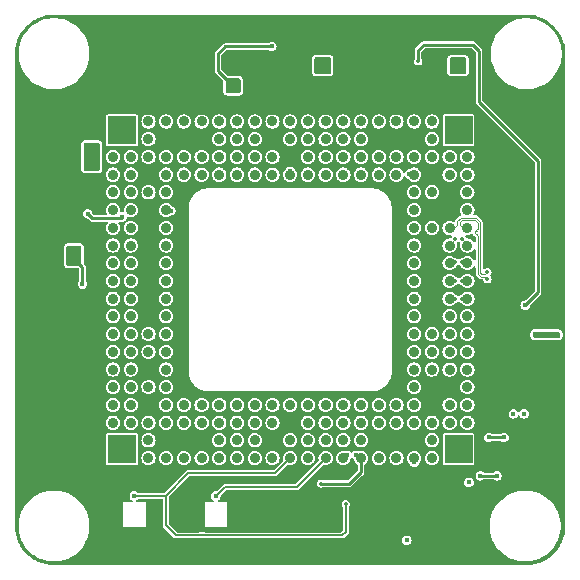
<source format=gbr>
G04 #@! TF.GenerationSoftware,KiCad,Pcbnew,8.0.4*
G04 #@! TF.CreationDate,2025-07-27T15:22:31-07:00*
G04 #@! TF.ProjectId,FourThirdsEye_Small,466f7572-5468-4697-9264-734579655f53,rev?*
G04 #@! TF.SameCoordinates,Original*
G04 #@! TF.FileFunction,Copper,L4,Bot*
G04 #@! TF.FilePolarity,Positive*
%FSLAX46Y46*%
G04 Gerber Fmt 4.6, Leading zero omitted, Abs format (unit mm)*
G04 Created by KiCad (PCBNEW 8.0.4) date 2025-07-27 15:22:31*
%MOMM*%
%LPD*%
G01*
G04 APERTURE LIST*
G04 #@! TA.AperFunction,SMDPad,CuDef*
%ADD10R,2.400000X2.400000*%
G04 #@! TD*
G04 #@! TA.AperFunction,SMDPad,CuDef*
%ADD11C,0.900000*%
G04 #@! TD*
G04 #@! TA.AperFunction,ViaPad*
%ADD12C,0.450000*%
G04 #@! TD*
G04 #@! TA.AperFunction,ViaPad*
%ADD13C,0.350000*%
G04 #@! TD*
G04 #@! TA.AperFunction,Conductor*
%ADD14C,0.250000*%
G04 #@! TD*
G04 #@! TA.AperFunction,Conductor*
%ADD15C,0.100000*%
G04 #@! TD*
G04 #@! TA.AperFunction,Conductor*
%ADD16C,0.150000*%
G04 #@! TD*
G04 #@! TA.AperFunction,Conductor*
%ADD17C,0.200000*%
G04 #@! TD*
G04 APERTURE END LIST*
D10*
G04 #@! TO.P,U2,1*
G04 #@! TO.N,N/C*
X130750000Y-84000000D03*
G04 #@! TO.P,U2,2*
X130750000Y-111000000D03*
G04 #@! TO.P,U2,3*
X159250000Y-111000000D03*
G04 #@! TO.P,U2,4*
X159250000Y-84000000D03*
D11*
G04 #@! TO.P,U2,A3*
X130000000Y-86250000D03*
G04 #@! TO.P,U2,A4*
X130000000Y-87750000D03*
G04 #@! TO.P,U2,A5*
X130000000Y-89250000D03*
G04 #@! TO.P,U2,A6*
X130000000Y-90750000D03*
G04 #@! TO.P,U2,A7*
X130000000Y-92250000D03*
G04 #@! TO.P,U2,A8*
X130000000Y-93750000D03*
G04 #@! TO.P,U2,A9*
X130000000Y-95250000D03*
G04 #@! TO.P,U2,A10*
X130000000Y-96750000D03*
G04 #@! TO.P,U2,A11*
X130000000Y-98250000D03*
G04 #@! TO.P,U2,A12*
X130000000Y-99750000D03*
G04 #@! TO.P,U2,A13*
X130000000Y-101250000D03*
G04 #@! TO.P,U2,A14*
X130000000Y-102750000D03*
G04 #@! TO.P,U2,A15*
X130000000Y-104250000D03*
G04 #@! TO.P,U2,A16*
X130000000Y-105750000D03*
G04 #@! TO.P,U2,A17*
X130000000Y-107250000D03*
G04 #@! TO.P,U2,A18*
X130000000Y-108750000D03*
G04 #@! TO.P,U2,AA3*
X160000000Y-86250000D03*
G04 #@! TO.P,U2,AA4,TEST7*
G04 #@! TO.N,unconnected-(U2-TEST7-PadAA4)*
X160000000Y-87750000D03*
G04 #@! TO.P,U2,AA5,INCK*
G04 #@! TO.N,CLOCK*
X160000000Y-89250000D03*
G04 #@! TO.P,U2,AA6,VDDLSC*
G04 #@! TO.N,+1V2*
X160000000Y-90750000D03*
G04 #@! TO.P,U2,AA7,DMO3P*
G04 #@! TO.N,CAM_D2_P*
X160000000Y-92250000D03*
G04 #@! TO.P,U2,AA8,DMO1P*
G04 #@! TO.N,CAM_D0_P*
X160000000Y-93750000D03*
G04 #@! TO.P,U2,AA9,DCKP*
G04 #@! TO.N,CAM_CLK_P*
X160000000Y-95250000D03*
G04 #@! TO.P,U2,AA10,DMO2P*
G04 #@! TO.N,CAM_D1_P*
X160000000Y-96750000D03*
G04 #@! TO.P,U2,AA11,DMO4P*
G04 #@! TO.N,CAM_D3_P*
X160000000Y-98250000D03*
G04 #@! TO.P,U2,AA12,DOP4*
G04 #@! TO.N,unconnected-(U2-DOP4-PadAA12)*
X160000000Y-99750000D03*
G04 #@! TO.P,U2,AA13,DOP5*
G04 #@! TO.N,unconnected-(U2-DOP5-PadAA13)*
X160000000Y-101250000D03*
G04 #@! TO.P,U2,AA14,DOP6*
G04 #@! TO.N,unconnected-(U2-DOP6-PadAA14)*
X160000000Y-102750000D03*
G04 #@! TO.P,U2,AA15,DOP7*
G04 #@! TO.N,unconnected-(U2-DOP7-PadAA15)*
X160000000Y-104250000D03*
G04 #@! TO.P,U2,AA16,VDDLSC*
G04 #@! TO.N,+1V2*
X160000000Y-105750000D03*
G04 #@! TO.P,U2,AA17,VDDMIO*
G04 #@! TO.N,+1V8*
X160000000Y-107250000D03*
G04 #@! TO.P,U2,AA18*
G04 #@! TO.N,N/C*
X160000000Y-108750000D03*
G04 #@! TO.P,U2,B3*
X131500000Y-86250000D03*
G04 #@! TO.P,U2,B4*
X131500000Y-87750000D03*
G04 #@! TO.P,U2,B5*
X131500000Y-89250000D03*
G04 #@! TO.P,U2,B6*
X131500000Y-90750000D03*
G04 #@! TO.P,U2,B7*
X131500000Y-92250000D03*
G04 #@! TO.P,U2,B8*
X131500000Y-93750000D03*
G04 #@! TO.P,U2,B9*
X131500000Y-95250000D03*
G04 #@! TO.P,U2,B10*
X131500000Y-96750000D03*
G04 #@! TO.P,U2,B11*
X131500000Y-98250000D03*
G04 #@! TO.P,U2,B12*
X131500000Y-99750000D03*
G04 #@! TO.P,U2,B13*
X131500000Y-101250000D03*
G04 #@! TO.P,U2,B14*
X131500000Y-102750000D03*
G04 #@! TO.P,U2,B15*
X131500000Y-104250000D03*
G04 #@! TO.P,U2,B16*
X131500000Y-105750000D03*
G04 #@! TO.P,U2,B17*
X131500000Y-107250000D03*
G04 #@! TO.P,U2,B18*
X131500000Y-108750000D03*
G04 #@! TO.P,U2,C1*
X133000000Y-83250000D03*
G04 #@! TO.P,U2,C2*
X133000000Y-84750000D03*
G04 #@! TO.P,U2,C3*
X133000000Y-86250000D03*
G04 #@! TO.P,U2,C4,VSSHPX1*
G04 #@! TO.N,GND*
X133000000Y-87750000D03*
G04 #@! TO.P,U2,C5,VLOADCMSF*
G04 #@! TO.N,Net-(C8-Pad1)*
X133000000Y-89250000D03*
G04 #@! TO.P,U2,C6,VSSHPX2*
G04 #@! TO.N,GND*
X133000000Y-90750000D03*
G04 #@! TO.P,U2,C7,VSSHCP3*
X133000000Y-92250000D03*
G04 #@! TO.P,U2,C8,VSSHDA4*
X133000000Y-93750000D03*
G04 #@! TO.P,U2,C9,VSSHPX5*
X133000000Y-95250000D03*
G04 #@! TO.P,U2,C10,VSSHPX6*
X133000000Y-96750000D03*
G04 #@! TO.P,U2,C11,VSSHPX7*
X133000000Y-98250000D03*
G04 #@! TO.P,U2,C12,VSSHPX8*
X133000000Y-99750000D03*
G04 #@! TO.P,U2,C13*
G04 #@! TO.N,N/C*
X133000000Y-101250000D03*
G04 #@! TO.P,U2,C14,VBGR2*
G04 #@! TO.N,Net-(U2-VBGR2)*
X133000000Y-102750000D03*
G04 #@! TO.P,U2,C15,VSSHPX9*
G04 #@! TO.N,GND*
X133000000Y-104250000D03*
G04 #@! TO.P,U2,C16,VLOADCMSF*
G04 #@! TO.N,Net-(C1-Pad1)*
X133000000Y-105750000D03*
G04 #@! TO.P,U2,C17,VSSHPX10*
G04 #@! TO.N,GND*
X133000000Y-107250000D03*
G04 #@! TO.P,U2,C18*
G04 #@! TO.N,N/C*
X133000000Y-108750000D03*
G04 #@! TO.P,U2,C19*
X133000000Y-110250000D03*
G04 #@! TO.P,U2,C20*
X133000000Y-111750000D03*
G04 #@! TO.P,U2,D1,VDDLSC*
G04 #@! TO.N,+1V2*
X134500000Y-83250000D03*
G04 #@! TO.P,U2,D2,VSSLSC11*
G04 #@! TO.N,GND*
X134500000Y-84750000D03*
G04 #@! TO.P,U2,D3*
G04 #@! TO.N,N/C*
X134500000Y-86250000D03*
G04 #@! TO.P,U2,D4,VDDHPX*
G04 #@! TO.N,+2V9*
X134500000Y-87750000D03*
G04 #@! TO.P,U2,D5,VLOADLM*
G04 #@! TO.N,Net-(C3-Pad1)*
X134500000Y-89250000D03*
G04 #@! TO.P,U2,D6,VDDMPX*
G04 #@! TO.N,+1V8*
X134500000Y-90750000D03*
G04 #@! TO.P,U2,D7,VDDHCP*
G04 #@! TO.N,+2V9*
X134500000Y-92250000D03*
G04 #@! TO.P,U2,D8,VDDHDA*
X134500000Y-93750000D03*
G04 #@! TO.P,U2,D9,VRLT_RD*
G04 #@! TO.N,Net-(U2-VRLT_RD)*
X134500000Y-95250000D03*
G04 #@! TO.P,U2,D10,VRLS*
G04 #@! TO.N,Net-(U2-VRLS)*
X134500000Y-96750000D03*
G04 #@! TO.P,U2,D11,VRLT*
G04 #@! TO.N,Net-(U2-VRLT)*
X134500000Y-98250000D03*
G04 #@! TO.P,U2,D12,TEST1*
G04 #@! TO.N,unconnected-(U2-TEST1-PadD12)*
X134500000Y-99750000D03*
G04 #@! TO.P,U2,D13,VEXRES2*
G04 #@! TO.N,Net-(U2-VEXRES2)*
X134500000Y-101250000D03*
G04 #@! TO.P,U2,D14,TEST2*
G04 #@! TO.N,unconnected-(U2-TEST2-PadD14)*
X134500000Y-102750000D03*
G04 #@! TO.P,U2,D15,VDDMPX*
G04 #@! TO.N,+1V8*
X134500000Y-104250000D03*
G04 #@! TO.P,U2,D16,VLOADLM*
G04 #@! TO.N,Net-(C4-Pad1)*
X134500000Y-105750000D03*
G04 #@! TO.P,U2,D17,VDDHPX*
G04 #@! TO.N,+2V9*
X134500000Y-107250000D03*
G04 #@! TO.P,U2,D18*
G04 #@! TO.N,N/C*
X134500000Y-108750000D03*
G04 #@! TO.P,U2,D19,VSSLSC12*
G04 #@! TO.N,GND*
X134500000Y-110250000D03*
G04 #@! TO.P,U2,D20,VDDLSC*
G04 #@! TO.N,+1V2*
X134500000Y-111750000D03*
G04 #@! TO.P,U2,E1,VDDLCM*
X136000000Y-83250000D03*
G04 #@! TO.P,U2,E2,VSSLCM13*
G04 #@! TO.N,GND*
X136000000Y-84750000D03*
G04 #@! TO.P,U2,E3*
G04 #@! TO.N,N/C*
X136000000Y-86250000D03*
G04 #@! TO.P,U2,E4,VDDSUB*
G04 #@! TO.N,+2V9*
X136000000Y-87750000D03*
G04 #@! TO.P,U2,E17,VDDSUB*
X136000000Y-107250000D03*
G04 #@! TO.P,U2,E18*
G04 #@! TO.N,N/C*
X136000000Y-108750000D03*
G04 #@! TO.P,U2,E19,VSSLCM14*
G04 #@! TO.N,GND*
X136000000Y-110250000D03*
G04 #@! TO.P,U2,E20,VDDLCM*
G04 #@! TO.N,+1V2*
X136000000Y-111750000D03*
G04 #@! TO.P,U2,F1,VDDLCN*
X137500000Y-83250000D03*
G04 #@! TO.P,U2,F2,VSSLCN15*
G04 #@! TO.N,GND*
X137500000Y-84750000D03*
G04 #@! TO.P,U2,F3*
G04 #@! TO.N,N/C*
X137500000Y-86250000D03*
G04 #@! TO.P,U2,F4*
X137500000Y-87750000D03*
G04 #@! TO.P,U2,F17*
X137500000Y-107250000D03*
G04 #@! TO.P,U2,F18*
X137500000Y-108750000D03*
G04 #@! TO.P,U2,F19,VSSLCN16*
G04 #@! TO.N,GND*
X137500000Y-110250000D03*
G04 #@! TO.P,U2,F20,VDDLCN*
G04 #@! TO.N,+1V2*
X137500000Y-111750000D03*
G04 #@! TO.P,U2,G1*
G04 #@! TO.N,N/C*
X139000000Y-83250000D03*
G04 #@! TO.P,U2,G2*
X139000000Y-84750000D03*
G04 #@! TO.P,U2,G3*
X139000000Y-86250000D03*
G04 #@! TO.P,U2,G4*
X139000000Y-87750000D03*
G04 #@! TO.P,U2,G17*
X139000000Y-107250000D03*
G04 #@! TO.P,U2,G18*
X139000000Y-108750000D03*
G04 #@! TO.P,U2,G19*
X139000000Y-110250000D03*
G04 #@! TO.P,U2,G20*
X139000000Y-111750000D03*
G04 #@! TO.P,U2,H1*
X140500000Y-83250000D03*
G04 #@! TO.P,U2,H2*
X140500000Y-84750000D03*
G04 #@! TO.P,U2,H3*
X140500000Y-86250000D03*
G04 #@! TO.P,U2,H4*
X140500000Y-87750000D03*
G04 #@! TO.P,U2,H17*
X140500000Y-107250000D03*
G04 #@! TO.P,U2,H18*
X140500000Y-108750000D03*
G04 #@! TO.P,U2,H19*
X140500000Y-110250000D03*
G04 #@! TO.P,U2,H20*
X140500000Y-111750000D03*
G04 #@! TO.P,U2,J1*
X142000000Y-83250000D03*
G04 #@! TO.P,U2,J2*
X142000000Y-84750000D03*
G04 #@! TO.P,U2,J3*
X142000000Y-86250000D03*
G04 #@! TO.P,U2,J4*
X142000000Y-87750000D03*
G04 #@! TO.P,U2,J17*
X142000000Y-107250000D03*
G04 #@! TO.P,U2,J18*
X142000000Y-108750000D03*
G04 #@! TO.P,U2,J19*
X142000000Y-110250000D03*
G04 #@! TO.P,U2,J20*
X142000000Y-111750000D03*
G04 #@! TO.P,U2,K1,VDDLSC*
G04 #@! TO.N,+1V2*
X143500000Y-83250000D03*
G04 #@! TO.P,U2,K2,VSSLSC17*
G04 #@! TO.N,GND*
X143500000Y-84750000D03*
G04 #@! TO.P,U2,K3*
G04 #@! TO.N,N/C*
X143500000Y-86250000D03*
G04 #@! TO.P,U2,K4*
X143500000Y-87750000D03*
G04 #@! TO.P,U2,K17*
X143500000Y-107250000D03*
G04 #@! TO.P,U2,K18*
X143500000Y-108750000D03*
G04 #@! TO.P,U2,K19,VSSLSC18*
G04 #@! TO.N,GND*
X143500000Y-110250000D03*
G04 #@! TO.P,U2,K20,VDDLSC*
G04 #@! TO.N,+1V2*
X143500000Y-111750000D03*
G04 #@! TO.P,U2,L1*
G04 #@! TO.N,N/C*
X145000000Y-83250000D03*
G04 #@! TO.P,U2,L2*
X145000000Y-84750000D03*
G04 #@! TO.P,U2,L3,VSSHCM19*
G04 #@! TO.N,GND*
X145000000Y-86250000D03*
G04 #@! TO.P,U2,L4,VDDHCM*
G04 #@! TO.N,+2V9*
X145000000Y-87750000D03*
G04 #@! TO.P,U2,L17,VDDHCM*
X145000000Y-107250000D03*
G04 #@! TO.P,U2,L18,VSSHCM20*
G04 #@! TO.N,GND*
X145000000Y-108750000D03*
G04 #@! TO.P,U2,L19,XCE*
G04 #@! TO.N,+1V8*
X145000000Y-110250000D03*
G04 #@! TO.P,U2,L20,XVS*
G04 #@! TO.N,XVS*
X145000000Y-111750000D03*
G04 #@! TO.P,U2,M1*
G04 #@! TO.N,N/C*
X146500000Y-83250000D03*
G04 #@! TO.P,U2,M2*
X146500000Y-84750000D03*
G04 #@! TO.P,U2,M3*
X146500000Y-86250000D03*
G04 #@! TO.P,U2,M4*
X146500000Y-87750000D03*
G04 #@! TO.P,U2,M17*
X146500000Y-107250000D03*
G04 #@! TO.P,U2,M18*
X146500000Y-108750000D03*
G04 #@! TO.P,U2,M19,TEST3*
G04 #@! TO.N,unconnected-(U2-TEST3-PadM19)*
X146500000Y-110250000D03*
G04 #@! TO.P,U2,M20,SDO*
G04 #@! TO.N,unconnected-(U2-SDO-PadM20)*
X146500000Y-111750000D03*
G04 #@! TO.P,U2,N1*
G04 #@! TO.N,N/C*
X148000000Y-83250000D03*
G04 #@! TO.P,U2,N2*
X148000000Y-84750000D03*
G04 #@! TO.P,U2,N3*
X148000000Y-86250000D03*
G04 #@! TO.P,U2,N4*
X148000000Y-87750000D03*
G04 #@! TO.P,U2,N17*
X148000000Y-107250000D03*
G04 #@! TO.P,U2,N18*
X148000000Y-108750000D03*
G04 #@! TO.P,U2,N19,TEST4*
G04 #@! TO.N,unconnected-(U2-TEST4-PadN19)*
X148000000Y-110250000D03*
G04 #@! TO.P,U2,N20,XHS*
G04 #@! TO.N,XHS*
X148000000Y-111750000D03*
G04 #@! TO.P,U2,P1*
G04 #@! TO.N,N/C*
X149500000Y-83250000D03*
G04 #@! TO.P,U2,P2*
X149500000Y-84750000D03*
G04 #@! TO.P,U2,P3*
X149500000Y-86250000D03*
G04 #@! TO.P,U2,P4*
X149500000Y-87750000D03*
G04 #@! TO.P,U2,P17*
X149500000Y-107250000D03*
G04 #@! TO.P,U2,P18*
X149500000Y-108750000D03*
G04 #@! TO.P,U2,P19,XCLR*
G04 #@! TO.N,RST_1V8*
X149500000Y-110250000D03*
G04 #@! TO.P,U2,P20,SCK*
G04 #@! TO.N,SCL_1V8*
X149500000Y-111750000D03*
G04 #@! TO.P,U2,R1*
G04 #@! TO.N,N/C*
X151000000Y-83250000D03*
G04 #@! TO.P,U2,R2*
X151000000Y-84750000D03*
G04 #@! TO.P,U2,R3*
X151000000Y-86250000D03*
G04 #@! TO.P,U2,R4*
X151000000Y-87750000D03*
G04 #@! TO.P,U2,R17*
X151000000Y-107250000D03*
G04 #@! TO.P,U2,R18*
X151000000Y-108750000D03*
G04 #@! TO.P,U2,R19,TEST5*
G04 #@! TO.N,unconnected-(U2-TEST5-PadR19)*
X151000000Y-110250000D03*
G04 #@! TO.P,U2,R20,SDI*
G04 #@! TO.N,SDA_1V8*
X151000000Y-111750000D03*
G04 #@! TO.P,U2,T1,VDDLCN*
G04 #@! TO.N,+1V2*
X152500000Y-83250000D03*
G04 #@! TO.P,U2,T2,VSSLCN21*
G04 #@! TO.N,GND*
X152500000Y-84750000D03*
G04 #@! TO.P,U2,T3*
G04 #@! TO.N,N/C*
X152500000Y-86250000D03*
G04 #@! TO.P,U2,T4*
X152500000Y-87750000D03*
G04 #@! TO.P,U2,T17*
X152500000Y-107250000D03*
G04 #@! TO.P,U2,T18*
X152500000Y-108750000D03*
G04 #@! TO.P,U2,T19,VSSLCN22*
G04 #@! TO.N,GND*
X152500000Y-110250000D03*
G04 #@! TO.P,U2,T20,VDDLCN*
G04 #@! TO.N,+1V2*
X152500000Y-111750000D03*
G04 #@! TO.P,U2,U1,VDDLCM*
X154000000Y-83250000D03*
G04 #@! TO.P,U2,U2,VSSLCM23*
G04 #@! TO.N,GND*
X154000000Y-84750000D03*
G04 #@! TO.P,U2,U3*
G04 #@! TO.N,N/C*
X154000000Y-86250000D03*
G04 #@! TO.P,U2,U4,VDDSUB*
G04 #@! TO.N,+2V9*
X154000000Y-87750000D03*
G04 #@! TO.P,U2,U17,VDDSUB*
X154000000Y-107250000D03*
G04 #@! TO.P,U2,U18*
G04 #@! TO.N,N/C*
X154000000Y-108750000D03*
G04 #@! TO.P,U2,U19,VSSLCM24*
G04 #@! TO.N,GND*
X154000000Y-110250000D03*
G04 #@! TO.P,U2,U20,VDDLCM*
G04 #@! TO.N,+1V2*
X154000000Y-111750000D03*
G04 #@! TO.P,U2,V1,VDDLSA*
X155500000Y-83250000D03*
G04 #@! TO.P,U2,V2,VSSLSA25*
G04 #@! TO.N,GND*
X155500000Y-84750000D03*
G04 #@! TO.P,U2,V3*
G04 #@! TO.N,N/C*
X155500000Y-86250000D03*
G04 #@! TO.P,U2,V4,VDDHPX*
G04 #@! TO.N,+2V9*
X155500000Y-87750000D03*
G04 #@! TO.P,U2,V5*
G04 #@! TO.N,N/C*
X155500000Y-89250000D03*
G04 #@! TO.P,U2,V6,VDDLPL*
G04 #@! TO.N,+1V2*
X155500000Y-90750000D03*
G04 #@! TO.P,U2,V7*
G04 #@! TO.N,N/C*
X155500000Y-92250000D03*
G04 #@! TO.P,U2,V8,VDDLPLD*
G04 #@! TO.N,+1V2*
X155500000Y-93750000D03*
G04 #@! TO.P,U2,V9,VDDLPLA*
X155500000Y-95250000D03*
G04 #@! TO.P,U2,V10,VDDLIF*
X155500000Y-96750000D03*
G04 #@! TO.P,U2,V11,VDDLIF*
X155500000Y-98250000D03*
G04 #@! TO.P,U2,V12,VDDLIF*
X155500000Y-99750000D03*
G04 #@! TO.P,U2,V13*
G04 #@! TO.N,N/C*
X155500000Y-101250000D03*
G04 #@! TO.P,U2,V14,VEXRES1*
G04 #@! TO.N,Net-(U2-VEXRES1)*
X155500000Y-102750000D03*
G04 #@! TO.P,U2,V15,VBGR1*
G04 #@! TO.N,Net-(U2-VBGR1)*
X155500000Y-104250000D03*
G04 #@! TO.P,U2,V16,VDDHDA*
G04 #@! TO.N,+2V9*
X155500000Y-105750000D03*
G04 #@! TO.P,U2,V17,VDDHPX*
X155500000Y-107250000D03*
G04 #@! TO.P,U2,V18*
G04 #@! TO.N,N/C*
X155500000Y-108750000D03*
G04 #@! TO.P,U2,V19,VSSLSA26*
G04 #@! TO.N,GND*
X155500000Y-110250000D03*
G04 #@! TO.P,U2,V20,VDDLSA*
G04 #@! TO.N,+1V2*
X155500000Y-111750000D03*
G04 #@! TO.P,U2,W1*
G04 #@! TO.N,N/C*
X157000000Y-83250000D03*
G04 #@! TO.P,U2,W2*
X157000000Y-84750000D03*
G04 #@! TO.P,U2,W3*
X157000000Y-86250000D03*
G04 #@! TO.P,U2,W4,VSSHPX27*
G04 #@! TO.N,GND*
X157000000Y-87750000D03*
G04 #@! TO.P,U2,W5,SLASEL*
G04 #@! TO.N,Net-(JP1-B)*
X157000000Y-89250000D03*
G04 #@! TO.P,U2,W6,VSSLPL28*
G04 #@! TO.N,GND*
X157000000Y-90750000D03*
G04 #@! TO.P,U2,W7*
G04 #@! TO.N,N/C*
X157000000Y-92250000D03*
G04 #@! TO.P,U2,W8,VSSLPLD29*
G04 #@! TO.N,GND*
X157000000Y-93750000D03*
G04 #@! TO.P,U2,W9,VSSLPLA30*
X157000000Y-95250000D03*
G04 #@! TO.P,U2,W10,VSSLIF31*
X157000000Y-96750000D03*
G04 #@! TO.P,U2,W11,VSSLIF32*
X157000000Y-98250000D03*
G04 #@! TO.P,U2,W12,VSSLIF33*
X157000000Y-99750000D03*
G04 #@! TO.P,U2,W13*
G04 #@! TO.N,N/C*
X157000000Y-101250000D03*
G04 #@! TO.P,U2,W14*
X157000000Y-102750000D03*
G04 #@! TO.P,U2,W15*
X157000000Y-104250000D03*
G04 #@! TO.P,U2,W16,VSSHDA34*
G04 #@! TO.N,GND*
X157000000Y-105750000D03*
G04 #@! TO.P,U2,W17,VSSHPX35*
X157000000Y-107250000D03*
G04 #@! TO.P,U2,W18*
G04 #@! TO.N,N/C*
X157000000Y-108750000D03*
G04 #@! TO.P,U2,W19*
X157000000Y-110250000D03*
G04 #@! TO.P,U2,W20*
X157000000Y-111750000D03*
G04 #@! TO.P,U2,Y3*
X158500000Y-86250000D03*
G04 #@! TO.P,U2,Y4,TEST6*
G04 #@! TO.N,unconnected-(U2-TEST6-PadY4)*
X158500000Y-87750000D03*
G04 #@! TO.P,U2,Y5,VSSLPLD36*
G04 #@! TO.N,GND*
X158500000Y-89250000D03*
G04 #@! TO.P,U2,Y6,VSSLSC37*
X158500000Y-90750000D03*
G04 #@! TO.P,U2,Y7,DMO3M*
G04 #@! TO.N,CAM_D2_N*
X158500000Y-92250000D03*
G04 #@! TO.P,U2,Y8,DMO1M*
G04 #@! TO.N,CAM_D0_N*
X158500000Y-93750000D03*
G04 #@! TO.P,U2,Y9,DCKM*
G04 #@! TO.N,CAM_CLK_N*
X158500000Y-95250000D03*
G04 #@! TO.P,U2,Y10,DMO2M*
G04 #@! TO.N,CAM_D1_N*
X158500000Y-96750000D03*
G04 #@! TO.P,U2,Y11,DMO4M*
G04 #@! TO.N,CAM_D3_N*
X158500000Y-98250000D03*
G04 #@! TO.P,U2,Y12,DOM4*
G04 #@! TO.N,unconnected-(U2-DOM4-PadY12)*
X158500000Y-99750000D03*
G04 #@! TO.P,U2,Y13,DOM5*
G04 #@! TO.N,unconnected-(U2-DOM5-PadY13)*
X158500000Y-101250000D03*
G04 #@! TO.P,U2,Y14,DOM6*
G04 #@! TO.N,unconnected-(U2-DOM6-PadY14)*
X158500000Y-102750000D03*
G04 #@! TO.P,U2,Y15,DOM7*
G04 #@! TO.N,unconnected-(U2-DOM7-PadY15)*
X158500000Y-104250000D03*
G04 #@! TO.P,U2,Y16,VSSLSC38*
G04 #@! TO.N,GND*
X158500000Y-105750000D03*
G04 #@! TO.P,U2,Y17*
G04 #@! TO.N,N/C*
X158500000Y-107250000D03*
G04 #@! TO.P,U2,Y18*
X158500000Y-108750000D03*
G04 #@! TD*
D12*
G04 #@! TO.N,GND*
X167200000Y-112400000D03*
X166400000Y-112500000D03*
X135700000Y-75500000D03*
X124500000Y-81600000D03*
X125200000Y-83700000D03*
G04 #@! TO.N,Net-(C1-Pad1)*
X132800000Y-105600000D03*
G04 #@! TO.N,GND*
X122000000Y-112400000D03*
X123800000Y-105300000D03*
X128150000Y-119000000D03*
X122000000Y-87400000D03*
X159600000Y-75600000D03*
X168000000Y-104200000D03*
X168000000Y-107800000D03*
X139150000Y-75300000D03*
X168000000Y-112200000D03*
X128800000Y-74650000D03*
X136200000Y-116400000D03*
X168000000Y-90900000D03*
X132825000Y-93700000D03*
X168000000Y-88200000D03*
X163550000Y-80600000D03*
X133032171Y-112737059D03*
X152300000Y-116500000D03*
X156100000Y-119650000D03*
X143100000Y-74650000D03*
X138000000Y-120450000D03*
X127000000Y-112200000D03*
X140700000Y-120450000D03*
X161300000Y-120450000D03*
X158950000Y-89250000D03*
X124000000Y-108400000D03*
X134100000Y-74650000D03*
X122000000Y-90000000D03*
X168000000Y-82700000D03*
X136900000Y-74650000D03*
X167100000Y-113200000D03*
X127300000Y-120450000D03*
X126300000Y-90600000D03*
X133350000Y-113550000D03*
X161000000Y-87800000D03*
X136700000Y-118900000D03*
X145800000Y-78900000D03*
X167300000Y-113900000D03*
X133900000Y-118900000D03*
X156600000Y-74650000D03*
X126250000Y-93100000D03*
X141600000Y-120450000D03*
X122842080Y-96765456D03*
X153200000Y-108000000D03*
X128700000Y-76100000D03*
X137350000Y-119550000D03*
X122613382Y-110089475D03*
X123800000Y-102400000D03*
X122688660Y-92850639D03*
X157100000Y-96700000D03*
X163900000Y-89800000D03*
X157500000Y-94500000D03*
X124800000Y-87500000D03*
X140300000Y-117400000D03*
X122000000Y-82900000D03*
X124453158Y-92422883D03*
X128350000Y-77950000D03*
X123490403Y-84405415D03*
X135000000Y-118900000D03*
X158994375Y-118548078D03*
X125500000Y-96000000D03*
X122000000Y-106200000D03*
X129399158Y-118053951D03*
X142950000Y-75300000D03*
X150250000Y-87000000D03*
X134050000Y-119700000D03*
X167300000Y-81500000D03*
X122000000Y-101700000D03*
X124667685Y-95871749D03*
X167300000Y-82400000D03*
X168000000Y-81000000D03*
X165100000Y-80950000D03*
X164800000Y-107000000D03*
X144350000Y-119750000D03*
X128000000Y-111300000D03*
X162800000Y-74650000D03*
X122800000Y-108700000D03*
X123600000Y-105900000D03*
X123300000Y-110400000D03*
X128817176Y-113034354D03*
X161800000Y-115500000D03*
X161900000Y-76100000D03*
X168000000Y-108700000D03*
X148570000Y-117450000D03*
X142300000Y-74650000D03*
X133000000Y-96700000D03*
X126955682Y-83373283D03*
X139912500Y-78900000D03*
X149150000Y-119800000D03*
X157000000Y-99400000D03*
X157500000Y-74650000D03*
X150800000Y-118800000D03*
X123336890Y-89210993D03*
X125675320Y-88764033D03*
X122800000Y-94300000D03*
X168000000Y-97100000D03*
X123500000Y-114200000D03*
X168000000Y-106900000D03*
X168000000Y-111300000D03*
X161700000Y-118800000D03*
X160600000Y-117800000D03*
X161650000Y-75400000D03*
X126300000Y-80700000D03*
X123200000Y-112000000D03*
X142700000Y-115300000D03*
X126300000Y-89850000D03*
X124600000Y-111600000D03*
X145000000Y-119550000D03*
X158600000Y-120450000D03*
X137538690Y-118797698D03*
X126800000Y-86100000D03*
X155450000Y-79100000D03*
X141400000Y-74650000D03*
X138500000Y-118900000D03*
X158250000Y-118800000D03*
X133000000Y-117500000D03*
X143738984Y-118885484D03*
X154000000Y-110750000D03*
X122000000Y-107100000D03*
X141500000Y-79100000D03*
X141300000Y-117600000D03*
X125600000Y-112500000D03*
X149400000Y-74650000D03*
X142300000Y-116000000D03*
X157250000Y-119600000D03*
X125700000Y-113200000D03*
X123697594Y-94703056D03*
X123621667Y-104398779D03*
X123200000Y-90400000D03*
X122000000Y-88200000D03*
X122600000Y-113700000D03*
X164600000Y-89800000D03*
X161000000Y-86500000D03*
X168000000Y-83600000D03*
X168000000Y-105100000D03*
X123800000Y-87800000D03*
X140000000Y-75700000D03*
X136000000Y-84800000D03*
X122000000Y-99800000D03*
X168000000Y-115650000D03*
X131000000Y-114200000D03*
X141450000Y-119650000D03*
X151250000Y-119700000D03*
X127500000Y-87900000D03*
X168000000Y-93500000D03*
X152300000Y-120450000D03*
X124100000Y-110000000D03*
X142676724Y-117090929D03*
X133700000Y-100400000D03*
X133200000Y-74650000D03*
X122982910Y-87265965D03*
D13*
X159250000Y-98750000D03*
D12*
X126800000Y-85100000D03*
X158400000Y-74650000D03*
X126999641Y-93099250D03*
X133000000Y-115500000D03*
X123987208Y-91567369D03*
X150700000Y-118100000D03*
X128150000Y-78850000D03*
X126300000Y-112500000D03*
X124400000Y-104700000D03*
X128500000Y-109500000D03*
X162650000Y-80650000D03*
X165600000Y-114000000D03*
X122900000Y-83300000D03*
X152500000Y-110250000D03*
X145800000Y-74650000D03*
X125300000Y-104500000D03*
X143500000Y-117200000D03*
X122000000Y-97200000D03*
X126650141Y-84189300D03*
X124300000Y-89100000D03*
X124600000Y-82600000D03*
X163500000Y-81400000D03*
X140200000Y-118900000D03*
X124000000Y-112400000D03*
X164000000Y-113200000D03*
X168000000Y-91800000D03*
X133000000Y-99800000D03*
X149600000Y-120450000D03*
X128800000Y-112400000D03*
X161700000Y-78400000D03*
X131950000Y-113650000D03*
X123000000Y-93500000D03*
X125700000Y-84300000D03*
X157300000Y-77825000D03*
X122800000Y-87900000D03*
X122800000Y-106400000D03*
X126683605Y-88733479D03*
X129100000Y-113600000D03*
X127000000Y-74650000D03*
X151700000Y-117800000D03*
X151700000Y-75350000D03*
X126467562Y-82650419D03*
X157800000Y-75700000D03*
X158700000Y-75350000D03*
X150300000Y-74650000D03*
X127900000Y-74650000D03*
X142500000Y-120450000D03*
X126500000Y-113300000D03*
X145800000Y-78100000D03*
X123400000Y-98600000D03*
X137300000Y-117400000D03*
X128640173Y-107805558D03*
X143800000Y-115500000D03*
X135300000Y-120450000D03*
X153200000Y-118800000D03*
X127300000Y-113800000D03*
X161100000Y-74650000D03*
X130100000Y-115100000D03*
X127624250Y-108256230D03*
X157600001Y-112874999D03*
X168000000Y-92600000D03*
X123650000Y-80800000D03*
X143600000Y-119600000D03*
X152800000Y-117900000D03*
X135050000Y-119750000D03*
D13*
X158200000Y-93000000D03*
D12*
X126000000Y-86600000D03*
D13*
X166600000Y-102300000D03*
D12*
X130000000Y-120450000D03*
X122900000Y-101700000D03*
D13*
X160300000Y-93000000D03*
D12*
X132700000Y-106650000D03*
X122800000Y-96000000D03*
X133000000Y-87200000D03*
X123600000Y-97400000D03*
D13*
X163900000Y-99800000D03*
D12*
X122000000Y-83800000D03*
X122000000Y-85600000D03*
X127400000Y-114950000D03*
X125311670Y-102016116D03*
X166550000Y-114150000D03*
X143300000Y-120450000D03*
X146600000Y-78900000D03*
X131300000Y-119750000D03*
X128700000Y-119550000D03*
X146000000Y-120450000D03*
X152100000Y-74650000D03*
X164250000Y-81200000D03*
X159500000Y-120450000D03*
X128900000Y-87900000D03*
X155800000Y-120450000D03*
X122800000Y-105200000D03*
X132200000Y-112900000D03*
X127121435Y-80180818D03*
X157000000Y-105700000D03*
X166550000Y-84550000D03*
X156800000Y-120450000D03*
X168000000Y-99800000D03*
X141800000Y-116800000D03*
X160200000Y-117000000D03*
X144500000Y-115000000D03*
X153800000Y-74650000D03*
X150500000Y-120450000D03*
X161000000Y-85400000D03*
X124700000Y-90900000D03*
X125300000Y-85600000D03*
X129750000Y-113000000D03*
X163200000Y-113600000D03*
X124500000Y-110600000D03*
X161150000Y-76350000D03*
X152364100Y-117177451D03*
X128400000Y-115900000D03*
X152600000Y-75400000D03*
X168000000Y-114000000D03*
X141200000Y-114900000D03*
X122000000Y-109700000D03*
X126500000Y-111600000D03*
X136200000Y-120450000D03*
X142000000Y-118900000D03*
X157000000Y-95200000D03*
X125200000Y-105500000D03*
X158100000Y-77825000D03*
X168000000Y-95300000D03*
X122700000Y-100500000D03*
X137100000Y-120450000D03*
X157000000Y-107200000D03*
X137700000Y-114900000D03*
X126700000Y-114350000D03*
X129500000Y-114500000D03*
X130650000Y-112882386D03*
X129600000Y-118800000D03*
X157000000Y-90700000D03*
X122000000Y-82000000D03*
X125000000Y-112400000D03*
X129000000Y-97000000D03*
X151500000Y-78900000D03*
X126188209Y-109867958D03*
X124900000Y-107400000D03*
X122600000Y-107700000D03*
X138300000Y-119800000D03*
X141000000Y-75350000D03*
X133800000Y-115600000D03*
X126900000Y-81700000D03*
X168000000Y-86400000D03*
X163100000Y-107000000D03*
X123500000Y-100800000D03*
X130156056Y-113625917D03*
X128500000Y-110700000D03*
X125997246Y-106728527D03*
X155250000Y-75500000D03*
X160400000Y-120450000D03*
X133050000Y-119400000D03*
X126900000Y-87000000D03*
X122750000Y-114750000D03*
X139800000Y-120450000D03*
X130450000Y-119300000D03*
X141100000Y-116600000D03*
D13*
X161700000Y-95400000D03*
D12*
X160650000Y-75350000D03*
X147800000Y-120450000D03*
X136800000Y-114900000D03*
X129900000Y-117200000D03*
X126000000Y-107400000D03*
X127600000Y-81000000D03*
X122700000Y-112700000D03*
X123300000Y-99700000D03*
X167300000Y-80050000D03*
X167250000Y-114700000D03*
X130600000Y-74650000D03*
D13*
X166600000Y-95300000D03*
D12*
X129093617Y-115173138D03*
X133000000Y-107400000D03*
X168000000Y-85400000D03*
X133000000Y-92200000D03*
X165100000Y-113200000D03*
X143900000Y-114800000D03*
X125350000Y-91550000D03*
X141900000Y-115500000D03*
X158500000Y-105700000D03*
X123700000Y-95600000D03*
X158200000Y-119600000D03*
X133500000Y-120450000D03*
X137500000Y-84800000D03*
X151200000Y-115300000D03*
X127900000Y-114400000D03*
X142850000Y-79100000D03*
X122000000Y-89100000D03*
X152500000Y-85200000D03*
X167200000Y-111600000D03*
X126250000Y-91550000D03*
X148150000Y-116900000D03*
X154900000Y-120450000D03*
X168000000Y-109500000D03*
X125000000Y-108400000D03*
X126100000Y-82000000D03*
X122000000Y-105300000D03*
X125300000Y-99100000D03*
X139600000Y-74650000D03*
X123700000Y-82700000D03*
X128700000Y-111600000D03*
X123900000Y-82000000D03*
X134500000Y-110300000D03*
X140175000Y-116475000D03*
X128700000Y-114300000D03*
X123700000Y-111200000D03*
X125350000Y-90600000D03*
X131300000Y-118900000D03*
X142200000Y-117500000D03*
D13*
X163900000Y-102300000D03*
D12*
X138900000Y-120450000D03*
X124700000Y-90000000D03*
X154700000Y-74650000D03*
X128400000Y-118000000D03*
X168000000Y-87300000D03*
X130000000Y-115800000D03*
X157700000Y-120450000D03*
X137150000Y-75300000D03*
X133000000Y-104200000D03*
X122000000Y-108800000D03*
X165100000Y-81800000D03*
X125750000Y-114100000D03*
X125350000Y-92350000D03*
X125000000Y-100300000D03*
X137225000Y-116475000D03*
X144200000Y-120450000D03*
X127750000Y-79650000D03*
X168000000Y-98000000D03*
X147680000Y-117450000D03*
X143500000Y-84800000D03*
X165900000Y-81150000D03*
X124700000Y-106000000D03*
X124200000Y-85900000D03*
X155500000Y-84400000D03*
D13*
X166600000Y-98300000D03*
D12*
X168000000Y-102400000D03*
X123600000Y-93900000D03*
X127798707Y-112379623D03*
X152400000Y-78575000D03*
X122000000Y-115100000D03*
X126400000Y-109000000D03*
D13*
X166600000Y-92300000D03*
D12*
X133275000Y-116475000D03*
X123450000Y-81450000D03*
X129100000Y-116600000D03*
X127000000Y-91550000D03*
X122000000Y-111500000D03*
X147600000Y-74650000D03*
X127600000Y-93300000D03*
X160000000Y-118600000D03*
X122000000Y-94500000D03*
X123600000Y-83600000D03*
X130200000Y-118600000D03*
X161000000Y-84200000D03*
D13*
X159250000Y-97250000D03*
D12*
X157700000Y-78525000D03*
X128300000Y-115100000D03*
X123200000Y-107100000D03*
X149000000Y-75350000D03*
X127800000Y-110500000D03*
X142050000Y-75650000D03*
X122700000Y-99100000D03*
X128300000Y-107100000D03*
X135000000Y-74650000D03*
X132400000Y-74650000D03*
X125000000Y-88200000D03*
X134800000Y-84800000D03*
X124500000Y-96700000D03*
X124000000Y-107400000D03*
X122000000Y-102600000D03*
X123000000Y-91400000D03*
X128200000Y-87900000D03*
X163000000Y-120450000D03*
X158500000Y-91100000D03*
X151400000Y-120450000D03*
X123200441Y-92247197D03*
X123200000Y-86300000D03*
X126200000Y-85900000D03*
X126250000Y-92350000D03*
X156300000Y-79100000D03*
X157250000Y-113800000D03*
X162000000Y-74650000D03*
X123900000Y-90800000D03*
X126700000Y-107900000D03*
X124700000Y-84300000D03*
X124200000Y-99200000D03*
X162400000Y-75400000D03*
X128500000Y-79700000D03*
X125800000Y-108300000D03*
X136150000Y-119650000D03*
X164650000Y-113750000D03*
X165250000Y-82700000D03*
X131000000Y-118200000D03*
X143100000Y-116500000D03*
X167300000Y-85150000D03*
X147500000Y-76800000D03*
X162700000Y-114650000D03*
X122000000Y-95400000D03*
X124400000Y-83400000D03*
X132650000Y-113400000D03*
X124095255Y-106781997D03*
X161700000Y-77100000D03*
X132825000Y-98200000D03*
X122000000Y-103500000D03*
X168000000Y-90000000D03*
X163900000Y-114100000D03*
X123700000Y-93100000D03*
X153920000Y-118700000D03*
X122800000Y-89700000D03*
X129000000Y-92650000D03*
X153500000Y-75400000D03*
X152500000Y-119650000D03*
X168000000Y-84500000D03*
X151600000Y-116100000D03*
X162200000Y-119650000D03*
X144600000Y-118900000D03*
X132700000Y-120450000D03*
X147200000Y-75350000D03*
X130500000Y-117500000D03*
X127600000Y-92650000D03*
X153950000Y-120450000D03*
X146000000Y-116700000D03*
X148900000Y-116900000D03*
X153100000Y-120450000D03*
X168000000Y-110400000D03*
X166550000Y-80600000D03*
X148200000Y-119750000D03*
X139912500Y-78100000D03*
X149850000Y-75350000D03*
X122000000Y-116000000D03*
X144900000Y-74650000D03*
X142900000Y-118900000D03*
X157500000Y-96000000D03*
X127900000Y-109600000D03*
X122700000Y-80400000D03*
X151500000Y-78150000D03*
D13*
X165500000Y-96800000D03*
D12*
X122000000Y-86500000D03*
X126100000Y-110700000D03*
X151590490Y-118604017D03*
X123500000Y-88400000D03*
X122000000Y-98900000D03*
X126999641Y-92349250D03*
X139950000Y-119700000D03*
X159300000Y-74650000D03*
D13*
X166600000Y-89800000D03*
D12*
X165950000Y-82350000D03*
X150200000Y-110950000D03*
X156900000Y-75350000D03*
X156100000Y-75700000D03*
X154950000Y-119650000D03*
X168000000Y-113100000D03*
X162200000Y-120450000D03*
X168000000Y-98900000D03*
X129100000Y-120450000D03*
X125350000Y-89850000D03*
X148700000Y-120450000D03*
X143300000Y-114900000D03*
X157550000Y-111000000D03*
X124750000Y-114050000D03*
X148000000Y-75350000D03*
X122000000Y-100700000D03*
X122900000Y-102700000D03*
X127100000Y-113000000D03*
X123400000Y-113200000D03*
X134300000Y-118300000D03*
X133200000Y-118500000D03*
X125736503Y-87504436D03*
X132250000Y-119650000D03*
X128000000Y-76200000D03*
X133700000Y-117500000D03*
X128400000Y-117000000D03*
X122000000Y-96300000D03*
X162500000Y-79850000D03*
X146350000Y-75350000D03*
X131500000Y-74650000D03*
D13*
X159250000Y-95650000D03*
D12*
X127550000Y-75400000D03*
X122000000Y-80100000D03*
X129800000Y-119800000D03*
X160800000Y-119450000D03*
X140500000Y-74650000D03*
X128600000Y-76900000D03*
X133000000Y-90700000D03*
X124300000Y-100300000D03*
X135800000Y-118900000D03*
X136500000Y-75700000D03*
X161100000Y-116100000D03*
X140750000Y-78600000D03*
X134100000Y-84800000D03*
X151200000Y-74650000D03*
X122000000Y-79100000D03*
X127288155Y-106866020D03*
X126100000Y-104800000D03*
X138200000Y-75500000D03*
X164250000Y-82150000D03*
X146700000Y-74650000D03*
X157500000Y-93000000D03*
X144000000Y-74650000D03*
X129100000Y-117300000D03*
X122700000Y-81300000D03*
X161900000Y-79400000D03*
X124000000Y-89900000D03*
X146300000Y-114700000D03*
X122000000Y-107900000D03*
X129108167Y-115886067D03*
X124700000Y-91600000D03*
X122800000Y-84200000D03*
X163100000Y-104400000D03*
X154350000Y-75250000D03*
X122700000Y-97900000D03*
X131193620Y-113581981D03*
X130850000Y-114900000D03*
X168000000Y-103300000D03*
X144450000Y-75350000D03*
X122000000Y-113300000D03*
X127000000Y-110400000D03*
X142150000Y-79100000D03*
X130325000Y-116475000D03*
X125000000Y-89100000D03*
X157000000Y-93700000D03*
X127200000Y-111300000D03*
X163200000Y-89800000D03*
X163100000Y-105700000D03*
X127100000Y-109100000D03*
X125750000Y-81250000D03*
X124295747Y-101672382D03*
X122600000Y-88800000D03*
D13*
X165500000Y-93800000D03*
D12*
X145350000Y-75350000D03*
X133400000Y-114300000D03*
X127049641Y-90599250D03*
X124100000Y-85100000D03*
X150800000Y-75350000D03*
X155600000Y-74650000D03*
X141100000Y-118900000D03*
X141100000Y-115600000D03*
X125100000Y-97200000D03*
X145700000Y-119800000D03*
X153800000Y-119650000D03*
X151405959Y-116921946D03*
X130200000Y-114300000D03*
X161000000Y-89200000D03*
X167300000Y-80750000D03*
X126096546Y-105758435D03*
X130900000Y-120450000D03*
X153200000Y-117300000D03*
X132600000Y-114100000D03*
X160400000Y-75950000D03*
X125300000Y-110400000D03*
X122800000Y-95300000D03*
X122796707Y-103864083D03*
X155000000Y-115900000D03*
X125718120Y-111710344D03*
X135400000Y-117200000D03*
X125350000Y-93100000D03*
X159500000Y-117700000D03*
X140200000Y-115000000D03*
X127000000Y-105900000D03*
X144100000Y-116200000D03*
X125400000Y-98300000D03*
X127049641Y-89849250D03*
X125600000Y-109300000D03*
X149900000Y-114900000D03*
X124500000Y-103600000D03*
X122000000Y-93600000D03*
X123121519Y-85374202D03*
X128250000Y-92650000D03*
X122000000Y-84700000D03*
X166850000Y-83000000D03*
X144000000Y-117700000D03*
X163100000Y-103000000D03*
X136600000Y-117500000D03*
X129700000Y-74650000D03*
X154000000Y-85100000D03*
X137500000Y-110200000D03*
X146500000Y-119800000D03*
X142100000Y-114900000D03*
X125000000Y-109200000D03*
X132825000Y-95300000D03*
X125100000Y-86700000D03*
X168000000Y-114800000D03*
X138700000Y-74650000D03*
X146340000Y-76900000D03*
X125100000Y-82000000D03*
X124600000Y-113200000D03*
X167040643Y-83866488D03*
X123600000Y-103200000D03*
X122700000Y-111300000D03*
X131600000Y-112800000D03*
X155600000Y-110750000D03*
X124700000Y-80900000D03*
X137800000Y-74650000D03*
X122000000Y-92700000D03*
X124500000Y-98300000D03*
X140300000Y-115700000D03*
X128200000Y-120450000D03*
X124500000Y-93200000D03*
X157000000Y-98200000D03*
X122000000Y-90900000D03*
X123255018Y-109654079D03*
X122000000Y-104400000D03*
X160200000Y-74650000D03*
X152200000Y-118700000D03*
X157500000Y-97500000D03*
X132200000Y-118900000D03*
X147400000Y-119800000D03*
X146300000Y-115700000D03*
X126500000Y-87800000D03*
X124586010Y-102757052D03*
X145000000Y-86200000D03*
X123521908Y-96368253D03*
X133000000Y-88100000D03*
X163900000Y-107000000D03*
X168000000Y-106000000D03*
X130700000Y-93000000D03*
X168000000Y-94400000D03*
X135300000Y-115700000D03*
X155275000Y-113300000D03*
X157000000Y-87700000D03*
X124000000Y-109200000D03*
X122000000Y-110600000D03*
X131800000Y-120450000D03*
X135873711Y-114867598D03*
X129000000Y-93350000D03*
X146600000Y-78100000D03*
X136900000Y-115800000D03*
X126700000Y-105100000D03*
X128450000Y-75450000D03*
X122000000Y-81100000D03*
X168000000Y-81900000D03*
X148500000Y-74650000D03*
X126100000Y-83500000D03*
X159700000Y-119400000D03*
X165900000Y-83600000D03*
X127550000Y-119700000D03*
X134400000Y-120450000D03*
X128200000Y-80400000D03*
X122900000Y-82000000D03*
X139300000Y-119000000D03*
X166500000Y-81700000D03*
X124300000Y-86800000D03*
X145100000Y-120450000D03*
X168000000Y-80100000D03*
X166200000Y-113200000D03*
X149950000Y-119650000D03*
X163100000Y-108300000D03*
X161400000Y-117800000D03*
X142750000Y-119700000D03*
X144300000Y-116800000D03*
X143000000Y-117700000D03*
X125100000Y-103500000D03*
X125193234Y-82933603D03*
X152900000Y-74650000D03*
X125200000Y-101200000D03*
X128250000Y-93350000D03*
X131900000Y-118300000D03*
X168000000Y-79200000D03*
X146900000Y-120450000D03*
X168000000Y-96200000D03*
X136000000Y-110200000D03*
X143500000Y-110200000D03*
X128100000Y-113400000D03*
X145000000Y-108380000D03*
X122000000Y-98000000D03*
X161500000Y-116700000D03*
X168000000Y-89100000D03*
X126200000Y-89200000D03*
X135900000Y-74650000D03*
X128868099Y-118577735D03*
X122000000Y-114200000D03*
X122000000Y-91800000D03*
G04 #@! TO.N,Net-(C3-Pad1)*
X134500000Y-89300000D03*
G04 #@! TO.N,Net-(C4-Pad1)*
X134399116Y-105602417D03*
G04 #@! TO.N,Net-(U2-VBGR1)*
X155500000Y-104200000D03*
G04 #@! TO.N,Net-(U2-VRLT_RD)*
X134375000Y-95300000D03*
G04 #@! TO.N,Net-(U2-VRLS)*
X134500000Y-96750000D03*
G04 #@! TO.N,Net-(U2-VRLT)*
X134375000Y-98200000D03*
G04 #@! TO.N,Net-(U2-VBGR2)*
X133000000Y-102900000D03*
G04 #@! TO.N,+1V2*
X152500000Y-83300000D03*
X134500000Y-83300000D03*
X155500000Y-83200000D03*
X155500000Y-99800000D03*
X136000000Y-111900000D03*
X155500000Y-90800000D03*
X155500000Y-95200000D03*
X155500000Y-96700000D03*
X159750000Y-90750000D03*
X139850000Y-79900000D03*
X143500000Y-83300000D03*
X154000000Y-83200000D03*
X139850000Y-80550000D03*
X143500000Y-111800000D03*
X134500000Y-111800000D03*
X143440000Y-76900000D03*
X155500000Y-98300000D03*
X155500000Y-93600000D03*
X137500000Y-83200000D03*
X140550000Y-80550000D03*
X160000000Y-105700000D03*
X154000000Y-111700000D03*
X152500000Y-111900000D03*
X140550000Y-79900000D03*
X155500000Y-112100000D03*
X137500000Y-111800000D03*
X136000000Y-83300000D03*
G04 #@! TO.N,+1V8*
X134900000Y-90800000D03*
X145000000Y-110250000D03*
X134600000Y-104100000D03*
X159900000Y-107200000D03*
G04 #@! TO.N,+2V9*
X136000000Y-107400000D03*
X127050000Y-94600000D03*
X127050000Y-94000000D03*
X155500000Y-105700000D03*
X126400000Y-94000000D03*
X155500000Y-107200000D03*
X145000000Y-107200000D03*
X134375000Y-93700000D03*
X134500000Y-92200000D03*
X127410000Y-97010000D03*
X155100000Y-87700000D03*
X154000000Y-87750000D03*
X145000000Y-87450000D03*
X134500000Y-107400000D03*
X134500000Y-87800000D03*
X136000000Y-87700000D03*
X126400000Y-95200000D03*
X154000000Y-107300000D03*
X126400000Y-94600000D03*
X127050000Y-95200000D03*
G04 #@! TO.N,+3V3*
X167400000Y-101300000D03*
X127800000Y-87100000D03*
X128600000Y-87100000D03*
X166000000Y-101300000D03*
X147350000Y-78100000D03*
X154880000Y-118700000D03*
X127800000Y-86450000D03*
X159600000Y-78900000D03*
X158800000Y-78900000D03*
X160135000Y-113800000D03*
X128600000Y-86450000D03*
X147350000Y-78900000D03*
X166700000Y-101300000D03*
X148100000Y-78100000D03*
X148100000Y-78900000D03*
X158800000Y-78150000D03*
X159600000Y-78150000D03*
X164800000Y-108000000D03*
X163900000Y-108000000D03*
G04 #@! TO.N,SDA_3V3*
X162500000Y-113250000D03*
X161100000Y-113250000D03*
G04 #@! TO.N,SCL_3V3*
X161800000Y-110000000D03*
X163100000Y-110000000D03*
G04 #@! TO.N,CAM_EN*
X164900000Y-98800000D03*
D13*
X155837500Y-78150000D03*
D12*
G04 #@! TO.N,Net-(U4-SS_CTRL)*
X127850000Y-91050000D03*
X130750000Y-91350000D03*
G04 #@! TO.N,SCL_1V8*
X149800000Y-111500000D03*
G04 #@! TO.N,SDA_1V8*
X150600000Y-111500000D03*
D13*
X147600000Y-113900000D03*
D12*
G04 #@! TO.N,CLOCK*
X160000000Y-89250000D03*
D13*
G04 #@! TO.N,CAM_D0_P*
X159550000Y-93200000D03*
G04 #@! TO.N,CAM_D1_P*
X159550000Y-96750000D03*
G04 #@! TO.N,CAM_CLK_P*
X159550000Y-95150000D03*
G04 #@! TO.N,CAM_D2_P*
X161700000Y-96600000D03*
G04 #@! TO.N,CAM_D3_P*
X159550000Y-98250000D03*
D12*
G04 #@! TO.N,Net-(JP1-B)*
X157000000Y-89300000D03*
G04 #@! TO.N,Net-(U2-VEXRES2)*
X134500000Y-101200000D03*
G04 #@! TO.N,Net-(U2-VEXRES1)*
X155500000Y-102800000D03*
D13*
G04 #@! TO.N,XVS*
X149700000Y-115650000D03*
D12*
X131800000Y-114950000D03*
G04 #@! TO.N,XHS*
X138700000Y-114950000D03*
D13*
G04 #@! TO.N,CAM_D0_N*
X158950000Y-93200000D03*
G04 #@! TO.N,CAM_D1_N*
X158950000Y-96750000D03*
G04 #@! TO.N,CAM_CLK_N*
X158950000Y-95150000D03*
G04 #@! TO.N,CAM_D2_N*
X161700000Y-96000000D03*
G04 #@! TO.N,CAM_D3_N*
X158950000Y-98250000D03*
D12*
G04 #@! TO.N,Net-(C8-Pad1)*
X133000000Y-89200000D03*
G04 #@! TO.N,RST_1V8*
X149500000Y-110400000D03*
G04 #@! TO.N,GND*
X128700000Y-78500000D03*
G04 #@! TD*
D14*
G04 #@! TO.N,+1V2*
X138900000Y-78950000D02*
X139850000Y-79900000D01*
X138900000Y-77500000D02*
X138900000Y-78950000D01*
X139500000Y-76900000D02*
X138900000Y-77500000D01*
X143440000Y-76900000D02*
X139500000Y-76900000D01*
G04 #@! TO.N,+2V9*
X127410000Y-95560000D02*
X127050000Y-95200000D01*
X127410000Y-97010000D02*
X127410000Y-95560000D01*
G04 #@! TO.N,SDA_3V3*
X161100000Y-113250000D02*
X162500000Y-113250000D01*
G04 #@! TO.N,SCL_3V3*
X163100000Y-110000000D02*
X161800000Y-110000000D01*
G04 #@! TO.N,CAM_EN*
X161000000Y-77250000D02*
X161000000Y-81600000D01*
X160500000Y-76750000D02*
X161000000Y-77250000D01*
X166000000Y-86600000D02*
X166000000Y-97700000D01*
X166000000Y-97700000D02*
X164900000Y-98800000D01*
X156300000Y-76750000D02*
X160500000Y-76750000D01*
X161000000Y-81600000D02*
X166000000Y-86600000D01*
X155837500Y-77212500D02*
X156300000Y-76750000D01*
X155837500Y-78150000D02*
X155837500Y-77212500D01*
G04 #@! TO.N,Net-(U4-SS_CTRL)*
X128252000Y-91452000D02*
X127850000Y-91050000D01*
X130750000Y-91350000D02*
X130648000Y-91452000D01*
X130648000Y-91452000D02*
X128252000Y-91452000D01*
G04 #@! TO.N,SDA_1V8*
X150000000Y-113900000D02*
X151000000Y-112900000D01*
X147600000Y-113900000D02*
X150000000Y-113900000D01*
X151000000Y-112900000D02*
X151000000Y-111750000D01*
D15*
G04 #@! TO.N,CAM_D0_P*
X160000000Y-93750000D02*
X160000000Y-93650000D01*
X160000000Y-93650000D02*
X159550000Y-93200000D01*
D16*
G04 #@! TO.N,CAM_D1_P*
X160000000Y-96750000D02*
X159550000Y-96750000D01*
G04 #@! TO.N,CAM_CLK_P*
X160000000Y-95250000D02*
X159650000Y-95250000D01*
X159650000Y-95250000D02*
X159550000Y-95150000D01*
D15*
G04 #@! TO.N,CAM_D2_P*
X160000000Y-92250000D02*
X159600000Y-92250000D01*
X160631299Y-92615000D02*
X160631299Y-92675000D01*
X160900000Y-92975000D02*
X160900000Y-94200000D01*
X159541422Y-91600000D02*
X160658578Y-91600000D01*
X160900000Y-94200000D02*
X160900000Y-96146424D01*
X160900000Y-92915000D02*
X160900000Y-92975000D01*
X161153576Y-96400000D02*
X161500000Y-96400000D01*
X159350000Y-91791422D02*
X159541422Y-91600000D01*
X160900000Y-96146424D02*
X161153576Y-96400000D01*
X159600000Y-92250000D02*
X159350000Y-92000000D01*
X160900000Y-91841422D02*
X160900000Y-92375000D01*
X159350000Y-92000000D02*
X159350000Y-91791422D01*
X161500000Y-96400000D02*
X161700000Y-96600000D01*
X160658578Y-91600000D02*
X160900000Y-91841422D01*
X160780000Y-92495000D02*
X160751299Y-92495000D01*
X160751299Y-92795000D02*
X160780000Y-92795000D01*
X160900000Y-92375000D02*
G75*
G02*
X160780000Y-92495000I-120000J0D01*
G01*
X160780000Y-92795000D02*
G75*
G02*
X160900000Y-92915000I0J-120000D01*
G01*
X160631299Y-92675000D02*
G75*
G03*
X160751299Y-92795001I120001J0D01*
G01*
X160751299Y-92495000D02*
G75*
G03*
X160631300Y-92615000I1J-120000D01*
G01*
D16*
G04 #@! TO.N,CAM_D3_P*
X160000000Y-98250000D02*
X159550000Y-98250000D01*
D17*
G04 #@! TO.N,Net-(JP1-B)*
X157000000Y-89250000D02*
X157000000Y-89300000D01*
G04 #@! TO.N,XVS*
X134325000Y-114920000D02*
X134455000Y-115050000D01*
X149700000Y-118000000D02*
X149400000Y-118300000D01*
X137748099Y-118300000D02*
X137745797Y-118297698D01*
X136375000Y-113000000D02*
X143750000Y-113000000D01*
X143750000Y-113000000D02*
X145000000Y-111750000D01*
X149400000Y-118300000D02*
X137748099Y-118300000D01*
X137745797Y-118297698D02*
X137331583Y-118297698D01*
X137329281Y-118300000D02*
X135300000Y-118300000D01*
X134455000Y-117455000D02*
X134455000Y-115050000D01*
X137331583Y-118297698D02*
X137329281Y-118300000D01*
X134300000Y-114920000D02*
X134325000Y-114920000D01*
X134455000Y-115050000D02*
X134455000Y-114920000D01*
X135300000Y-118300000D02*
X134455000Y-117455000D01*
X134300000Y-114920000D02*
X134455000Y-114920000D01*
X134455000Y-114920000D02*
X136375000Y-113000000D01*
X131830000Y-114920000D02*
X134300000Y-114920000D01*
X131800000Y-114950000D02*
X131830000Y-114920000D01*
X149700000Y-115650000D02*
X149700000Y-118000000D01*
G04 #@! TO.N,XHS*
X138700000Y-114950000D02*
X139450000Y-114200000D01*
X139450000Y-114200000D02*
X145550000Y-114200000D01*
X145550000Y-114200000D02*
X148000000Y-111750000D01*
D15*
G04 #@! TO.N,CAM_D0_N*
X158500000Y-93650000D02*
X158950000Y-93200000D01*
X158500000Y-93750000D02*
X158500000Y-93650000D01*
D16*
G04 #@! TO.N,CAM_D1_N*
X158500000Y-96750000D02*
X158950000Y-96750000D01*
G04 #@! TO.N,CAM_CLK_N*
X158850000Y-95250000D02*
X158950000Y-95150000D01*
X158500000Y-95250000D02*
X158850000Y-95250000D01*
D15*
G04 #@! TO.N,CAM_D2_N*
X161236420Y-96200000D02*
X161500000Y-96200000D01*
X158500000Y-92250000D02*
X158900000Y-92250000D01*
X161100000Y-96063580D02*
X161236420Y-96200000D01*
X161100000Y-91758578D02*
X161100000Y-96063580D01*
X158700000Y-92450000D02*
X158500000Y-92250000D01*
X159458578Y-91400000D02*
X160741422Y-91400000D01*
X159150000Y-91708578D02*
X159458578Y-91400000D01*
X160741422Y-91400000D02*
X161100000Y-91758578D01*
X161500000Y-96200000D02*
X161700000Y-96000000D01*
X159150000Y-92000000D02*
X159150000Y-91708578D01*
X158900000Y-92250000D02*
X159150000Y-92000000D01*
D16*
G04 #@! TO.N,CAM_D3_N*
X158500000Y-98250000D02*
X158950000Y-98250000D01*
D17*
G04 #@! TO.N,RST_1V8*
X149600000Y-110410000D02*
X149600000Y-110350000D01*
X149600000Y-110350000D02*
X149500000Y-110250000D01*
G04 #@! TD*
G04 #@! TA.AperFunction,Conductor*
G04 #@! TO.N,GND*
G36*
X160423148Y-92768435D02*
G01*
X160460400Y-92816973D01*
X160461233Y-92819429D01*
X160462172Y-92822317D01*
X160521846Y-92904452D01*
X160603981Y-92964126D01*
X160603986Y-92964127D01*
X160603987Y-92964128D01*
X160631093Y-92972936D01*
X160680593Y-93008900D01*
X160699500Y-93067090D01*
X160699500Y-93383532D01*
X160680593Y-93441723D01*
X160631093Y-93477687D01*
X160569907Y-93477687D01*
X160521958Y-93443799D01*
X160428286Y-93321723D01*
X160428285Y-93321722D01*
X160428282Y-93321718D01*
X160428277Y-93321714D01*
X160428276Y-93321713D01*
X160302838Y-93225462D01*
X160156766Y-93164957D01*
X160156758Y-93164955D01*
X160000001Y-93144318D01*
X159999999Y-93144318D01*
X159989713Y-93145672D01*
X159929552Y-93134521D01*
X159888583Y-93092464D01*
X159874054Y-93063949D01*
X159837095Y-92991413D01*
X159837093Y-92991411D01*
X159836676Y-92990592D01*
X159827104Y-92930160D01*
X159854881Y-92875644D01*
X159909398Y-92847866D01*
X159937805Y-92847494D01*
X160000000Y-92855682D01*
X160000001Y-92855682D01*
X160045111Y-92849743D01*
X160156762Y-92835044D01*
X160302841Y-92774536D01*
X160306811Y-92771489D01*
X160364481Y-92751062D01*
X160423148Y-92768435D01*
G37*
G04 #@! TD.AperFunction*
G04 #@! TA.AperFunction,Conductor*
G36*
X165002595Y-74200636D02*
G01*
X165339714Y-74218303D01*
X165350009Y-74219385D01*
X165680887Y-74271791D01*
X165691000Y-74273940D01*
X166014601Y-74360649D01*
X166024450Y-74363850D01*
X166337183Y-74483897D01*
X166346635Y-74488104D01*
X166645140Y-74640200D01*
X166654100Y-74645374D01*
X166935049Y-74827824D01*
X166943421Y-74833907D01*
X166987689Y-74869754D01*
X167203758Y-75044724D01*
X167211459Y-75051657D01*
X167448342Y-75288540D01*
X167455275Y-75296241D01*
X167618241Y-75497487D01*
X167666088Y-75556572D01*
X167672177Y-75564954D01*
X167799466Y-75760961D01*
X167854621Y-75845892D01*
X167859803Y-75854866D01*
X168011891Y-76153356D01*
X168016105Y-76162823D01*
X168136148Y-76475546D01*
X168139351Y-76485401D01*
X168226056Y-76808987D01*
X168228210Y-76819123D01*
X168280613Y-77149985D01*
X168281696Y-77160291D01*
X168299364Y-77497404D01*
X168299500Y-77502585D01*
X168299500Y-117497414D01*
X168299364Y-117502595D01*
X168281696Y-117839708D01*
X168280613Y-117850014D01*
X168228210Y-118180876D01*
X168226056Y-118191012D01*
X168139351Y-118514598D01*
X168136148Y-118524453D01*
X168016105Y-118837176D01*
X168011891Y-118846643D01*
X167859803Y-119145133D01*
X167854621Y-119154107D01*
X167672179Y-119435043D01*
X167666088Y-119443427D01*
X167455275Y-119703758D01*
X167448342Y-119711459D01*
X167211459Y-119948342D01*
X167203758Y-119955275D01*
X166943427Y-120166088D01*
X166935043Y-120172179D01*
X166654107Y-120354621D01*
X166645133Y-120359803D01*
X166346643Y-120511891D01*
X166337176Y-120516105D01*
X166024453Y-120636148D01*
X166014598Y-120639351D01*
X165691012Y-120726056D01*
X165680876Y-120728210D01*
X165350014Y-120780613D01*
X165339708Y-120781696D01*
X165002595Y-120799364D01*
X164997414Y-120799500D01*
X125002586Y-120799500D01*
X124997405Y-120799364D01*
X124660291Y-120781696D01*
X124649985Y-120780613D01*
X124319123Y-120728210D01*
X124308987Y-120726056D01*
X123985401Y-120639351D01*
X123975546Y-120636148D01*
X123662823Y-120516105D01*
X123653356Y-120511891D01*
X123354866Y-120359803D01*
X123345892Y-120354621D01*
X123064954Y-120172177D01*
X123056572Y-120166088D01*
X123012312Y-120130247D01*
X122875449Y-120019417D01*
X122796241Y-119955275D01*
X122788540Y-119948342D01*
X122551657Y-119711459D01*
X122544724Y-119703758D01*
X122333907Y-119443421D01*
X122327820Y-119435043D01*
X122200537Y-119239045D01*
X122145374Y-119154100D01*
X122140200Y-119145140D01*
X121988104Y-118846635D01*
X121983894Y-118837176D01*
X121979336Y-118825303D01*
X121863850Y-118524450D01*
X121860648Y-118514598D01*
X121860050Y-118512365D01*
X121773940Y-118191000D01*
X121771791Y-118180887D01*
X121719385Y-117850009D01*
X121718303Y-117839708D01*
X121704430Y-117574999D01*
X121700636Y-117502595D01*
X121700500Y-117497414D01*
X121700500Y-117331494D01*
X121999500Y-117331494D01*
X121999500Y-117668505D01*
X122037232Y-118003392D01*
X122112224Y-118331957D01*
X122223530Y-118650049D01*
X122223531Y-118650051D01*
X122369746Y-118953671D01*
X122369752Y-118953683D01*
X122549056Y-119239042D01*
X122549058Y-119239045D01*
X122759165Y-119502512D01*
X122759171Y-119502518D01*
X122759175Y-119502523D01*
X122997477Y-119740825D01*
X122997481Y-119740828D01*
X122997487Y-119740834D01*
X123260954Y-119950941D01*
X123260958Y-119950943D01*
X123260961Y-119950946D01*
X123267851Y-119955275D01*
X123546316Y-120130247D01*
X123546328Y-120130253D01*
X123627518Y-120169352D01*
X123849949Y-120276469D01*
X123998440Y-120328428D01*
X124168042Y-120387775D01*
X124168045Y-120387775D01*
X124168046Y-120387776D01*
X124496606Y-120462767D01*
X124831496Y-120500500D01*
X124831497Y-120500500D01*
X125168503Y-120500500D01*
X125168504Y-120500500D01*
X125503394Y-120462767D01*
X125831954Y-120387776D01*
X126150051Y-120276469D01*
X126453686Y-120130246D01*
X126739039Y-119950946D01*
X127002523Y-119740825D01*
X127240825Y-119502523D01*
X127287953Y-119443427D01*
X127450941Y-119239045D01*
X127450946Y-119239039D01*
X127630246Y-118953686D01*
X127752415Y-118699999D01*
X154474508Y-118699999D01*
X154474508Y-118700000D01*
X154494354Y-118825303D01*
X154494355Y-118825307D01*
X154549944Y-118934406D01*
X154551950Y-118938342D01*
X154641658Y-119028050D01*
X154754696Y-119085646D01*
X154880000Y-119105492D01*
X155005304Y-119085646D01*
X155118342Y-119028050D01*
X155208050Y-118938342D01*
X155265646Y-118825304D01*
X155285492Y-118700000D01*
X155265646Y-118574696D01*
X155208050Y-118461658D01*
X155118342Y-118371950D01*
X155039846Y-118331954D01*
X155005307Y-118314355D01*
X155005304Y-118314354D01*
X154880000Y-118294508D01*
X154754696Y-118314354D01*
X154754692Y-118314355D01*
X154641659Y-118371949D01*
X154551949Y-118461659D01*
X154494355Y-118574692D01*
X154494354Y-118574696D01*
X154474508Y-118699999D01*
X127752415Y-118699999D01*
X127776469Y-118650051D01*
X127887776Y-118331954D01*
X127962767Y-118003394D01*
X128000500Y-117668504D01*
X128000500Y-117331496D01*
X127962767Y-116996606D01*
X127887776Y-116668046D01*
X127776469Y-116349949D01*
X127630246Y-116046314D01*
X127450946Y-115760961D01*
X127450943Y-115760957D01*
X127450941Y-115760954D01*
X127240834Y-115497487D01*
X127240828Y-115497481D01*
X127240825Y-115497477D01*
X127228348Y-115485000D01*
X130850000Y-115485000D01*
X130850000Y-117575000D01*
X130850001Y-117575000D01*
X132749999Y-117575000D01*
X132750000Y-117575000D01*
X132750000Y-115485000D01*
X132044544Y-115485000D01*
X131986353Y-115466093D01*
X131950389Y-115416593D01*
X131950389Y-115355407D01*
X131986353Y-115305907D01*
X131999598Y-115297791D01*
X132038342Y-115278050D01*
X132116897Y-115199494D01*
X132171412Y-115171719D01*
X132186899Y-115170500D01*
X134105500Y-115170500D01*
X134163691Y-115189407D01*
X134199655Y-115238907D01*
X134204500Y-115269500D01*
X134204500Y-117504828D01*
X134242634Y-117596894D01*
X134242635Y-117596895D01*
X134242636Y-117596897D01*
X135158103Y-118512364D01*
X135158104Y-118512364D01*
X135158105Y-118512365D01*
X135250171Y-118550500D01*
X135250172Y-118550500D01*
X137379110Y-118550500D01*
X137381121Y-118550100D01*
X137400433Y-118548198D01*
X137676942Y-118548198D01*
X137696254Y-118550100D01*
X137698270Y-118550501D01*
X137698272Y-118550501D01*
X137809450Y-118550501D01*
X137809458Y-118550500D01*
X149449829Y-118550500D01*
X149524423Y-118519602D01*
X149541897Y-118512364D01*
X149912364Y-118141897D01*
X149950500Y-118049828D01*
X149950500Y-117950172D01*
X149950500Y-117331494D01*
X161899500Y-117331494D01*
X161899500Y-117668505D01*
X161937232Y-118003392D01*
X162012224Y-118331957D01*
X162123530Y-118650049D01*
X162123531Y-118650051D01*
X162269746Y-118953671D01*
X162269752Y-118953683D01*
X162449056Y-119239042D01*
X162449058Y-119239045D01*
X162659165Y-119502512D01*
X162659171Y-119502518D01*
X162659175Y-119502523D01*
X162897477Y-119740825D01*
X162897481Y-119740828D01*
X162897487Y-119740834D01*
X163160954Y-119950941D01*
X163160958Y-119950943D01*
X163160961Y-119950946D01*
X163167851Y-119955275D01*
X163446316Y-120130247D01*
X163446328Y-120130253D01*
X163527518Y-120169352D01*
X163749949Y-120276469D01*
X163898440Y-120328428D01*
X164068042Y-120387775D01*
X164068045Y-120387775D01*
X164068046Y-120387776D01*
X164396606Y-120462767D01*
X164731496Y-120500500D01*
X164731497Y-120500500D01*
X165068503Y-120500500D01*
X165068504Y-120500500D01*
X165403394Y-120462767D01*
X165731954Y-120387776D01*
X166050051Y-120276469D01*
X166353686Y-120130246D01*
X166639039Y-119950946D01*
X166902523Y-119740825D01*
X167140825Y-119502523D01*
X167187953Y-119443427D01*
X167350941Y-119239045D01*
X167350946Y-119239039D01*
X167530246Y-118953686D01*
X167676469Y-118650051D01*
X167787776Y-118331954D01*
X167862767Y-118003394D01*
X167900500Y-117668504D01*
X167900500Y-117331496D01*
X167862767Y-116996606D01*
X167787776Y-116668046D01*
X167676469Y-116349949D01*
X167530246Y-116046314D01*
X167350946Y-115760961D01*
X167350943Y-115760957D01*
X167350941Y-115760954D01*
X167140834Y-115497487D01*
X167140828Y-115497481D01*
X167140825Y-115497477D01*
X166902523Y-115259175D01*
X166902518Y-115259171D01*
X166902512Y-115259165D01*
X166639045Y-115049058D01*
X166639042Y-115049056D01*
X166571437Y-115006577D01*
X166394138Y-114895172D01*
X166353683Y-114869752D01*
X166353671Y-114869746D01*
X166050051Y-114723531D01*
X166050049Y-114723530D01*
X165731957Y-114612224D01*
X165403392Y-114537232D01*
X165068505Y-114499500D01*
X165068504Y-114499500D01*
X164731496Y-114499500D01*
X164731494Y-114499500D01*
X164396607Y-114537232D01*
X164068042Y-114612224D01*
X163749950Y-114723530D01*
X163749948Y-114723531D01*
X163446328Y-114869746D01*
X163446316Y-114869752D01*
X163160957Y-115049056D01*
X163160954Y-115049058D01*
X162897487Y-115259165D01*
X162659165Y-115497487D01*
X162449058Y-115760954D01*
X162449056Y-115760957D01*
X162269752Y-116046316D01*
X162269746Y-116046328D01*
X162123531Y-116349948D01*
X162123530Y-116349950D01*
X162012224Y-116668042D01*
X161937232Y-116996607D01*
X161899500Y-117331494D01*
X149950500Y-117331494D01*
X149950500Y-115936189D01*
X149969407Y-115877998D01*
X149979490Y-115866191D01*
X149987095Y-115858587D01*
X150037500Y-115759661D01*
X150054869Y-115650000D01*
X150037500Y-115540339D01*
X149987095Y-115441413D01*
X149908587Y-115362905D01*
X149809661Y-115312500D01*
X149700000Y-115295131D01*
X149590338Y-115312500D01*
X149491413Y-115362905D01*
X149412905Y-115441413D01*
X149362500Y-115540338D01*
X149362500Y-115540339D01*
X149345131Y-115650000D01*
X149362500Y-115759661D01*
X149412905Y-115858587D01*
X149420505Y-115866187D01*
X149448281Y-115920702D01*
X149449500Y-115936189D01*
X149449500Y-117855231D01*
X149430593Y-117913422D01*
X149420504Y-117925235D01*
X149325235Y-118020504D01*
X149270718Y-118048281D01*
X149255231Y-118049500D01*
X137816949Y-118049500D01*
X137797637Y-118047598D01*
X137795626Y-118047198D01*
X137795625Y-118047198D01*
X137392942Y-118047198D01*
X137392934Y-118047197D01*
X137381411Y-118047197D01*
X137281756Y-118047197D01*
X137281754Y-118047197D01*
X137279738Y-118047598D01*
X137260426Y-118049500D01*
X135444769Y-118049500D01*
X135386578Y-118030593D01*
X135374765Y-118020504D01*
X134734496Y-117380235D01*
X134706719Y-117325718D01*
X134705500Y-117310231D01*
X134705500Y-115485000D01*
X137750000Y-115485000D01*
X137750000Y-117575000D01*
X137750001Y-117575000D01*
X139649999Y-117575000D01*
X139650000Y-117575000D01*
X139650000Y-115485000D01*
X138944544Y-115485000D01*
X138886353Y-115466093D01*
X138850389Y-115416593D01*
X138850389Y-115355407D01*
X138886353Y-115305907D01*
X138899598Y-115297791D01*
X138938342Y-115278050D01*
X139028050Y-115188342D01*
X139085646Y-115075304D01*
X139105492Y-114950000D01*
X139105492Y-114949999D01*
X139105492Y-114942208D01*
X139108500Y-114942208D01*
X139115944Y-114895172D01*
X139134153Y-114870106D01*
X139524765Y-114479496D01*
X139579281Y-114451719D01*
X139594768Y-114450500D01*
X145599829Y-114450500D01*
X145657885Y-114426451D01*
X145691897Y-114412364D01*
X146204261Y-113900000D01*
X147245131Y-113900000D01*
X147262500Y-114009661D01*
X147312905Y-114108587D01*
X147391413Y-114187095D01*
X147490339Y-114237500D01*
X147600000Y-114254869D01*
X147709661Y-114237500D01*
X147808587Y-114187095D01*
X147808586Y-114187095D01*
X147810165Y-114186291D01*
X147855110Y-114175500D01*
X150054799Y-114175500D01*
X150054800Y-114175500D01*
X150156058Y-114133557D01*
X150233557Y-114056058D01*
X150233556Y-114056058D01*
X150489616Y-113799999D01*
X159729508Y-113799999D01*
X159729508Y-113800000D01*
X159749354Y-113925303D01*
X159749355Y-113925307D01*
X159781113Y-113987635D01*
X159806950Y-114038342D01*
X159896658Y-114128050D01*
X160009696Y-114185646D01*
X160135000Y-114205492D01*
X160260304Y-114185646D01*
X160373342Y-114128050D01*
X160463050Y-114038342D01*
X160520646Y-113925304D01*
X160540492Y-113800000D01*
X160520646Y-113674696D01*
X160463050Y-113561658D01*
X160373342Y-113471950D01*
X160369406Y-113469944D01*
X160260307Y-113414355D01*
X160260304Y-113414354D01*
X160135000Y-113394508D01*
X160009696Y-113414354D01*
X160009692Y-113414355D01*
X159896659Y-113471949D01*
X159806949Y-113561659D01*
X159749355Y-113674692D01*
X159749354Y-113674696D01*
X159729508Y-113799999D01*
X150489616Y-113799999D01*
X151039617Y-113249999D01*
X160694508Y-113249999D01*
X160694508Y-113250000D01*
X160714354Y-113375303D01*
X160714355Y-113375307D01*
X160763597Y-113471949D01*
X160771950Y-113488342D01*
X160861658Y-113578050D01*
X160974696Y-113635646D01*
X161100000Y-113655492D01*
X161225304Y-113635646D01*
X161338342Y-113578050D01*
X161354734Y-113561658D01*
X161361898Y-113554495D01*
X161416415Y-113526719D01*
X161431900Y-113525500D01*
X162168100Y-113525500D01*
X162226291Y-113544407D01*
X162238102Y-113554495D01*
X162261655Y-113578047D01*
X162261658Y-113578050D01*
X162374696Y-113635646D01*
X162500000Y-113655492D01*
X162625304Y-113635646D01*
X162738342Y-113578050D01*
X162828050Y-113488342D01*
X162885646Y-113375304D01*
X162905492Y-113250000D01*
X162885646Y-113124696D01*
X162828050Y-113011658D01*
X162738342Y-112921950D01*
X162734406Y-112919944D01*
X162625307Y-112864355D01*
X162625304Y-112864354D01*
X162500000Y-112844508D01*
X162374696Y-112864354D01*
X162374692Y-112864355D01*
X162261658Y-112921950D01*
X162261655Y-112921952D01*
X162238102Y-112945505D01*
X162183585Y-112973281D01*
X162168100Y-112974500D01*
X161431900Y-112974500D01*
X161373709Y-112955593D01*
X161361898Y-112945505D01*
X161338344Y-112921952D01*
X161338342Y-112921950D01*
X161282861Y-112893681D01*
X161225307Y-112864355D01*
X161225304Y-112864354D01*
X161100000Y-112844508D01*
X160974696Y-112864354D01*
X160974692Y-112864355D01*
X160861659Y-112921949D01*
X160771949Y-113011659D01*
X160714355Y-113124692D01*
X160714354Y-113124696D01*
X160694508Y-113249999D01*
X151039617Y-113249999D01*
X151233558Y-113056058D01*
X151249051Y-113018652D01*
X151275500Y-112954801D01*
X151275500Y-112344336D01*
X151294407Y-112286145D01*
X151314230Y-112265796D01*
X151428282Y-112178282D01*
X151524536Y-112052841D01*
X151585044Y-111906762D01*
X151605682Y-111750000D01*
X151605682Y-111749999D01*
X151894318Y-111749999D01*
X151894318Y-111750000D01*
X151914955Y-111906758D01*
X151914957Y-111906766D01*
X151975462Y-112052838D01*
X151975462Y-112052839D01*
X151975464Y-112052841D01*
X152071718Y-112178282D01*
X152071722Y-112178285D01*
X152071723Y-112178286D01*
X152084612Y-112188176D01*
X152197159Y-112274536D01*
X152197160Y-112274536D01*
X152197161Y-112274537D01*
X152297788Y-112316218D01*
X152343238Y-112335044D01*
X152460631Y-112350499D01*
X152499999Y-112355682D01*
X152500000Y-112355682D01*
X152500001Y-112355682D01*
X152539369Y-112350499D01*
X152656762Y-112335044D01*
X152802841Y-112274536D01*
X152928282Y-112178282D01*
X153024536Y-112052841D01*
X153085044Y-111906762D01*
X153105682Y-111750000D01*
X153105682Y-111749999D01*
X153394318Y-111749999D01*
X153394318Y-111750000D01*
X153414955Y-111906758D01*
X153414957Y-111906766D01*
X153475462Y-112052838D01*
X153475462Y-112052839D01*
X153475464Y-112052841D01*
X153571718Y-112178282D01*
X153571722Y-112178285D01*
X153571723Y-112178286D01*
X153584612Y-112188176D01*
X153697159Y-112274536D01*
X153697160Y-112274536D01*
X153697161Y-112274537D01*
X153797788Y-112316218D01*
X153843238Y-112335044D01*
X153960631Y-112350499D01*
X153999999Y-112355682D01*
X154000000Y-112355682D01*
X154000001Y-112355682D01*
X154039369Y-112350499D01*
X154156762Y-112335044D01*
X154302841Y-112274536D01*
X154428282Y-112178282D01*
X154524536Y-112052841D01*
X154585044Y-111906762D01*
X154605682Y-111750000D01*
X154605682Y-111749999D01*
X154894318Y-111749999D01*
X154894318Y-111750000D01*
X154914955Y-111906758D01*
X154914957Y-111906766D01*
X154975462Y-112052838D01*
X154975462Y-112052839D01*
X154975464Y-112052841D01*
X155071718Y-112178282D01*
X155071722Y-112178285D01*
X155071723Y-112178286D01*
X155084612Y-112188176D01*
X155112554Y-112221772D01*
X155160677Y-112316218D01*
X155171950Y-112338342D01*
X155261658Y-112428050D01*
X155374696Y-112485646D01*
X155500000Y-112505492D01*
X155625304Y-112485646D01*
X155738342Y-112428050D01*
X155828050Y-112338342D01*
X155885646Y-112225304D01*
X155885646Y-112225300D01*
X155887444Y-112221773D01*
X155915386Y-112188176D01*
X155928282Y-112178282D01*
X156024536Y-112052841D01*
X156085044Y-111906762D01*
X156105682Y-111750000D01*
X156105682Y-111749999D01*
X156394318Y-111749999D01*
X156394318Y-111750000D01*
X156414955Y-111906758D01*
X156414957Y-111906766D01*
X156475462Y-112052838D01*
X156475462Y-112052839D01*
X156475464Y-112052841D01*
X156571718Y-112178282D01*
X156571722Y-112178285D01*
X156571723Y-112178286D01*
X156584612Y-112188176D01*
X156697159Y-112274536D01*
X156697160Y-112274536D01*
X156697161Y-112274537D01*
X156797788Y-112316218D01*
X156843238Y-112335044D01*
X156960631Y-112350499D01*
X156999999Y-112355682D01*
X157000000Y-112355682D01*
X157000001Y-112355682D01*
X157039369Y-112350499D01*
X157156762Y-112335044D01*
X157302841Y-112274536D01*
X157428282Y-112178282D01*
X157524536Y-112052841D01*
X157585044Y-111906762D01*
X157605682Y-111750000D01*
X157604179Y-111738587D01*
X157600234Y-111708620D01*
X157585044Y-111593238D01*
X157524537Y-111447161D01*
X157524537Y-111447160D01*
X157428286Y-111321723D01*
X157428285Y-111321722D01*
X157428282Y-111321718D01*
X157428277Y-111321714D01*
X157428276Y-111321713D01*
X157302838Y-111225462D01*
X157156766Y-111164957D01*
X157156758Y-111164955D01*
X157000001Y-111144318D01*
X156999999Y-111144318D01*
X156843241Y-111164955D01*
X156843233Y-111164957D01*
X156697161Y-111225462D01*
X156697160Y-111225462D01*
X156571723Y-111321713D01*
X156571713Y-111321723D01*
X156475462Y-111447160D01*
X156475462Y-111447161D01*
X156414957Y-111593233D01*
X156414955Y-111593241D01*
X156394318Y-111749999D01*
X156105682Y-111749999D01*
X156104179Y-111738587D01*
X156100234Y-111708620D01*
X156085044Y-111593238D01*
X156024537Y-111447161D01*
X156024537Y-111447160D01*
X155928286Y-111321723D01*
X155928285Y-111321722D01*
X155928282Y-111321718D01*
X155928277Y-111321714D01*
X155928276Y-111321713D01*
X155802838Y-111225462D01*
X155656766Y-111164957D01*
X155656758Y-111164955D01*
X155500001Y-111144318D01*
X155499999Y-111144318D01*
X155343241Y-111164955D01*
X155343233Y-111164957D01*
X155197161Y-111225462D01*
X155197160Y-111225462D01*
X155071723Y-111321713D01*
X155071713Y-111321723D01*
X154975462Y-111447160D01*
X154975462Y-111447161D01*
X154914957Y-111593233D01*
X154914955Y-111593241D01*
X154894318Y-111749999D01*
X154605682Y-111749999D01*
X154604179Y-111738587D01*
X154600234Y-111708620D01*
X154585044Y-111593238D01*
X154524537Y-111447161D01*
X154524537Y-111447160D01*
X154428286Y-111321723D01*
X154428285Y-111321722D01*
X154428282Y-111321718D01*
X154428277Y-111321714D01*
X154428276Y-111321713D01*
X154302838Y-111225462D01*
X154156766Y-111164957D01*
X154156758Y-111164955D01*
X154000001Y-111144318D01*
X153999999Y-111144318D01*
X153843241Y-111164955D01*
X153843233Y-111164957D01*
X153697161Y-111225462D01*
X153697160Y-111225462D01*
X153571723Y-111321713D01*
X153571713Y-111321723D01*
X153475462Y-111447160D01*
X153475462Y-111447161D01*
X153414957Y-111593233D01*
X153414955Y-111593241D01*
X153394318Y-111749999D01*
X153105682Y-111749999D01*
X153104179Y-111738587D01*
X153100234Y-111708620D01*
X153085044Y-111593238D01*
X153024537Y-111447161D01*
X153024537Y-111447160D01*
X152928286Y-111321723D01*
X152928285Y-111321722D01*
X152928282Y-111321718D01*
X152928277Y-111321714D01*
X152928276Y-111321713D01*
X152802838Y-111225462D01*
X152656766Y-111164957D01*
X152656758Y-111164955D01*
X152500001Y-111144318D01*
X152499999Y-111144318D01*
X152343241Y-111164955D01*
X152343233Y-111164957D01*
X152197161Y-111225462D01*
X152197160Y-111225462D01*
X152071723Y-111321713D01*
X152071713Y-111321723D01*
X151975462Y-111447160D01*
X151975462Y-111447161D01*
X151914957Y-111593233D01*
X151914955Y-111593241D01*
X151894318Y-111749999D01*
X151605682Y-111749999D01*
X151604179Y-111738587D01*
X151600234Y-111708620D01*
X151585044Y-111593238D01*
X151524537Y-111447161D01*
X151524537Y-111447160D01*
X151428286Y-111321723D01*
X151428285Y-111321722D01*
X151428282Y-111321718D01*
X151428277Y-111321714D01*
X151428276Y-111321713D01*
X151302838Y-111225462D01*
X151156766Y-111164957D01*
X151156758Y-111164955D01*
X151000001Y-111144318D01*
X150999999Y-111144318D01*
X150858918Y-111162891D01*
X150801052Y-111152948D01*
X150725308Y-111114355D01*
X150725304Y-111114354D01*
X150600000Y-111094508D01*
X150474696Y-111114354D01*
X150474692Y-111114355D01*
X150361659Y-111171949D01*
X150361658Y-111171949D01*
X150361658Y-111171950D01*
X150271950Y-111261658D01*
X150271948Y-111261659D01*
X150270004Y-111263605D01*
X150215487Y-111291382D01*
X150155055Y-111281811D01*
X150129996Y-111263605D01*
X150128051Y-111261660D01*
X150128050Y-111261658D01*
X150038342Y-111171950D01*
X150000030Y-111152429D01*
X149925307Y-111114355D01*
X149925304Y-111114354D01*
X149800000Y-111094508D01*
X149674696Y-111114354D01*
X149674691Y-111114355D01*
X149619481Y-111142486D01*
X149561616Y-111152429D01*
X149500002Y-111144318D01*
X149499999Y-111144318D01*
X149343241Y-111164955D01*
X149343233Y-111164957D01*
X149197161Y-111225462D01*
X149197160Y-111225462D01*
X149071723Y-111321713D01*
X149071713Y-111321723D01*
X148975462Y-111447160D01*
X148975462Y-111447161D01*
X148914957Y-111593233D01*
X148914955Y-111593241D01*
X148894318Y-111749999D01*
X148894318Y-111750000D01*
X148914955Y-111906758D01*
X148914957Y-111906766D01*
X148975462Y-112052838D01*
X148975462Y-112052839D01*
X148975464Y-112052841D01*
X149071718Y-112178282D01*
X149071722Y-112178285D01*
X149071723Y-112178286D01*
X149084612Y-112188176D01*
X149197159Y-112274536D01*
X149197160Y-112274536D01*
X149197161Y-112274537D01*
X149297788Y-112316218D01*
X149343238Y-112335044D01*
X149460631Y-112350499D01*
X149499999Y-112355682D01*
X149500000Y-112355682D01*
X149500001Y-112355682D01*
X149539369Y-112350499D01*
X149656762Y-112335044D01*
X149802841Y-112274536D01*
X149928282Y-112178282D01*
X150024536Y-112052841D01*
X150085044Y-111906762D01*
X150099671Y-111795651D01*
X150126011Y-111740427D01*
X150127766Y-111738625D01*
X150128050Y-111738342D01*
X150128051Y-111738339D01*
X150129979Y-111736411D01*
X150184490Y-111708620D01*
X150244924Y-111718178D01*
X150270003Y-111736394D01*
X150271948Y-111738339D01*
X150271950Y-111738342D01*
X150361658Y-111828050D01*
X150361660Y-111828051D01*
X150361662Y-111828053D01*
X150367964Y-111832632D01*
X150367157Y-111833742D01*
X150404531Y-111871107D01*
X150414479Y-111903139D01*
X150414956Y-111906762D01*
X150475462Y-112052838D01*
X150475462Y-112052839D01*
X150475464Y-112052841D01*
X150571718Y-112178282D01*
X150685767Y-112265795D01*
X150720423Y-112316218D01*
X150724500Y-112344336D01*
X150724500Y-112744876D01*
X150705593Y-112803067D01*
X150695504Y-112814880D01*
X149914881Y-113595504D01*
X149860364Y-113623281D01*
X149844877Y-113624500D01*
X147855110Y-113624500D01*
X147810165Y-113613709D01*
X147709664Y-113562501D01*
X147709663Y-113562500D01*
X147600000Y-113545131D01*
X147490338Y-113562500D01*
X147391413Y-113612905D01*
X147312905Y-113691413D01*
X147262500Y-113790338D01*
X147262500Y-113790339D01*
X147245131Y-113900000D01*
X146204261Y-113900000D01*
X147744444Y-112359815D01*
X147798959Y-112332040D01*
X147840075Y-112334196D01*
X147843234Y-112335042D01*
X147843238Y-112335044D01*
X147947746Y-112348802D01*
X147999999Y-112355682D01*
X148000000Y-112355682D01*
X148000001Y-112355682D01*
X148039369Y-112350499D01*
X148156762Y-112335044D01*
X148302841Y-112274536D01*
X148428282Y-112178282D01*
X148524536Y-112052841D01*
X148585044Y-111906762D01*
X148605682Y-111750000D01*
X148604179Y-111738587D01*
X148600234Y-111708620D01*
X148585044Y-111593238D01*
X148524537Y-111447161D01*
X148524537Y-111447160D01*
X148428286Y-111321723D01*
X148428285Y-111321722D01*
X148428282Y-111321718D01*
X148428277Y-111321714D01*
X148428276Y-111321713D01*
X148302838Y-111225462D01*
X148156766Y-111164957D01*
X148156758Y-111164955D01*
X148000001Y-111144318D01*
X147999999Y-111144318D01*
X147843241Y-111164955D01*
X147843233Y-111164957D01*
X147697161Y-111225462D01*
X147697160Y-111225462D01*
X147571723Y-111321713D01*
X147571713Y-111321723D01*
X147475462Y-111447160D01*
X147475462Y-111447161D01*
X147414957Y-111593233D01*
X147414955Y-111593241D01*
X147395578Y-111740427D01*
X147394318Y-111750000D01*
X147414955Y-111906758D01*
X147414956Y-111906761D01*
X147415804Y-111909926D01*
X147415681Y-111912269D01*
X147415803Y-111913195D01*
X147415631Y-111913217D01*
X147412603Y-111971028D01*
X147390182Y-112005555D01*
X145475235Y-113920504D01*
X145420718Y-113948281D01*
X145405231Y-113949500D01*
X139400171Y-113949500D01*
X139308103Y-113987635D01*
X138779892Y-114515844D01*
X138725376Y-114543621D01*
X138707790Y-114543622D01*
X138707790Y-114544508D01*
X138699999Y-114544508D01*
X138574696Y-114564354D01*
X138574692Y-114564355D01*
X138461659Y-114621949D01*
X138371949Y-114711659D01*
X138314355Y-114824692D01*
X138314354Y-114824696D01*
X138294508Y-114950000D01*
X138310196Y-115049054D01*
X138314354Y-115075303D01*
X138314355Y-115075307D01*
X138332720Y-115111350D01*
X138371950Y-115188342D01*
X138461658Y-115278050D01*
X138500402Y-115297791D01*
X138543666Y-115341055D01*
X138553237Y-115401488D01*
X138525459Y-115456004D01*
X138470942Y-115483781D01*
X138455456Y-115485000D01*
X137750000Y-115485000D01*
X134705500Y-115485000D01*
X134705500Y-115111359D01*
X134705501Y-115111350D01*
X134705501Y-115064768D01*
X134724408Y-115006577D01*
X134734497Y-114994764D01*
X136449765Y-113279496D01*
X136504282Y-113251719D01*
X136519769Y-113250500D01*
X143799829Y-113250500D01*
X143845862Y-113231432D01*
X143891897Y-113212364D01*
X144744442Y-112359816D01*
X144798957Y-112332040D01*
X144840065Y-112334194D01*
X144843234Y-112335042D01*
X144843238Y-112335044D01*
X144960639Y-112350500D01*
X144999999Y-112355682D01*
X145000000Y-112355682D01*
X145000001Y-112355682D01*
X145039369Y-112350499D01*
X145156762Y-112335044D01*
X145302841Y-112274536D01*
X145428282Y-112178282D01*
X145524536Y-112052841D01*
X145585044Y-111906762D01*
X145605682Y-111750000D01*
X145605682Y-111749999D01*
X145894318Y-111749999D01*
X145894318Y-111750000D01*
X145914955Y-111906758D01*
X145914957Y-111906766D01*
X145975462Y-112052838D01*
X145975462Y-112052839D01*
X145975464Y-112052841D01*
X146071718Y-112178282D01*
X146071722Y-112178285D01*
X146071723Y-112178286D01*
X146084612Y-112188176D01*
X146197159Y-112274536D01*
X146197160Y-112274536D01*
X146197161Y-112274537D01*
X146297788Y-112316218D01*
X146343238Y-112335044D01*
X146460631Y-112350499D01*
X146499999Y-112355682D01*
X146500000Y-112355682D01*
X146500001Y-112355682D01*
X146539369Y-112350499D01*
X146656762Y-112335044D01*
X146802841Y-112274536D01*
X146928282Y-112178282D01*
X147024536Y-112052841D01*
X147085044Y-111906762D01*
X147105682Y-111750000D01*
X147104179Y-111738587D01*
X147100234Y-111708620D01*
X147085044Y-111593238D01*
X147024537Y-111447161D01*
X147024537Y-111447160D01*
X146928286Y-111321723D01*
X146928285Y-111321722D01*
X146928282Y-111321718D01*
X146928277Y-111321714D01*
X146928276Y-111321713D01*
X146802838Y-111225462D01*
X146656766Y-111164957D01*
X146656758Y-111164955D01*
X146500001Y-111144318D01*
X146499999Y-111144318D01*
X146343241Y-111164955D01*
X146343233Y-111164957D01*
X146197161Y-111225462D01*
X146197160Y-111225462D01*
X146071723Y-111321713D01*
X146071713Y-111321723D01*
X145975462Y-111447160D01*
X145975462Y-111447161D01*
X145914957Y-111593233D01*
X145914955Y-111593241D01*
X145894318Y-111749999D01*
X145605682Y-111749999D01*
X145604179Y-111738587D01*
X145600234Y-111708620D01*
X145585044Y-111593238D01*
X145524537Y-111447161D01*
X145524537Y-111447160D01*
X145428286Y-111321723D01*
X145428285Y-111321722D01*
X145428282Y-111321718D01*
X145428277Y-111321714D01*
X145428276Y-111321713D01*
X145302838Y-111225462D01*
X145156766Y-111164957D01*
X145156758Y-111164955D01*
X145000001Y-111144318D01*
X144999999Y-111144318D01*
X144843241Y-111164955D01*
X144843233Y-111164957D01*
X144697161Y-111225462D01*
X144697160Y-111225462D01*
X144571723Y-111321713D01*
X144571713Y-111321723D01*
X144475462Y-111447160D01*
X144475462Y-111447161D01*
X144414957Y-111593233D01*
X144414955Y-111593241D01*
X144394318Y-111749999D01*
X144394318Y-111750000D01*
X144414955Y-111906761D01*
X144415805Y-111909930D01*
X144415682Y-111912276D01*
X144415803Y-111913195D01*
X144415632Y-111913217D01*
X144412602Y-111971031D01*
X144390182Y-112005556D01*
X143675235Y-112720504D01*
X143620718Y-112748281D01*
X143605231Y-112749500D01*
X136325171Y-112749500D01*
X136233105Y-112787634D01*
X134380235Y-114640504D01*
X134325718Y-114668281D01*
X134310231Y-114669500D01*
X132126899Y-114669500D01*
X132068708Y-114650593D01*
X132056901Y-114640509D01*
X132038342Y-114621950D01*
X132019254Y-114612224D01*
X131925307Y-114564355D01*
X131925304Y-114564354D01*
X131800000Y-114544508D01*
X131674696Y-114564354D01*
X131674692Y-114564355D01*
X131561659Y-114621949D01*
X131471949Y-114711659D01*
X131414355Y-114824692D01*
X131414354Y-114824696D01*
X131394508Y-114950000D01*
X131410196Y-115049054D01*
X131414354Y-115075303D01*
X131414355Y-115075307D01*
X131432720Y-115111350D01*
X131471950Y-115188342D01*
X131561658Y-115278050D01*
X131600402Y-115297791D01*
X131643666Y-115341055D01*
X131653237Y-115401488D01*
X131625459Y-115456004D01*
X131570942Y-115483781D01*
X131555456Y-115485000D01*
X130850000Y-115485000D01*
X127228348Y-115485000D01*
X127002523Y-115259175D01*
X127002518Y-115259171D01*
X127002512Y-115259165D01*
X126739045Y-115049058D01*
X126739042Y-115049056D01*
X126671437Y-115006577D01*
X126494138Y-114895172D01*
X126453683Y-114869752D01*
X126453671Y-114869746D01*
X126150051Y-114723531D01*
X126150049Y-114723530D01*
X125831957Y-114612224D01*
X125503392Y-114537232D01*
X125168505Y-114499500D01*
X125168504Y-114499500D01*
X124831496Y-114499500D01*
X124831494Y-114499500D01*
X124496607Y-114537232D01*
X124168042Y-114612224D01*
X123849950Y-114723530D01*
X123849948Y-114723531D01*
X123546328Y-114869746D01*
X123546316Y-114869752D01*
X123260957Y-115049056D01*
X123260954Y-115049058D01*
X122997487Y-115259165D01*
X122759165Y-115497487D01*
X122549058Y-115760954D01*
X122549056Y-115760957D01*
X122369752Y-116046316D01*
X122369746Y-116046328D01*
X122223531Y-116349948D01*
X122223530Y-116349950D01*
X122112224Y-116668042D01*
X122037232Y-116996607D01*
X121999500Y-117331494D01*
X121700500Y-117331494D01*
X121700500Y-109785172D01*
X129399500Y-109785172D01*
X129399500Y-112214827D01*
X129408232Y-112258720D01*
X129408234Y-112258724D01*
X129426556Y-112286145D01*
X129441496Y-112308504D01*
X129491278Y-112341767D01*
X129502327Y-112343964D01*
X129535172Y-112350499D01*
X129535178Y-112350499D01*
X129535180Y-112350500D01*
X129535181Y-112350500D01*
X131964819Y-112350500D01*
X131964820Y-112350500D01*
X131964821Y-112350499D01*
X131964827Y-112350499D01*
X131986623Y-112346162D01*
X132008722Y-112341767D01*
X132058504Y-112308504D01*
X132091767Y-112258722D01*
X132100500Y-112214820D01*
X132100500Y-111749999D01*
X132394318Y-111749999D01*
X132394318Y-111750000D01*
X132414955Y-111906758D01*
X132414957Y-111906766D01*
X132475462Y-112052838D01*
X132475462Y-112052839D01*
X132475464Y-112052841D01*
X132571718Y-112178282D01*
X132571722Y-112178285D01*
X132571723Y-112178286D01*
X132584612Y-112188176D01*
X132697159Y-112274536D01*
X132697160Y-112274536D01*
X132697161Y-112274537D01*
X132797788Y-112316218D01*
X132843238Y-112335044D01*
X132960631Y-112350499D01*
X132999999Y-112355682D01*
X133000000Y-112355682D01*
X133000001Y-112355682D01*
X133039369Y-112350499D01*
X133156762Y-112335044D01*
X133302841Y-112274536D01*
X133428282Y-112178282D01*
X133524536Y-112052841D01*
X133585044Y-111906762D01*
X133605682Y-111750000D01*
X133605682Y-111749999D01*
X133894318Y-111749999D01*
X133894318Y-111750000D01*
X133914955Y-111906758D01*
X133914957Y-111906766D01*
X133975462Y-112052838D01*
X133975462Y-112052839D01*
X133975464Y-112052841D01*
X134071718Y-112178282D01*
X134071722Y-112178285D01*
X134071723Y-112178286D01*
X134084612Y-112188176D01*
X134197159Y-112274536D01*
X134197160Y-112274536D01*
X134197161Y-112274537D01*
X134297788Y-112316218D01*
X134343238Y-112335044D01*
X134460631Y-112350499D01*
X134499999Y-112355682D01*
X134500000Y-112355682D01*
X134500001Y-112355682D01*
X134539369Y-112350499D01*
X134656762Y-112335044D01*
X134802841Y-112274536D01*
X134928282Y-112178282D01*
X135024536Y-112052841D01*
X135085044Y-111906762D01*
X135105682Y-111750000D01*
X135105682Y-111749999D01*
X135394318Y-111749999D01*
X135394318Y-111750000D01*
X135414955Y-111906758D01*
X135414957Y-111906766D01*
X135475462Y-112052838D01*
X135475462Y-112052839D01*
X135475464Y-112052841D01*
X135571718Y-112178282D01*
X135571722Y-112178285D01*
X135571723Y-112178286D01*
X135584612Y-112188176D01*
X135697159Y-112274536D01*
X135697160Y-112274536D01*
X135697161Y-112274537D01*
X135797788Y-112316218D01*
X135843238Y-112335044D01*
X135960631Y-112350499D01*
X135999999Y-112355682D01*
X136000000Y-112355682D01*
X136000001Y-112355682D01*
X136039369Y-112350499D01*
X136156762Y-112335044D01*
X136302841Y-112274536D01*
X136428282Y-112178282D01*
X136524536Y-112052841D01*
X136585044Y-111906762D01*
X136605682Y-111750000D01*
X136605682Y-111749999D01*
X136894318Y-111749999D01*
X136894318Y-111750000D01*
X136914955Y-111906758D01*
X136914957Y-111906766D01*
X136975462Y-112052838D01*
X136975462Y-112052839D01*
X136975464Y-112052841D01*
X137071718Y-112178282D01*
X137071722Y-112178285D01*
X137071723Y-112178286D01*
X137084612Y-112188176D01*
X137197159Y-112274536D01*
X137197160Y-112274536D01*
X137197161Y-112274537D01*
X137297788Y-112316218D01*
X137343238Y-112335044D01*
X137460631Y-112350499D01*
X137499999Y-112355682D01*
X137500000Y-112355682D01*
X137500001Y-112355682D01*
X137539369Y-112350499D01*
X137656762Y-112335044D01*
X137802841Y-112274536D01*
X137928282Y-112178282D01*
X138024536Y-112052841D01*
X138085044Y-111906762D01*
X138105682Y-111750000D01*
X138105682Y-111749999D01*
X138394318Y-111749999D01*
X138394318Y-111750000D01*
X138414955Y-111906758D01*
X138414957Y-111906766D01*
X138475462Y-112052838D01*
X138475462Y-112052839D01*
X138475464Y-112052841D01*
X138571718Y-112178282D01*
X138571722Y-112178285D01*
X138571723Y-112178286D01*
X138584612Y-112188176D01*
X138697159Y-112274536D01*
X138697160Y-112274536D01*
X138697161Y-112274537D01*
X138797788Y-112316218D01*
X138843238Y-112335044D01*
X138960631Y-112350499D01*
X138999999Y-112355682D01*
X139000000Y-112355682D01*
X139000001Y-112355682D01*
X139039369Y-112350499D01*
X139156762Y-112335044D01*
X139302841Y-112274536D01*
X139428282Y-112178282D01*
X139524536Y-112052841D01*
X139585044Y-111906762D01*
X139605682Y-111750000D01*
X139605682Y-111749999D01*
X139894318Y-111749999D01*
X139894318Y-111750000D01*
X139914955Y-111906758D01*
X139914957Y-111906766D01*
X139975462Y-112052838D01*
X139975462Y-112052839D01*
X139975464Y-112052841D01*
X140071718Y-112178282D01*
X140071722Y-112178285D01*
X140071723Y-112178286D01*
X140084612Y-112188176D01*
X140197159Y-112274536D01*
X140197160Y-112274536D01*
X140197161Y-112274537D01*
X140297788Y-112316218D01*
X140343238Y-112335044D01*
X140460631Y-112350499D01*
X140499999Y-112355682D01*
X140500000Y-112355682D01*
X140500001Y-112355682D01*
X140539369Y-112350499D01*
X140656762Y-112335044D01*
X140802841Y-112274536D01*
X140928282Y-112178282D01*
X141024536Y-112052841D01*
X141085044Y-111906762D01*
X141105682Y-111750000D01*
X141105682Y-111749999D01*
X141394318Y-111749999D01*
X141394318Y-111750000D01*
X141414955Y-111906758D01*
X141414957Y-111906766D01*
X141475462Y-112052838D01*
X141475462Y-112052839D01*
X141475464Y-112052841D01*
X141571718Y-112178282D01*
X141571722Y-112178285D01*
X141571723Y-112178286D01*
X141584612Y-112188176D01*
X141697159Y-112274536D01*
X141697160Y-112274536D01*
X141697161Y-112274537D01*
X141797788Y-112316218D01*
X141843238Y-112335044D01*
X141960631Y-112350499D01*
X141999999Y-112355682D01*
X142000000Y-112355682D01*
X142000001Y-112355682D01*
X142039369Y-112350499D01*
X142156762Y-112335044D01*
X142302841Y-112274536D01*
X142428282Y-112178282D01*
X142524536Y-112052841D01*
X142585044Y-111906762D01*
X142605682Y-111750000D01*
X142605682Y-111749999D01*
X142894318Y-111749999D01*
X142894318Y-111750000D01*
X142914955Y-111906758D01*
X142914957Y-111906766D01*
X142975462Y-112052838D01*
X142975462Y-112052839D01*
X142975464Y-112052841D01*
X143071718Y-112178282D01*
X143071722Y-112178285D01*
X143071723Y-112178286D01*
X143084612Y-112188176D01*
X143197159Y-112274536D01*
X143197160Y-112274536D01*
X143197161Y-112274537D01*
X143297788Y-112316218D01*
X143343238Y-112335044D01*
X143460631Y-112350499D01*
X143499999Y-112355682D01*
X143500000Y-112355682D01*
X143500001Y-112355682D01*
X143539369Y-112350499D01*
X143656762Y-112335044D01*
X143802841Y-112274536D01*
X143928282Y-112178282D01*
X144024536Y-112052841D01*
X144085044Y-111906762D01*
X144105682Y-111750000D01*
X144104179Y-111738587D01*
X144100234Y-111708620D01*
X144085044Y-111593238D01*
X144024537Y-111447161D01*
X144024537Y-111447160D01*
X143928286Y-111321723D01*
X143928285Y-111321722D01*
X143928282Y-111321718D01*
X143928277Y-111321714D01*
X143928276Y-111321713D01*
X143802838Y-111225462D01*
X143656766Y-111164957D01*
X143656758Y-111164955D01*
X143500001Y-111144318D01*
X143499999Y-111144318D01*
X143343241Y-111164955D01*
X143343233Y-111164957D01*
X143197161Y-111225462D01*
X143197160Y-111225462D01*
X143071723Y-111321713D01*
X143071713Y-111321723D01*
X142975462Y-111447160D01*
X142975462Y-111447161D01*
X142914957Y-111593233D01*
X142914955Y-111593241D01*
X142894318Y-111749999D01*
X142605682Y-111749999D01*
X142604179Y-111738587D01*
X142600234Y-111708620D01*
X142585044Y-111593238D01*
X142524537Y-111447161D01*
X142524537Y-111447160D01*
X142428286Y-111321723D01*
X142428285Y-111321722D01*
X142428282Y-111321718D01*
X142428277Y-111321714D01*
X142428276Y-111321713D01*
X142302838Y-111225462D01*
X142156766Y-111164957D01*
X142156758Y-111164955D01*
X142000001Y-111144318D01*
X141999999Y-111144318D01*
X141843241Y-111164955D01*
X141843233Y-111164957D01*
X141697161Y-111225462D01*
X141697160Y-111225462D01*
X141571723Y-111321713D01*
X141571713Y-111321723D01*
X141475462Y-111447160D01*
X141475462Y-111447161D01*
X141414957Y-111593233D01*
X141414955Y-111593241D01*
X141394318Y-111749999D01*
X141105682Y-111749999D01*
X141104179Y-111738587D01*
X141100234Y-111708620D01*
X141085044Y-111593238D01*
X141024537Y-111447161D01*
X141024537Y-111447160D01*
X140928286Y-111321723D01*
X140928285Y-111321722D01*
X140928282Y-111321718D01*
X140928277Y-111321714D01*
X140928276Y-111321713D01*
X140802838Y-111225462D01*
X140656766Y-111164957D01*
X140656758Y-111164955D01*
X140500001Y-111144318D01*
X140499999Y-111144318D01*
X140343241Y-111164955D01*
X140343233Y-111164957D01*
X140197161Y-111225462D01*
X140197160Y-111225462D01*
X140071723Y-111321713D01*
X140071713Y-111321723D01*
X139975462Y-111447160D01*
X139975462Y-111447161D01*
X139914957Y-111593233D01*
X139914955Y-111593241D01*
X139894318Y-111749999D01*
X139605682Y-111749999D01*
X139604179Y-111738587D01*
X139600234Y-111708620D01*
X139585044Y-111593238D01*
X139524537Y-111447161D01*
X139524537Y-111447160D01*
X139428286Y-111321723D01*
X139428285Y-111321722D01*
X139428282Y-111321718D01*
X139428277Y-111321714D01*
X139428276Y-111321713D01*
X139302838Y-111225462D01*
X139156766Y-111164957D01*
X139156758Y-111164955D01*
X139000001Y-111144318D01*
X138999999Y-111144318D01*
X138843241Y-111164955D01*
X138843233Y-111164957D01*
X138697161Y-111225462D01*
X138697160Y-111225462D01*
X138571723Y-111321713D01*
X138571713Y-111321723D01*
X138475462Y-111447160D01*
X138475462Y-111447161D01*
X138414957Y-111593233D01*
X138414955Y-111593241D01*
X138394318Y-111749999D01*
X138105682Y-111749999D01*
X138104179Y-111738587D01*
X138100234Y-111708620D01*
X138085044Y-111593238D01*
X138024537Y-111447161D01*
X138024537Y-111447160D01*
X137928286Y-111321723D01*
X137928285Y-111321722D01*
X137928282Y-111321718D01*
X137928277Y-111321714D01*
X137928276Y-111321713D01*
X137802838Y-111225462D01*
X137656766Y-111164957D01*
X137656758Y-111164955D01*
X137500001Y-111144318D01*
X137499999Y-111144318D01*
X137343241Y-111164955D01*
X137343233Y-111164957D01*
X137197161Y-111225462D01*
X137197160Y-111225462D01*
X137071723Y-111321713D01*
X137071713Y-111321723D01*
X136975462Y-111447160D01*
X136975462Y-111447161D01*
X136914957Y-111593233D01*
X136914955Y-111593241D01*
X136894318Y-111749999D01*
X136605682Y-111749999D01*
X136604179Y-111738587D01*
X136600234Y-111708620D01*
X136585044Y-111593238D01*
X136524537Y-111447161D01*
X136524537Y-111447160D01*
X136428286Y-111321723D01*
X136428285Y-111321722D01*
X136428282Y-111321718D01*
X136428277Y-111321714D01*
X136428276Y-111321713D01*
X136302838Y-111225462D01*
X136156766Y-111164957D01*
X136156758Y-111164955D01*
X136000001Y-111144318D01*
X135999999Y-111144318D01*
X135843241Y-111164955D01*
X135843233Y-111164957D01*
X135697161Y-111225462D01*
X135697160Y-111225462D01*
X135571723Y-111321713D01*
X135571713Y-111321723D01*
X135475462Y-111447160D01*
X135475462Y-111447161D01*
X135414957Y-111593233D01*
X135414955Y-111593241D01*
X135394318Y-111749999D01*
X135105682Y-111749999D01*
X135104179Y-111738587D01*
X135100234Y-111708620D01*
X135085044Y-111593238D01*
X135024537Y-111447161D01*
X135024537Y-111447160D01*
X134928286Y-111321723D01*
X134928285Y-111321722D01*
X134928282Y-111321718D01*
X134928277Y-111321714D01*
X134928276Y-111321713D01*
X134802838Y-111225462D01*
X134656766Y-111164957D01*
X134656758Y-111164955D01*
X134500001Y-111144318D01*
X134499999Y-111144318D01*
X134343241Y-111164955D01*
X134343233Y-111164957D01*
X134197161Y-111225462D01*
X134197160Y-111225462D01*
X134071723Y-111321713D01*
X134071713Y-111321723D01*
X133975462Y-111447160D01*
X133975462Y-111447161D01*
X133914957Y-111593233D01*
X133914955Y-111593241D01*
X133894318Y-111749999D01*
X133605682Y-111749999D01*
X133604179Y-111738587D01*
X133600234Y-111708620D01*
X133585044Y-111593238D01*
X133524537Y-111447161D01*
X133524537Y-111447160D01*
X133428286Y-111321723D01*
X133428285Y-111321722D01*
X133428282Y-111321718D01*
X133428277Y-111321714D01*
X133428276Y-111321713D01*
X133302838Y-111225462D01*
X133156766Y-111164957D01*
X133156758Y-111164955D01*
X133000001Y-111144318D01*
X132999999Y-111144318D01*
X132843241Y-111164955D01*
X132843233Y-111164957D01*
X132697161Y-111225462D01*
X132697160Y-111225462D01*
X132571723Y-111321713D01*
X132571713Y-111321723D01*
X132475462Y-111447160D01*
X132475462Y-111447161D01*
X132414957Y-111593233D01*
X132414955Y-111593241D01*
X132394318Y-111749999D01*
X132100500Y-111749999D01*
X132100500Y-110249999D01*
X132394318Y-110249999D01*
X132394318Y-110250000D01*
X132414955Y-110406758D01*
X132414957Y-110406766D01*
X132475462Y-110552838D01*
X132475462Y-110552839D01*
X132475464Y-110552841D01*
X132571718Y-110678282D01*
X132697159Y-110774536D01*
X132843238Y-110835044D01*
X132960809Y-110850522D01*
X132999999Y-110855682D01*
X133000000Y-110855682D01*
X133000001Y-110855682D01*
X133031352Y-110851554D01*
X133156762Y-110835044D01*
X133302841Y-110774536D01*
X133428282Y-110678282D01*
X133524536Y-110552841D01*
X133585044Y-110406762D01*
X133605682Y-110250000D01*
X133605682Y-110249999D01*
X138394318Y-110249999D01*
X138394318Y-110250000D01*
X138414955Y-110406758D01*
X138414957Y-110406766D01*
X138475462Y-110552838D01*
X138475462Y-110552839D01*
X138475464Y-110552841D01*
X138571718Y-110678282D01*
X138697159Y-110774536D01*
X138843238Y-110835044D01*
X138960809Y-110850522D01*
X138999999Y-110855682D01*
X139000000Y-110855682D01*
X139000001Y-110855682D01*
X139031352Y-110851554D01*
X139156762Y-110835044D01*
X139302841Y-110774536D01*
X139428282Y-110678282D01*
X139524536Y-110552841D01*
X139585044Y-110406762D01*
X139605682Y-110250000D01*
X139605682Y-110249999D01*
X139894318Y-110249999D01*
X139894318Y-110250000D01*
X139914955Y-110406758D01*
X139914957Y-110406766D01*
X139975462Y-110552838D01*
X139975462Y-110552839D01*
X139975464Y-110552841D01*
X140071718Y-110678282D01*
X140197159Y-110774536D01*
X140343238Y-110835044D01*
X140460809Y-110850522D01*
X140499999Y-110855682D01*
X140500000Y-110855682D01*
X140500001Y-110855682D01*
X140531352Y-110851554D01*
X140656762Y-110835044D01*
X140802841Y-110774536D01*
X140928282Y-110678282D01*
X141024536Y-110552841D01*
X141085044Y-110406762D01*
X141105682Y-110250000D01*
X141105682Y-110249999D01*
X141394318Y-110249999D01*
X141394318Y-110250000D01*
X141414955Y-110406758D01*
X141414957Y-110406766D01*
X141475462Y-110552838D01*
X141475462Y-110552839D01*
X141475464Y-110552841D01*
X141571718Y-110678282D01*
X141697159Y-110774536D01*
X141843238Y-110835044D01*
X141960809Y-110850522D01*
X141999999Y-110855682D01*
X142000000Y-110855682D01*
X142000001Y-110855682D01*
X142031352Y-110851554D01*
X142156762Y-110835044D01*
X142302841Y-110774536D01*
X142428282Y-110678282D01*
X142524536Y-110552841D01*
X142585044Y-110406762D01*
X142605682Y-110250000D01*
X142605682Y-110249999D01*
X144394318Y-110249999D01*
X144394318Y-110250000D01*
X144414955Y-110406758D01*
X144414957Y-110406766D01*
X144475462Y-110552838D01*
X144475462Y-110552839D01*
X144475464Y-110552841D01*
X144571718Y-110678282D01*
X144697159Y-110774536D01*
X144843238Y-110835044D01*
X144960809Y-110850522D01*
X144999999Y-110855682D01*
X145000000Y-110855682D01*
X145000001Y-110855682D01*
X145031352Y-110851554D01*
X145156762Y-110835044D01*
X145302841Y-110774536D01*
X145428282Y-110678282D01*
X145524536Y-110552841D01*
X145585044Y-110406762D01*
X145605682Y-110250000D01*
X145605682Y-110249999D01*
X145894318Y-110249999D01*
X145894318Y-110250000D01*
X145914955Y-110406758D01*
X145914957Y-110406766D01*
X145975462Y-110552838D01*
X145975462Y-110552839D01*
X145975464Y-110552841D01*
X146071718Y-110678282D01*
X146197159Y-110774536D01*
X146343238Y-110835044D01*
X146460809Y-110850522D01*
X146499999Y-110855682D01*
X146500000Y-110855682D01*
X146500001Y-110855682D01*
X146531352Y-110851554D01*
X146656762Y-110835044D01*
X146802841Y-110774536D01*
X146928282Y-110678282D01*
X147024536Y-110552841D01*
X147085044Y-110406762D01*
X147105682Y-110250000D01*
X147105682Y-110249999D01*
X147394318Y-110249999D01*
X147394318Y-110250000D01*
X147414955Y-110406758D01*
X147414957Y-110406766D01*
X147475462Y-110552838D01*
X147475462Y-110552839D01*
X147475464Y-110552841D01*
X147571718Y-110678282D01*
X147697159Y-110774536D01*
X147843238Y-110835044D01*
X147960809Y-110850522D01*
X147999999Y-110855682D01*
X148000000Y-110855682D01*
X148000001Y-110855682D01*
X148031352Y-110851554D01*
X148156762Y-110835044D01*
X148302841Y-110774536D01*
X148428282Y-110678282D01*
X148524536Y-110552841D01*
X148585044Y-110406762D01*
X148605682Y-110250000D01*
X148605682Y-110249999D01*
X148894318Y-110249999D01*
X148894318Y-110250000D01*
X148914955Y-110406758D01*
X148914957Y-110406766D01*
X148975462Y-110552838D01*
X148975462Y-110552839D01*
X148975464Y-110552841D01*
X149071718Y-110678282D01*
X149197159Y-110774536D01*
X149343238Y-110835044D01*
X149460809Y-110850522D01*
X149499999Y-110855682D01*
X149500000Y-110855682D01*
X149500001Y-110855682D01*
X149531352Y-110851554D01*
X149656762Y-110835044D01*
X149802841Y-110774536D01*
X149928282Y-110678282D01*
X150024536Y-110552841D01*
X150085044Y-110406762D01*
X150105682Y-110250000D01*
X150105682Y-110249999D01*
X150394318Y-110249999D01*
X150394318Y-110250000D01*
X150414955Y-110406758D01*
X150414957Y-110406766D01*
X150475462Y-110552838D01*
X150475462Y-110552839D01*
X150475464Y-110552841D01*
X150571718Y-110678282D01*
X150697159Y-110774536D01*
X150843238Y-110835044D01*
X150960809Y-110850522D01*
X150999999Y-110855682D01*
X151000000Y-110855682D01*
X151000001Y-110855682D01*
X151031352Y-110851554D01*
X151156762Y-110835044D01*
X151302841Y-110774536D01*
X151428282Y-110678282D01*
X151524536Y-110552841D01*
X151585044Y-110406762D01*
X151605682Y-110250000D01*
X151605682Y-110249999D01*
X156394318Y-110249999D01*
X156394318Y-110250000D01*
X156414955Y-110406758D01*
X156414957Y-110406766D01*
X156475462Y-110552838D01*
X156475462Y-110552839D01*
X156475464Y-110552841D01*
X156571718Y-110678282D01*
X156697159Y-110774536D01*
X156843238Y-110835044D01*
X156960809Y-110850522D01*
X156999999Y-110855682D01*
X157000000Y-110855682D01*
X157000001Y-110855682D01*
X157031352Y-110851554D01*
X157156762Y-110835044D01*
X157302841Y-110774536D01*
X157428282Y-110678282D01*
X157524536Y-110552841D01*
X157585044Y-110406762D01*
X157605682Y-110250000D01*
X157585044Y-110093238D01*
X157585042Y-110093233D01*
X157524537Y-109947161D01*
X157524537Y-109947160D01*
X157428286Y-109821723D01*
X157428285Y-109821722D01*
X157428282Y-109821718D01*
X157428277Y-109821714D01*
X157428276Y-109821713D01*
X157380654Y-109785172D01*
X157899500Y-109785172D01*
X157899500Y-112214827D01*
X157908232Y-112258720D01*
X157908234Y-112258724D01*
X157926556Y-112286145D01*
X157941496Y-112308504D01*
X157991278Y-112341767D01*
X158002327Y-112343964D01*
X158035172Y-112350499D01*
X158035178Y-112350499D01*
X158035180Y-112350500D01*
X158035181Y-112350500D01*
X160464819Y-112350500D01*
X160464820Y-112350500D01*
X160464821Y-112350499D01*
X160464827Y-112350499D01*
X160486623Y-112346162D01*
X160508722Y-112341767D01*
X160558504Y-112308504D01*
X160591767Y-112258722D01*
X160600500Y-112214820D01*
X160600500Y-109999999D01*
X161394508Y-109999999D01*
X161394508Y-110000000D01*
X161414354Y-110125303D01*
X161414355Y-110125307D01*
X161469944Y-110234406D01*
X161471950Y-110238342D01*
X161561658Y-110328050D01*
X161674696Y-110385646D01*
X161800000Y-110405492D01*
X161925304Y-110385646D01*
X162038342Y-110328050D01*
X162050121Y-110316271D01*
X162061898Y-110304495D01*
X162116415Y-110276719D01*
X162131900Y-110275500D01*
X162768100Y-110275500D01*
X162826291Y-110294407D01*
X162838102Y-110304495D01*
X162861655Y-110328047D01*
X162861658Y-110328050D01*
X162974696Y-110385646D01*
X163100000Y-110405492D01*
X163225304Y-110385646D01*
X163338342Y-110328050D01*
X163428050Y-110238342D01*
X163485646Y-110125304D01*
X163505492Y-110000000D01*
X163485646Y-109874696D01*
X163428050Y-109761658D01*
X163338342Y-109671950D01*
X163294282Y-109649500D01*
X163225307Y-109614355D01*
X163225304Y-109614354D01*
X163100000Y-109594508D01*
X162974696Y-109614354D01*
X162974692Y-109614355D01*
X162861658Y-109671950D01*
X162861655Y-109671952D01*
X162838102Y-109695505D01*
X162783585Y-109723281D01*
X162768100Y-109724500D01*
X162131900Y-109724500D01*
X162073709Y-109705593D01*
X162061898Y-109695505D01*
X162038344Y-109671952D01*
X162038342Y-109671950D01*
X161982861Y-109643681D01*
X161925307Y-109614355D01*
X161925304Y-109614354D01*
X161800000Y-109594508D01*
X161674696Y-109614354D01*
X161674692Y-109614355D01*
X161561659Y-109671949D01*
X161471949Y-109761659D01*
X161414355Y-109874692D01*
X161414354Y-109874696D01*
X161394508Y-109999999D01*
X160600500Y-109999999D01*
X160600500Y-109785180D01*
X160600499Y-109785178D01*
X160600499Y-109785172D01*
X160591767Y-109741279D01*
X160591765Y-109741275D01*
X160591323Y-109740614D01*
X160558504Y-109691496D01*
X160529250Y-109671949D01*
X160508724Y-109658234D01*
X160508720Y-109658232D01*
X160464827Y-109649500D01*
X160464820Y-109649500D01*
X158035180Y-109649500D01*
X158035172Y-109649500D01*
X157991279Y-109658232D01*
X157991275Y-109658234D01*
X157941498Y-109691494D01*
X157941494Y-109691498D01*
X157908234Y-109741275D01*
X157908232Y-109741279D01*
X157899500Y-109785172D01*
X157380654Y-109785172D01*
X157350010Y-109761658D01*
X157302841Y-109725464D01*
X157302840Y-109725463D01*
X157302838Y-109725462D01*
X157156766Y-109664957D01*
X157156758Y-109664955D01*
X157000001Y-109644318D01*
X156999999Y-109644318D01*
X156843241Y-109664955D01*
X156843233Y-109664957D01*
X156697161Y-109725462D01*
X156697160Y-109725462D01*
X156571723Y-109821713D01*
X156571713Y-109821723D01*
X156475462Y-109947160D01*
X156475462Y-109947161D01*
X156414957Y-110093233D01*
X156414955Y-110093241D01*
X156394318Y-110249999D01*
X151605682Y-110249999D01*
X151585044Y-110093238D01*
X151585042Y-110093233D01*
X151524537Y-109947161D01*
X151524537Y-109947160D01*
X151428286Y-109821723D01*
X151428285Y-109821722D01*
X151428282Y-109821718D01*
X151428277Y-109821714D01*
X151428276Y-109821713D01*
X151350010Y-109761658D01*
X151302841Y-109725464D01*
X151302840Y-109725463D01*
X151302838Y-109725462D01*
X151156766Y-109664957D01*
X151156758Y-109664955D01*
X151000001Y-109644318D01*
X150999999Y-109644318D01*
X150843241Y-109664955D01*
X150843233Y-109664957D01*
X150697161Y-109725462D01*
X150697160Y-109725462D01*
X150571723Y-109821713D01*
X150571713Y-109821723D01*
X150475462Y-109947160D01*
X150475462Y-109947161D01*
X150414957Y-110093233D01*
X150414955Y-110093241D01*
X150394318Y-110249999D01*
X150105682Y-110249999D01*
X150085044Y-110093238D01*
X150085042Y-110093233D01*
X150024537Y-109947161D01*
X150024537Y-109947160D01*
X149928286Y-109821723D01*
X149928285Y-109821722D01*
X149928282Y-109821718D01*
X149928277Y-109821714D01*
X149928276Y-109821713D01*
X149850010Y-109761658D01*
X149802841Y-109725464D01*
X149802840Y-109725463D01*
X149802838Y-109725462D01*
X149656766Y-109664957D01*
X149656758Y-109664955D01*
X149500001Y-109644318D01*
X149499999Y-109644318D01*
X149343241Y-109664955D01*
X149343233Y-109664957D01*
X149197161Y-109725462D01*
X149197160Y-109725462D01*
X149071723Y-109821713D01*
X149071713Y-109821723D01*
X148975462Y-109947160D01*
X148975462Y-109947161D01*
X148914957Y-110093233D01*
X148914955Y-110093241D01*
X148894318Y-110249999D01*
X148605682Y-110249999D01*
X148585044Y-110093238D01*
X148585042Y-110093233D01*
X148524537Y-109947161D01*
X148524537Y-109947160D01*
X148428286Y-109821723D01*
X148428285Y-109821722D01*
X148428282Y-109821718D01*
X148428277Y-109821714D01*
X148428276Y-109821713D01*
X148350010Y-109761658D01*
X148302841Y-109725464D01*
X148302840Y-109725463D01*
X148302838Y-109725462D01*
X148156766Y-109664957D01*
X148156758Y-109664955D01*
X148000001Y-109644318D01*
X147999999Y-109644318D01*
X147843241Y-109664955D01*
X147843233Y-109664957D01*
X147697161Y-109725462D01*
X147697160Y-109725462D01*
X147571723Y-109821713D01*
X147571713Y-109821723D01*
X147475462Y-109947160D01*
X147475462Y-109947161D01*
X147414957Y-110093233D01*
X147414955Y-110093241D01*
X147394318Y-110249999D01*
X147105682Y-110249999D01*
X147085044Y-110093238D01*
X147085042Y-110093233D01*
X147024537Y-109947161D01*
X147024537Y-109947160D01*
X146928286Y-109821723D01*
X146928285Y-109821722D01*
X146928282Y-109821718D01*
X146928277Y-109821714D01*
X146928276Y-109821713D01*
X146850010Y-109761658D01*
X146802841Y-109725464D01*
X146802840Y-109725463D01*
X146802838Y-109725462D01*
X146656766Y-109664957D01*
X146656758Y-109664955D01*
X146500001Y-109644318D01*
X146499999Y-109644318D01*
X146343241Y-109664955D01*
X146343233Y-109664957D01*
X146197161Y-109725462D01*
X146197160Y-109725462D01*
X146071723Y-109821713D01*
X146071713Y-109821723D01*
X145975462Y-109947160D01*
X145975462Y-109947161D01*
X145914957Y-110093233D01*
X145914955Y-110093241D01*
X145894318Y-110249999D01*
X145605682Y-110249999D01*
X145585044Y-110093238D01*
X145585042Y-110093233D01*
X145524537Y-109947161D01*
X145524537Y-109947160D01*
X145428286Y-109821723D01*
X145428285Y-109821722D01*
X145428282Y-109821718D01*
X145428277Y-109821714D01*
X145428276Y-109821713D01*
X145350010Y-109761658D01*
X145302841Y-109725464D01*
X145302840Y-109725463D01*
X145302838Y-109725462D01*
X145156766Y-109664957D01*
X145156758Y-109664955D01*
X145000001Y-109644318D01*
X144999999Y-109644318D01*
X144843241Y-109664955D01*
X144843233Y-109664957D01*
X144697161Y-109725462D01*
X144697160Y-109725462D01*
X144571723Y-109821713D01*
X144571713Y-109821723D01*
X144475462Y-109947160D01*
X144475462Y-109947161D01*
X144414957Y-110093233D01*
X144414955Y-110093241D01*
X144394318Y-110249999D01*
X142605682Y-110249999D01*
X142585044Y-110093238D01*
X142585042Y-110093233D01*
X142524537Y-109947161D01*
X142524537Y-109947160D01*
X142428286Y-109821723D01*
X142428285Y-109821722D01*
X142428282Y-109821718D01*
X142428277Y-109821714D01*
X142428276Y-109821713D01*
X142350010Y-109761658D01*
X142302841Y-109725464D01*
X142302840Y-109725463D01*
X142302838Y-109725462D01*
X142156766Y-109664957D01*
X142156758Y-109664955D01*
X142000001Y-109644318D01*
X141999999Y-109644318D01*
X141843241Y-109664955D01*
X141843233Y-109664957D01*
X141697161Y-109725462D01*
X141697160Y-109725462D01*
X141571723Y-109821713D01*
X141571713Y-109821723D01*
X141475462Y-109947160D01*
X141475462Y-109947161D01*
X141414957Y-110093233D01*
X141414955Y-110093241D01*
X141394318Y-110249999D01*
X141105682Y-110249999D01*
X141085044Y-110093238D01*
X141085042Y-110093233D01*
X141024537Y-109947161D01*
X141024537Y-109947160D01*
X140928286Y-109821723D01*
X140928285Y-109821722D01*
X140928282Y-109821718D01*
X140928277Y-109821714D01*
X140928276Y-109821713D01*
X140850010Y-109761658D01*
X140802841Y-109725464D01*
X140802840Y-109725463D01*
X140802838Y-109725462D01*
X140656766Y-109664957D01*
X140656758Y-109664955D01*
X140500001Y-109644318D01*
X140499999Y-109644318D01*
X140343241Y-109664955D01*
X140343233Y-109664957D01*
X140197161Y-109725462D01*
X140197160Y-109725462D01*
X140071723Y-109821713D01*
X140071713Y-109821723D01*
X139975462Y-109947160D01*
X139975462Y-109947161D01*
X139914957Y-110093233D01*
X139914955Y-110093241D01*
X139894318Y-110249999D01*
X139605682Y-110249999D01*
X139585044Y-110093238D01*
X139585042Y-110093233D01*
X139524537Y-109947161D01*
X139524537Y-109947160D01*
X139428286Y-109821723D01*
X139428285Y-109821722D01*
X139428282Y-109821718D01*
X139428277Y-109821714D01*
X139428276Y-109821713D01*
X139350010Y-109761658D01*
X139302841Y-109725464D01*
X139302840Y-109725463D01*
X139302838Y-109725462D01*
X139156766Y-109664957D01*
X139156758Y-109664955D01*
X139000001Y-109644318D01*
X138999999Y-109644318D01*
X138843241Y-109664955D01*
X138843233Y-109664957D01*
X138697161Y-109725462D01*
X138697160Y-109725462D01*
X138571723Y-109821713D01*
X138571713Y-109821723D01*
X138475462Y-109947160D01*
X138475462Y-109947161D01*
X138414957Y-110093233D01*
X138414955Y-110093241D01*
X138394318Y-110249999D01*
X133605682Y-110249999D01*
X133585044Y-110093238D01*
X133585042Y-110093233D01*
X133524537Y-109947161D01*
X133524537Y-109947160D01*
X133428286Y-109821723D01*
X133428285Y-109821722D01*
X133428282Y-109821718D01*
X133428277Y-109821714D01*
X133428276Y-109821713D01*
X133350010Y-109761658D01*
X133302841Y-109725464D01*
X133302840Y-109725463D01*
X133302838Y-109725462D01*
X133156766Y-109664957D01*
X133156758Y-109664955D01*
X133000001Y-109644318D01*
X132999999Y-109644318D01*
X132843241Y-109664955D01*
X132843233Y-109664957D01*
X132697161Y-109725462D01*
X132697160Y-109725462D01*
X132571723Y-109821713D01*
X132571713Y-109821723D01*
X132475462Y-109947160D01*
X132475462Y-109947161D01*
X132414957Y-110093233D01*
X132414955Y-110093241D01*
X132394318Y-110249999D01*
X132100500Y-110249999D01*
X132100500Y-109785180D01*
X132100499Y-109785178D01*
X132100499Y-109785172D01*
X132091767Y-109741279D01*
X132091765Y-109741275D01*
X132091323Y-109740614D01*
X132058504Y-109691496D01*
X132029250Y-109671949D01*
X132008724Y-109658234D01*
X132008720Y-109658232D01*
X131964827Y-109649500D01*
X131964820Y-109649500D01*
X129535180Y-109649500D01*
X129535172Y-109649500D01*
X129491279Y-109658232D01*
X129491275Y-109658234D01*
X129441498Y-109691494D01*
X129441494Y-109691498D01*
X129408234Y-109741275D01*
X129408232Y-109741279D01*
X129399500Y-109785172D01*
X121700500Y-109785172D01*
X121700500Y-108749999D01*
X129394318Y-108749999D01*
X129394318Y-108750000D01*
X129414955Y-108906758D01*
X129414957Y-108906766D01*
X129475462Y-109052838D01*
X129475462Y-109052839D01*
X129475464Y-109052841D01*
X129571718Y-109178282D01*
X129697159Y-109274536D01*
X129843238Y-109335044D01*
X129960809Y-109350522D01*
X129999999Y-109355682D01*
X130000000Y-109355682D01*
X130000001Y-109355682D01*
X130031352Y-109351554D01*
X130156762Y-109335044D01*
X130302841Y-109274536D01*
X130428282Y-109178282D01*
X130524536Y-109052841D01*
X130585044Y-108906762D01*
X130605682Y-108750000D01*
X130605682Y-108749999D01*
X130894318Y-108749999D01*
X130894318Y-108750000D01*
X130914955Y-108906758D01*
X130914957Y-108906766D01*
X130975462Y-109052838D01*
X130975462Y-109052839D01*
X130975464Y-109052841D01*
X131071718Y-109178282D01*
X131197159Y-109274536D01*
X131343238Y-109335044D01*
X131460809Y-109350522D01*
X131499999Y-109355682D01*
X131500000Y-109355682D01*
X131500001Y-109355682D01*
X131531352Y-109351554D01*
X131656762Y-109335044D01*
X131802841Y-109274536D01*
X131928282Y-109178282D01*
X132024536Y-109052841D01*
X132085044Y-108906762D01*
X132105682Y-108750000D01*
X132105682Y-108749999D01*
X132394318Y-108749999D01*
X132394318Y-108750000D01*
X132414955Y-108906758D01*
X132414957Y-108906766D01*
X132475462Y-109052838D01*
X132475462Y-109052839D01*
X132475464Y-109052841D01*
X132571718Y-109178282D01*
X132697159Y-109274536D01*
X132843238Y-109335044D01*
X132960809Y-109350522D01*
X132999999Y-109355682D01*
X133000000Y-109355682D01*
X133000001Y-109355682D01*
X133031352Y-109351554D01*
X133156762Y-109335044D01*
X133302841Y-109274536D01*
X133428282Y-109178282D01*
X133524536Y-109052841D01*
X133585044Y-108906762D01*
X133605682Y-108750000D01*
X133605682Y-108749999D01*
X133894318Y-108749999D01*
X133894318Y-108750000D01*
X133914955Y-108906758D01*
X133914957Y-108906766D01*
X133975462Y-109052838D01*
X133975462Y-109052839D01*
X133975464Y-109052841D01*
X134071718Y-109178282D01*
X134197159Y-109274536D01*
X134343238Y-109335044D01*
X134460809Y-109350522D01*
X134499999Y-109355682D01*
X134500000Y-109355682D01*
X134500001Y-109355682D01*
X134531352Y-109351554D01*
X134656762Y-109335044D01*
X134802841Y-109274536D01*
X134928282Y-109178282D01*
X135024536Y-109052841D01*
X135085044Y-108906762D01*
X135105682Y-108750000D01*
X135105682Y-108749999D01*
X135394318Y-108749999D01*
X135394318Y-108750000D01*
X135414955Y-108906758D01*
X135414957Y-108906766D01*
X135475462Y-109052838D01*
X135475462Y-109052839D01*
X135475464Y-109052841D01*
X135571718Y-109178282D01*
X135697159Y-109274536D01*
X135843238Y-109335044D01*
X135960809Y-109350522D01*
X135999999Y-109355682D01*
X136000000Y-109355682D01*
X136000001Y-109355682D01*
X136031352Y-109351554D01*
X136156762Y-109335044D01*
X136302841Y-109274536D01*
X136428282Y-109178282D01*
X136524536Y-109052841D01*
X136585044Y-108906762D01*
X136605682Y-108750000D01*
X136605682Y-108749999D01*
X136894318Y-108749999D01*
X136894318Y-108750000D01*
X136914955Y-108906758D01*
X136914957Y-108906766D01*
X136975462Y-109052838D01*
X136975462Y-109052839D01*
X136975464Y-109052841D01*
X137071718Y-109178282D01*
X137197159Y-109274536D01*
X137343238Y-109335044D01*
X137460809Y-109350522D01*
X137499999Y-109355682D01*
X137500000Y-109355682D01*
X137500001Y-109355682D01*
X137531352Y-109351554D01*
X137656762Y-109335044D01*
X137802841Y-109274536D01*
X137928282Y-109178282D01*
X138024536Y-109052841D01*
X138085044Y-108906762D01*
X138105682Y-108750000D01*
X138105682Y-108749999D01*
X138394318Y-108749999D01*
X138394318Y-108750000D01*
X138414955Y-108906758D01*
X138414957Y-108906766D01*
X138475462Y-109052838D01*
X138475462Y-109052839D01*
X138475464Y-109052841D01*
X138571718Y-109178282D01*
X138697159Y-109274536D01*
X138843238Y-109335044D01*
X138960809Y-109350522D01*
X138999999Y-109355682D01*
X139000000Y-109355682D01*
X139000001Y-109355682D01*
X139031352Y-109351554D01*
X139156762Y-109335044D01*
X139302841Y-109274536D01*
X139428282Y-109178282D01*
X139524536Y-109052841D01*
X139585044Y-108906762D01*
X139605682Y-108750000D01*
X139605682Y-108749999D01*
X139894318Y-108749999D01*
X139894318Y-108750000D01*
X139914955Y-108906758D01*
X139914957Y-108906766D01*
X139975462Y-109052838D01*
X139975462Y-109052839D01*
X139975464Y-109052841D01*
X140071718Y-109178282D01*
X140197159Y-109274536D01*
X140343238Y-109335044D01*
X140460809Y-109350522D01*
X140499999Y-109355682D01*
X140500000Y-109355682D01*
X140500001Y-109355682D01*
X140531352Y-109351554D01*
X140656762Y-109335044D01*
X140802841Y-109274536D01*
X140928282Y-109178282D01*
X141024536Y-109052841D01*
X141085044Y-108906762D01*
X141105682Y-108750000D01*
X141105682Y-108749999D01*
X141394318Y-108749999D01*
X141394318Y-108750000D01*
X141414955Y-108906758D01*
X141414957Y-108906766D01*
X141475462Y-109052838D01*
X141475462Y-109052839D01*
X141475464Y-109052841D01*
X141571718Y-109178282D01*
X141697159Y-109274536D01*
X141843238Y-109335044D01*
X141960809Y-109350522D01*
X141999999Y-109355682D01*
X142000000Y-109355682D01*
X142000001Y-109355682D01*
X142031352Y-109351554D01*
X142156762Y-109335044D01*
X142302841Y-109274536D01*
X142428282Y-109178282D01*
X142524536Y-109052841D01*
X142585044Y-108906762D01*
X142605682Y-108750000D01*
X142605682Y-108749999D01*
X142894318Y-108749999D01*
X142894318Y-108750000D01*
X142914955Y-108906758D01*
X142914957Y-108906766D01*
X142975462Y-109052838D01*
X142975462Y-109052839D01*
X142975464Y-109052841D01*
X143071718Y-109178282D01*
X143197159Y-109274536D01*
X143343238Y-109335044D01*
X143460809Y-109350522D01*
X143499999Y-109355682D01*
X143500000Y-109355682D01*
X143500001Y-109355682D01*
X143531352Y-109351554D01*
X143656762Y-109335044D01*
X143802841Y-109274536D01*
X143928282Y-109178282D01*
X144024536Y-109052841D01*
X144085044Y-108906762D01*
X144105682Y-108750000D01*
X144105682Y-108749999D01*
X145894318Y-108749999D01*
X145894318Y-108750000D01*
X145914955Y-108906758D01*
X145914957Y-108906766D01*
X145975462Y-109052838D01*
X145975462Y-109052839D01*
X145975464Y-109052841D01*
X146071718Y-109178282D01*
X146197159Y-109274536D01*
X146343238Y-109335044D01*
X146460809Y-109350522D01*
X146499999Y-109355682D01*
X146500000Y-109355682D01*
X146500001Y-109355682D01*
X146531352Y-109351554D01*
X146656762Y-109335044D01*
X146802841Y-109274536D01*
X146928282Y-109178282D01*
X147024536Y-109052841D01*
X147085044Y-108906762D01*
X147105682Y-108750000D01*
X147105682Y-108749999D01*
X147394318Y-108749999D01*
X147394318Y-108750000D01*
X147414955Y-108906758D01*
X147414957Y-108906766D01*
X147475462Y-109052838D01*
X147475462Y-109052839D01*
X147475464Y-109052841D01*
X147571718Y-109178282D01*
X147697159Y-109274536D01*
X147843238Y-109335044D01*
X147960809Y-109350522D01*
X147999999Y-109355682D01*
X148000000Y-109355682D01*
X148000001Y-109355682D01*
X148031352Y-109351554D01*
X148156762Y-109335044D01*
X148302841Y-109274536D01*
X148428282Y-109178282D01*
X148524536Y-109052841D01*
X148585044Y-108906762D01*
X148605682Y-108750000D01*
X148605682Y-108749999D01*
X148894318Y-108749999D01*
X148894318Y-108750000D01*
X148914955Y-108906758D01*
X148914957Y-108906766D01*
X148975462Y-109052838D01*
X148975462Y-109052839D01*
X148975464Y-109052841D01*
X149071718Y-109178282D01*
X149197159Y-109274536D01*
X149343238Y-109335044D01*
X149460809Y-109350522D01*
X149499999Y-109355682D01*
X149500000Y-109355682D01*
X149500001Y-109355682D01*
X149531352Y-109351554D01*
X149656762Y-109335044D01*
X149802841Y-109274536D01*
X149928282Y-109178282D01*
X150024536Y-109052841D01*
X150085044Y-108906762D01*
X150105682Y-108750000D01*
X150105682Y-108749999D01*
X150394318Y-108749999D01*
X150394318Y-108750000D01*
X150414955Y-108906758D01*
X150414957Y-108906766D01*
X150475462Y-109052838D01*
X150475462Y-109052839D01*
X150475464Y-109052841D01*
X150571718Y-109178282D01*
X150697159Y-109274536D01*
X150843238Y-109335044D01*
X150960809Y-109350522D01*
X150999999Y-109355682D01*
X151000000Y-109355682D01*
X151000001Y-109355682D01*
X151031352Y-109351554D01*
X151156762Y-109335044D01*
X151302841Y-109274536D01*
X151428282Y-109178282D01*
X151524536Y-109052841D01*
X151585044Y-108906762D01*
X151605682Y-108750000D01*
X151605682Y-108749999D01*
X151894318Y-108749999D01*
X151894318Y-108750000D01*
X151914955Y-108906758D01*
X151914957Y-108906766D01*
X151975462Y-109052838D01*
X151975462Y-109052839D01*
X151975464Y-109052841D01*
X152071718Y-109178282D01*
X152197159Y-109274536D01*
X152343238Y-109335044D01*
X152460809Y-109350522D01*
X152499999Y-109355682D01*
X152500000Y-109355682D01*
X152500001Y-109355682D01*
X152531352Y-109351554D01*
X152656762Y-109335044D01*
X152802841Y-109274536D01*
X152928282Y-109178282D01*
X153024536Y-109052841D01*
X153085044Y-108906762D01*
X153105682Y-108750000D01*
X153105682Y-108749999D01*
X153394318Y-108749999D01*
X153394318Y-108750000D01*
X153414955Y-108906758D01*
X153414957Y-108906766D01*
X153475462Y-109052838D01*
X153475462Y-109052839D01*
X153475464Y-109052841D01*
X153571718Y-109178282D01*
X153697159Y-109274536D01*
X153843238Y-109335044D01*
X153960809Y-109350522D01*
X153999999Y-109355682D01*
X154000000Y-109355682D01*
X154000001Y-109355682D01*
X154031352Y-109351554D01*
X154156762Y-109335044D01*
X154302841Y-109274536D01*
X154428282Y-109178282D01*
X154524536Y-109052841D01*
X154585044Y-108906762D01*
X154605682Y-108750000D01*
X154605682Y-108749999D01*
X154894318Y-108749999D01*
X154894318Y-108750000D01*
X154914955Y-108906758D01*
X154914957Y-108906766D01*
X154975462Y-109052838D01*
X154975462Y-109052839D01*
X154975464Y-109052841D01*
X155071718Y-109178282D01*
X155197159Y-109274536D01*
X155343238Y-109335044D01*
X155460809Y-109350522D01*
X155499999Y-109355682D01*
X155500000Y-109355682D01*
X155500001Y-109355682D01*
X155531352Y-109351554D01*
X155656762Y-109335044D01*
X155802841Y-109274536D01*
X155928282Y-109178282D01*
X156024536Y-109052841D01*
X156085044Y-108906762D01*
X156105682Y-108750000D01*
X156105682Y-108749999D01*
X156394318Y-108749999D01*
X156394318Y-108750000D01*
X156414955Y-108906758D01*
X156414957Y-108906766D01*
X156475462Y-109052838D01*
X156475462Y-109052839D01*
X156475464Y-109052841D01*
X156571718Y-109178282D01*
X156697159Y-109274536D01*
X156843238Y-109335044D01*
X156960809Y-109350522D01*
X156999999Y-109355682D01*
X157000000Y-109355682D01*
X157000001Y-109355682D01*
X157031352Y-109351554D01*
X157156762Y-109335044D01*
X157302841Y-109274536D01*
X157428282Y-109178282D01*
X157524536Y-109052841D01*
X157585044Y-108906762D01*
X157605682Y-108750000D01*
X157605682Y-108749999D01*
X157894318Y-108749999D01*
X157894318Y-108750000D01*
X157914955Y-108906758D01*
X157914957Y-108906766D01*
X157975462Y-109052838D01*
X157975462Y-109052839D01*
X157975464Y-109052841D01*
X158071718Y-109178282D01*
X158197159Y-109274536D01*
X158343238Y-109335044D01*
X158460809Y-109350522D01*
X158499999Y-109355682D01*
X158500000Y-109355682D01*
X158500001Y-109355682D01*
X158531352Y-109351554D01*
X158656762Y-109335044D01*
X158802841Y-109274536D01*
X158928282Y-109178282D01*
X159024536Y-109052841D01*
X159085044Y-108906762D01*
X159105682Y-108750000D01*
X159105682Y-108749999D01*
X159394318Y-108749999D01*
X159394318Y-108750000D01*
X159414955Y-108906758D01*
X159414957Y-108906766D01*
X159475462Y-109052838D01*
X159475462Y-109052839D01*
X159475464Y-109052841D01*
X159571718Y-109178282D01*
X159697159Y-109274536D01*
X159843238Y-109335044D01*
X159960809Y-109350522D01*
X159999999Y-109355682D01*
X160000000Y-109355682D01*
X160000001Y-109355682D01*
X160031352Y-109351554D01*
X160156762Y-109335044D01*
X160302841Y-109274536D01*
X160428282Y-109178282D01*
X160524536Y-109052841D01*
X160585044Y-108906762D01*
X160605682Y-108750000D01*
X160585044Y-108593238D01*
X160524537Y-108447161D01*
X160524537Y-108447160D01*
X160428286Y-108321723D01*
X160428285Y-108321722D01*
X160428282Y-108321718D01*
X160428277Y-108321714D01*
X160428276Y-108321713D01*
X160319624Y-108238342D01*
X160302841Y-108225464D01*
X160302840Y-108225463D01*
X160302838Y-108225462D01*
X160156766Y-108164957D01*
X160156758Y-108164955D01*
X160000001Y-108144318D01*
X159999999Y-108144318D01*
X159843241Y-108164955D01*
X159843233Y-108164957D01*
X159697161Y-108225462D01*
X159697160Y-108225462D01*
X159571723Y-108321713D01*
X159571713Y-108321723D01*
X159475462Y-108447160D01*
X159475462Y-108447161D01*
X159414957Y-108593233D01*
X159414955Y-108593241D01*
X159394318Y-108749999D01*
X159105682Y-108749999D01*
X159085044Y-108593238D01*
X159024537Y-108447161D01*
X159024537Y-108447160D01*
X158928286Y-108321723D01*
X158928285Y-108321722D01*
X158928282Y-108321718D01*
X158928277Y-108321714D01*
X158928276Y-108321713D01*
X158819624Y-108238342D01*
X158802841Y-108225464D01*
X158802840Y-108225463D01*
X158802838Y-108225462D01*
X158656766Y-108164957D01*
X158656758Y-108164955D01*
X158500001Y-108144318D01*
X158499999Y-108144318D01*
X158343241Y-108164955D01*
X158343233Y-108164957D01*
X158197161Y-108225462D01*
X158197160Y-108225462D01*
X158071723Y-108321713D01*
X158071713Y-108321723D01*
X157975462Y-108447160D01*
X157975462Y-108447161D01*
X157914957Y-108593233D01*
X157914955Y-108593241D01*
X157894318Y-108749999D01*
X157605682Y-108749999D01*
X157585044Y-108593238D01*
X157524537Y-108447161D01*
X157524537Y-108447160D01*
X157428286Y-108321723D01*
X157428285Y-108321722D01*
X157428282Y-108321718D01*
X157428277Y-108321714D01*
X157428276Y-108321713D01*
X157319624Y-108238342D01*
X157302841Y-108225464D01*
X157302840Y-108225463D01*
X157302838Y-108225462D01*
X157156766Y-108164957D01*
X157156758Y-108164955D01*
X157000001Y-108144318D01*
X156999999Y-108144318D01*
X156843241Y-108164955D01*
X156843233Y-108164957D01*
X156697161Y-108225462D01*
X156697160Y-108225462D01*
X156571723Y-108321713D01*
X156571713Y-108321723D01*
X156475462Y-108447160D01*
X156475462Y-108447161D01*
X156414957Y-108593233D01*
X156414955Y-108593241D01*
X156394318Y-108749999D01*
X156105682Y-108749999D01*
X156085044Y-108593238D01*
X156024537Y-108447161D01*
X156024537Y-108447160D01*
X155928286Y-108321723D01*
X155928285Y-108321722D01*
X155928282Y-108321718D01*
X155928277Y-108321714D01*
X155928276Y-108321713D01*
X155819624Y-108238342D01*
X155802841Y-108225464D01*
X155802840Y-108225463D01*
X155802838Y-108225462D01*
X155656766Y-108164957D01*
X155656758Y-108164955D01*
X155500001Y-108144318D01*
X155499999Y-108144318D01*
X155343241Y-108164955D01*
X155343233Y-108164957D01*
X155197161Y-108225462D01*
X155197160Y-108225462D01*
X155071723Y-108321713D01*
X155071713Y-108321723D01*
X154975462Y-108447160D01*
X154975462Y-108447161D01*
X154914957Y-108593233D01*
X154914955Y-108593241D01*
X154894318Y-108749999D01*
X154605682Y-108749999D01*
X154585044Y-108593238D01*
X154524537Y-108447161D01*
X154524537Y-108447160D01*
X154428286Y-108321723D01*
X154428285Y-108321722D01*
X154428282Y-108321718D01*
X154428277Y-108321714D01*
X154428276Y-108321713D01*
X154319624Y-108238342D01*
X154302841Y-108225464D01*
X154302840Y-108225463D01*
X154302838Y-108225462D01*
X154156766Y-108164957D01*
X154156758Y-108164955D01*
X154000001Y-108144318D01*
X153999999Y-108144318D01*
X153843241Y-108164955D01*
X153843233Y-108164957D01*
X153697161Y-108225462D01*
X153697160Y-108225462D01*
X153571723Y-108321713D01*
X153571713Y-108321723D01*
X153475462Y-108447160D01*
X153475462Y-108447161D01*
X153414957Y-108593233D01*
X153414955Y-108593241D01*
X153394318Y-108749999D01*
X153105682Y-108749999D01*
X153085044Y-108593238D01*
X153024537Y-108447161D01*
X153024537Y-108447160D01*
X152928286Y-108321723D01*
X152928285Y-108321722D01*
X152928282Y-108321718D01*
X152928277Y-108321714D01*
X152928276Y-108321713D01*
X152819624Y-108238342D01*
X152802841Y-108225464D01*
X152802840Y-108225463D01*
X152802838Y-108225462D01*
X152656766Y-108164957D01*
X152656758Y-108164955D01*
X152500001Y-108144318D01*
X152499999Y-108144318D01*
X152343241Y-108164955D01*
X152343233Y-108164957D01*
X152197161Y-108225462D01*
X152197160Y-108225462D01*
X152071723Y-108321713D01*
X152071713Y-108321723D01*
X151975462Y-108447160D01*
X151975462Y-108447161D01*
X151914957Y-108593233D01*
X151914955Y-108593241D01*
X151894318Y-108749999D01*
X151605682Y-108749999D01*
X151585044Y-108593238D01*
X151524537Y-108447161D01*
X151524537Y-108447160D01*
X151428286Y-108321723D01*
X151428285Y-108321722D01*
X151428282Y-108321718D01*
X151428277Y-108321714D01*
X151428276Y-108321713D01*
X151319624Y-108238342D01*
X151302841Y-108225464D01*
X151302840Y-108225463D01*
X151302838Y-108225462D01*
X151156766Y-108164957D01*
X151156758Y-108164955D01*
X151000001Y-108144318D01*
X150999999Y-108144318D01*
X150843241Y-108164955D01*
X150843233Y-108164957D01*
X150697161Y-108225462D01*
X150697160Y-108225462D01*
X150571723Y-108321713D01*
X150571713Y-108321723D01*
X150475462Y-108447160D01*
X150475462Y-108447161D01*
X150414957Y-108593233D01*
X150414955Y-108593241D01*
X150394318Y-108749999D01*
X150105682Y-108749999D01*
X150085044Y-108593238D01*
X150024537Y-108447161D01*
X150024537Y-108447160D01*
X149928286Y-108321723D01*
X149928285Y-108321722D01*
X149928282Y-108321718D01*
X149928277Y-108321714D01*
X149928276Y-108321713D01*
X149819624Y-108238342D01*
X149802841Y-108225464D01*
X149802840Y-108225463D01*
X149802838Y-108225462D01*
X149656766Y-108164957D01*
X149656758Y-108164955D01*
X149500001Y-108144318D01*
X149499999Y-108144318D01*
X149343241Y-108164955D01*
X149343233Y-108164957D01*
X149197161Y-108225462D01*
X149197160Y-108225462D01*
X149071723Y-108321713D01*
X149071713Y-108321723D01*
X148975462Y-108447160D01*
X148975462Y-108447161D01*
X148914957Y-108593233D01*
X148914955Y-108593241D01*
X148894318Y-108749999D01*
X148605682Y-108749999D01*
X148585044Y-108593238D01*
X148524537Y-108447161D01*
X148524537Y-108447160D01*
X148428286Y-108321723D01*
X148428285Y-108321722D01*
X148428282Y-108321718D01*
X148428277Y-108321714D01*
X148428276Y-108321713D01*
X148319624Y-108238342D01*
X148302841Y-108225464D01*
X148302840Y-108225463D01*
X148302838Y-108225462D01*
X148156766Y-108164957D01*
X148156758Y-108164955D01*
X148000001Y-108144318D01*
X147999999Y-108144318D01*
X147843241Y-108164955D01*
X147843233Y-108164957D01*
X147697161Y-108225462D01*
X147697160Y-108225462D01*
X147571723Y-108321713D01*
X147571713Y-108321723D01*
X147475462Y-108447160D01*
X147475462Y-108447161D01*
X147414957Y-108593233D01*
X147414955Y-108593241D01*
X147394318Y-108749999D01*
X147105682Y-108749999D01*
X147085044Y-108593238D01*
X147024537Y-108447161D01*
X147024537Y-108447160D01*
X146928286Y-108321723D01*
X146928285Y-108321722D01*
X146928282Y-108321718D01*
X146928277Y-108321714D01*
X146928276Y-108321713D01*
X146819624Y-108238342D01*
X146802841Y-108225464D01*
X146802840Y-108225463D01*
X146802838Y-108225462D01*
X146656766Y-108164957D01*
X146656758Y-108164955D01*
X146500001Y-108144318D01*
X146499999Y-108144318D01*
X146343241Y-108164955D01*
X146343233Y-108164957D01*
X146197161Y-108225462D01*
X146197160Y-108225462D01*
X146071723Y-108321713D01*
X146071713Y-108321723D01*
X145975462Y-108447160D01*
X145975462Y-108447161D01*
X145914957Y-108593233D01*
X145914955Y-108593241D01*
X145894318Y-108749999D01*
X144105682Y-108749999D01*
X144085044Y-108593238D01*
X144024537Y-108447161D01*
X144024537Y-108447160D01*
X143928286Y-108321723D01*
X143928285Y-108321722D01*
X143928282Y-108321718D01*
X143928277Y-108321714D01*
X143928276Y-108321713D01*
X143819624Y-108238342D01*
X143802841Y-108225464D01*
X143802840Y-108225463D01*
X143802838Y-108225462D01*
X143656766Y-108164957D01*
X143656758Y-108164955D01*
X143500001Y-108144318D01*
X143499999Y-108144318D01*
X143343241Y-108164955D01*
X143343233Y-108164957D01*
X143197161Y-108225462D01*
X143197160Y-108225462D01*
X143071723Y-108321713D01*
X143071713Y-108321723D01*
X142975462Y-108447160D01*
X142975462Y-108447161D01*
X142914957Y-108593233D01*
X142914955Y-108593241D01*
X142894318Y-108749999D01*
X142605682Y-108749999D01*
X142585044Y-108593238D01*
X142524537Y-108447161D01*
X142524537Y-108447160D01*
X142428286Y-108321723D01*
X142428285Y-108321722D01*
X142428282Y-108321718D01*
X142428277Y-108321714D01*
X142428276Y-108321713D01*
X142319624Y-108238342D01*
X142302841Y-108225464D01*
X142302840Y-108225463D01*
X142302838Y-108225462D01*
X142156766Y-108164957D01*
X142156758Y-108164955D01*
X142000001Y-108144318D01*
X141999999Y-108144318D01*
X141843241Y-108164955D01*
X141843233Y-108164957D01*
X141697161Y-108225462D01*
X141697160Y-108225462D01*
X141571723Y-108321713D01*
X141571713Y-108321723D01*
X141475462Y-108447160D01*
X141475462Y-108447161D01*
X141414957Y-108593233D01*
X141414955Y-108593241D01*
X141394318Y-108749999D01*
X141105682Y-108749999D01*
X141085044Y-108593238D01*
X141024537Y-108447161D01*
X141024537Y-108447160D01*
X140928286Y-108321723D01*
X140928285Y-108321722D01*
X140928282Y-108321718D01*
X140928277Y-108321714D01*
X140928276Y-108321713D01*
X140819624Y-108238342D01*
X140802841Y-108225464D01*
X140802840Y-108225463D01*
X140802838Y-108225462D01*
X140656766Y-108164957D01*
X140656758Y-108164955D01*
X140500001Y-108144318D01*
X140499999Y-108144318D01*
X140343241Y-108164955D01*
X140343233Y-108164957D01*
X140197161Y-108225462D01*
X140197160Y-108225462D01*
X140071723Y-108321713D01*
X140071713Y-108321723D01*
X139975462Y-108447160D01*
X139975462Y-108447161D01*
X139914957Y-108593233D01*
X139914955Y-108593241D01*
X139894318Y-108749999D01*
X139605682Y-108749999D01*
X139585044Y-108593238D01*
X139524537Y-108447161D01*
X139524537Y-108447160D01*
X139428286Y-108321723D01*
X139428285Y-108321722D01*
X139428282Y-108321718D01*
X139428277Y-108321714D01*
X139428276Y-108321713D01*
X139319624Y-108238342D01*
X139302841Y-108225464D01*
X139302840Y-108225463D01*
X139302838Y-108225462D01*
X139156766Y-108164957D01*
X139156758Y-108164955D01*
X139000001Y-108144318D01*
X138999999Y-108144318D01*
X138843241Y-108164955D01*
X138843233Y-108164957D01*
X138697161Y-108225462D01*
X138697160Y-108225462D01*
X138571723Y-108321713D01*
X138571713Y-108321723D01*
X138475462Y-108447160D01*
X138475462Y-108447161D01*
X138414957Y-108593233D01*
X138414955Y-108593241D01*
X138394318Y-108749999D01*
X138105682Y-108749999D01*
X138085044Y-108593238D01*
X138024537Y-108447161D01*
X138024537Y-108447160D01*
X137928286Y-108321723D01*
X137928285Y-108321722D01*
X137928282Y-108321718D01*
X137928277Y-108321714D01*
X137928276Y-108321713D01*
X137819624Y-108238342D01*
X137802841Y-108225464D01*
X137802840Y-108225463D01*
X137802838Y-108225462D01*
X137656766Y-108164957D01*
X137656758Y-108164955D01*
X137500001Y-108144318D01*
X137499999Y-108144318D01*
X137343241Y-108164955D01*
X137343233Y-108164957D01*
X137197161Y-108225462D01*
X137197160Y-108225462D01*
X137071723Y-108321713D01*
X137071713Y-108321723D01*
X136975462Y-108447160D01*
X136975462Y-108447161D01*
X136914957Y-108593233D01*
X136914955Y-108593241D01*
X136894318Y-108749999D01*
X136605682Y-108749999D01*
X136585044Y-108593238D01*
X136524537Y-108447161D01*
X136524537Y-108447160D01*
X136428286Y-108321723D01*
X136428285Y-108321722D01*
X136428282Y-108321718D01*
X136428277Y-108321714D01*
X136428276Y-108321713D01*
X136319624Y-108238342D01*
X136302841Y-108225464D01*
X136302840Y-108225463D01*
X136302838Y-108225462D01*
X136156766Y-108164957D01*
X136156758Y-108164955D01*
X136000001Y-108144318D01*
X135999999Y-108144318D01*
X135843241Y-108164955D01*
X135843233Y-108164957D01*
X135697161Y-108225462D01*
X135697160Y-108225462D01*
X135571723Y-108321713D01*
X135571713Y-108321723D01*
X135475462Y-108447160D01*
X135475462Y-108447161D01*
X135414957Y-108593233D01*
X135414955Y-108593241D01*
X135394318Y-108749999D01*
X135105682Y-108749999D01*
X135085044Y-108593238D01*
X135024537Y-108447161D01*
X135024537Y-108447160D01*
X134928286Y-108321723D01*
X134928285Y-108321722D01*
X134928282Y-108321718D01*
X134928277Y-108321714D01*
X134928276Y-108321713D01*
X134819624Y-108238342D01*
X134802841Y-108225464D01*
X134802840Y-108225463D01*
X134802838Y-108225462D01*
X134656766Y-108164957D01*
X134656758Y-108164955D01*
X134500001Y-108144318D01*
X134499999Y-108144318D01*
X134343241Y-108164955D01*
X134343233Y-108164957D01*
X134197161Y-108225462D01*
X134197160Y-108225462D01*
X134071723Y-108321713D01*
X134071713Y-108321723D01*
X133975462Y-108447160D01*
X133975462Y-108447161D01*
X133914957Y-108593233D01*
X133914955Y-108593241D01*
X133894318Y-108749999D01*
X133605682Y-108749999D01*
X133585044Y-108593238D01*
X133524537Y-108447161D01*
X133524537Y-108447160D01*
X133428286Y-108321723D01*
X133428285Y-108321722D01*
X133428282Y-108321718D01*
X133428277Y-108321714D01*
X133428276Y-108321713D01*
X133319624Y-108238342D01*
X133302841Y-108225464D01*
X133302840Y-108225463D01*
X133302838Y-108225462D01*
X133156766Y-108164957D01*
X133156758Y-108164955D01*
X133000001Y-108144318D01*
X132999999Y-108144318D01*
X132843241Y-108164955D01*
X132843233Y-108164957D01*
X132697161Y-108225462D01*
X132697160Y-108225462D01*
X132571723Y-108321713D01*
X132571713Y-108321723D01*
X132475462Y-108447160D01*
X132475462Y-108447161D01*
X132414957Y-108593233D01*
X132414955Y-108593241D01*
X132394318Y-108749999D01*
X132105682Y-108749999D01*
X132085044Y-108593238D01*
X132024537Y-108447161D01*
X132024537Y-108447160D01*
X131928286Y-108321723D01*
X131928285Y-108321722D01*
X131928282Y-108321718D01*
X131928277Y-108321714D01*
X131928276Y-108321713D01*
X131819624Y-108238342D01*
X131802841Y-108225464D01*
X131802840Y-108225463D01*
X131802838Y-108225462D01*
X131656766Y-108164957D01*
X131656758Y-108164955D01*
X131500001Y-108144318D01*
X131499999Y-108144318D01*
X131343241Y-108164955D01*
X131343233Y-108164957D01*
X131197161Y-108225462D01*
X131197160Y-108225462D01*
X131071723Y-108321713D01*
X131071713Y-108321723D01*
X130975462Y-108447160D01*
X130975462Y-108447161D01*
X130914957Y-108593233D01*
X130914955Y-108593241D01*
X130894318Y-108749999D01*
X130605682Y-108749999D01*
X130585044Y-108593238D01*
X130524537Y-108447161D01*
X130524537Y-108447160D01*
X130428286Y-108321723D01*
X130428285Y-108321722D01*
X130428282Y-108321718D01*
X130428277Y-108321714D01*
X130428276Y-108321713D01*
X130319624Y-108238342D01*
X130302841Y-108225464D01*
X130302840Y-108225463D01*
X130302838Y-108225462D01*
X130156766Y-108164957D01*
X130156758Y-108164955D01*
X130000001Y-108144318D01*
X129999999Y-108144318D01*
X129843241Y-108164955D01*
X129843233Y-108164957D01*
X129697161Y-108225462D01*
X129697160Y-108225462D01*
X129571723Y-108321713D01*
X129571713Y-108321723D01*
X129475462Y-108447160D01*
X129475462Y-108447161D01*
X129414957Y-108593233D01*
X129414955Y-108593241D01*
X129394318Y-108749999D01*
X121700500Y-108749999D01*
X121700500Y-107999999D01*
X163494508Y-107999999D01*
X163494508Y-108000000D01*
X163514354Y-108125303D01*
X163514355Y-108125307D01*
X163534558Y-108164957D01*
X163571950Y-108238342D01*
X163661658Y-108328050D01*
X163774696Y-108385646D01*
X163900000Y-108405492D01*
X164025304Y-108385646D01*
X164138342Y-108328050D01*
X164228050Y-108238342D01*
X164261791Y-108172120D01*
X164305055Y-108128857D01*
X164365487Y-108119286D01*
X164420004Y-108147064D01*
X164438206Y-108172117D01*
X164471950Y-108238342D01*
X164561658Y-108328050D01*
X164674696Y-108385646D01*
X164800000Y-108405492D01*
X164925304Y-108385646D01*
X165038342Y-108328050D01*
X165128050Y-108238342D01*
X165185646Y-108125304D01*
X165205492Y-108000000D01*
X165185646Y-107874696D01*
X165128050Y-107761658D01*
X165038342Y-107671950D01*
X165034406Y-107669944D01*
X164925307Y-107614355D01*
X164925304Y-107614354D01*
X164800000Y-107594508D01*
X164674696Y-107614354D01*
X164674692Y-107614355D01*
X164561659Y-107671949D01*
X164471949Y-107761659D01*
X164438209Y-107827878D01*
X164394944Y-107871142D01*
X164334512Y-107880713D01*
X164279996Y-107852935D01*
X164261791Y-107827878D01*
X164234612Y-107774537D01*
X164228050Y-107761658D01*
X164138342Y-107671950D01*
X164134406Y-107669944D01*
X164025307Y-107614355D01*
X164025304Y-107614354D01*
X163900000Y-107594508D01*
X163774696Y-107614354D01*
X163774692Y-107614355D01*
X163661659Y-107671949D01*
X163571949Y-107761659D01*
X163514355Y-107874692D01*
X163514354Y-107874696D01*
X163494508Y-107999999D01*
X121700500Y-107999999D01*
X121700500Y-107249999D01*
X129394318Y-107249999D01*
X129394318Y-107250000D01*
X129414955Y-107406758D01*
X129414957Y-107406766D01*
X129475462Y-107552838D01*
X129475462Y-107552839D01*
X129566859Y-107671950D01*
X129571718Y-107678282D01*
X129697159Y-107774536D01*
X129843238Y-107835044D01*
X129960809Y-107850522D01*
X129999999Y-107855682D01*
X130000000Y-107855682D01*
X130000001Y-107855682D01*
X130031352Y-107851554D01*
X130156762Y-107835044D01*
X130302841Y-107774536D01*
X130428282Y-107678282D01*
X130524536Y-107552841D01*
X130585044Y-107406762D01*
X130605682Y-107250000D01*
X130605682Y-107249999D01*
X130894318Y-107249999D01*
X130894318Y-107250000D01*
X130914955Y-107406758D01*
X130914957Y-107406766D01*
X130975462Y-107552838D01*
X130975462Y-107552839D01*
X131066859Y-107671950D01*
X131071718Y-107678282D01*
X131197159Y-107774536D01*
X131343238Y-107835044D01*
X131460809Y-107850522D01*
X131499999Y-107855682D01*
X131500000Y-107855682D01*
X131500001Y-107855682D01*
X131531352Y-107851554D01*
X131656762Y-107835044D01*
X131802841Y-107774536D01*
X131928282Y-107678282D01*
X132024536Y-107552841D01*
X132085044Y-107406762D01*
X132105682Y-107250000D01*
X132105682Y-107249999D01*
X133894318Y-107249999D01*
X133894318Y-107250000D01*
X133914955Y-107406758D01*
X133914957Y-107406766D01*
X133975462Y-107552838D01*
X133975462Y-107552839D01*
X134066859Y-107671950D01*
X134071718Y-107678282D01*
X134197159Y-107774536D01*
X134343238Y-107835044D01*
X134460809Y-107850522D01*
X134499999Y-107855682D01*
X134500000Y-107855682D01*
X134500001Y-107855682D01*
X134531352Y-107851554D01*
X134656762Y-107835044D01*
X134802841Y-107774536D01*
X134928282Y-107678282D01*
X135024536Y-107552841D01*
X135085044Y-107406762D01*
X135105682Y-107250000D01*
X135105682Y-107249999D01*
X135394318Y-107249999D01*
X135394318Y-107250000D01*
X135414955Y-107406758D01*
X135414957Y-107406766D01*
X135475462Y-107552838D01*
X135475462Y-107552839D01*
X135566859Y-107671950D01*
X135571718Y-107678282D01*
X135697159Y-107774536D01*
X135843238Y-107835044D01*
X135960809Y-107850522D01*
X135999999Y-107855682D01*
X136000000Y-107855682D01*
X136000001Y-107855682D01*
X136031352Y-107851554D01*
X136156762Y-107835044D01*
X136302841Y-107774536D01*
X136428282Y-107678282D01*
X136524536Y-107552841D01*
X136585044Y-107406762D01*
X136605682Y-107250000D01*
X136605682Y-107249999D01*
X136894318Y-107249999D01*
X136894318Y-107250000D01*
X136914955Y-107406758D01*
X136914957Y-107406766D01*
X136975462Y-107552838D01*
X136975462Y-107552839D01*
X137066859Y-107671950D01*
X137071718Y-107678282D01*
X137197159Y-107774536D01*
X137343238Y-107835044D01*
X137460809Y-107850522D01*
X137499999Y-107855682D01*
X137500000Y-107855682D01*
X137500001Y-107855682D01*
X137531352Y-107851554D01*
X137656762Y-107835044D01*
X137802841Y-107774536D01*
X137928282Y-107678282D01*
X138024536Y-107552841D01*
X138085044Y-107406762D01*
X138105682Y-107250000D01*
X138105682Y-107249999D01*
X138394318Y-107249999D01*
X138394318Y-107250000D01*
X138414955Y-107406758D01*
X138414957Y-107406766D01*
X138475462Y-107552838D01*
X138475462Y-107552839D01*
X138566859Y-107671950D01*
X138571718Y-107678282D01*
X138697159Y-107774536D01*
X138843238Y-107835044D01*
X138960809Y-107850522D01*
X138999999Y-107855682D01*
X139000000Y-107855682D01*
X139000001Y-107855682D01*
X139031352Y-107851554D01*
X139156762Y-107835044D01*
X139302841Y-107774536D01*
X139428282Y-107678282D01*
X139524536Y-107552841D01*
X139585044Y-107406762D01*
X139605682Y-107250000D01*
X139605682Y-107249999D01*
X139894318Y-107249999D01*
X139894318Y-107250000D01*
X139914955Y-107406758D01*
X139914957Y-107406766D01*
X139975462Y-107552838D01*
X139975462Y-107552839D01*
X140066859Y-107671950D01*
X140071718Y-107678282D01*
X140197159Y-107774536D01*
X140343238Y-107835044D01*
X140460809Y-107850522D01*
X140499999Y-107855682D01*
X140500000Y-107855682D01*
X140500001Y-107855682D01*
X140531352Y-107851554D01*
X140656762Y-107835044D01*
X140802841Y-107774536D01*
X140928282Y-107678282D01*
X141024536Y-107552841D01*
X141085044Y-107406762D01*
X141105682Y-107250000D01*
X141105682Y-107249999D01*
X141394318Y-107249999D01*
X141394318Y-107250000D01*
X141414955Y-107406758D01*
X141414957Y-107406766D01*
X141475462Y-107552838D01*
X141475462Y-107552839D01*
X141566859Y-107671950D01*
X141571718Y-107678282D01*
X141697159Y-107774536D01*
X141843238Y-107835044D01*
X141960809Y-107850522D01*
X141999999Y-107855682D01*
X142000000Y-107855682D01*
X142000001Y-107855682D01*
X142031352Y-107851554D01*
X142156762Y-107835044D01*
X142302841Y-107774536D01*
X142428282Y-107678282D01*
X142524536Y-107552841D01*
X142585044Y-107406762D01*
X142605682Y-107250000D01*
X142605682Y-107249999D01*
X142894318Y-107249999D01*
X142894318Y-107250000D01*
X142914955Y-107406758D01*
X142914957Y-107406766D01*
X142975462Y-107552838D01*
X142975462Y-107552839D01*
X143066859Y-107671950D01*
X143071718Y-107678282D01*
X143197159Y-107774536D01*
X143343238Y-107835044D01*
X143460809Y-107850522D01*
X143499999Y-107855682D01*
X143500000Y-107855682D01*
X143500001Y-107855682D01*
X143531352Y-107851554D01*
X143656762Y-107835044D01*
X143802841Y-107774536D01*
X143928282Y-107678282D01*
X144024536Y-107552841D01*
X144085044Y-107406762D01*
X144105682Y-107250000D01*
X144105682Y-107249999D01*
X144394318Y-107249999D01*
X144394318Y-107250000D01*
X144414955Y-107406758D01*
X144414957Y-107406766D01*
X144475462Y-107552838D01*
X144475462Y-107552839D01*
X144566859Y-107671950D01*
X144571718Y-107678282D01*
X144697159Y-107774536D01*
X144843238Y-107835044D01*
X144960809Y-107850522D01*
X144999999Y-107855682D01*
X145000000Y-107855682D01*
X145000001Y-107855682D01*
X145031352Y-107851554D01*
X145156762Y-107835044D01*
X145302841Y-107774536D01*
X145428282Y-107678282D01*
X145524536Y-107552841D01*
X145585044Y-107406762D01*
X145605682Y-107250000D01*
X145605682Y-107249999D01*
X145894318Y-107249999D01*
X145894318Y-107250000D01*
X145914955Y-107406758D01*
X145914957Y-107406766D01*
X145975462Y-107552838D01*
X145975462Y-107552839D01*
X146066859Y-107671950D01*
X146071718Y-107678282D01*
X146197159Y-107774536D01*
X146343238Y-107835044D01*
X146460809Y-107850522D01*
X146499999Y-107855682D01*
X146500000Y-107855682D01*
X146500001Y-107855682D01*
X146531352Y-107851554D01*
X146656762Y-107835044D01*
X146802841Y-107774536D01*
X146928282Y-107678282D01*
X147024536Y-107552841D01*
X147085044Y-107406762D01*
X147105682Y-107250000D01*
X147105682Y-107249999D01*
X147394318Y-107249999D01*
X147394318Y-107250000D01*
X147414955Y-107406758D01*
X147414957Y-107406766D01*
X147475462Y-107552838D01*
X147475462Y-107552839D01*
X147566859Y-107671950D01*
X147571718Y-107678282D01*
X147697159Y-107774536D01*
X147843238Y-107835044D01*
X147960809Y-107850522D01*
X147999999Y-107855682D01*
X148000000Y-107855682D01*
X148000001Y-107855682D01*
X148031352Y-107851554D01*
X148156762Y-107835044D01*
X148302841Y-107774536D01*
X148428282Y-107678282D01*
X148524536Y-107552841D01*
X148585044Y-107406762D01*
X148605682Y-107250000D01*
X148605682Y-107249999D01*
X148894318Y-107249999D01*
X148894318Y-107250000D01*
X148914955Y-107406758D01*
X148914957Y-107406766D01*
X148975462Y-107552838D01*
X148975462Y-107552839D01*
X149066859Y-107671950D01*
X149071718Y-107678282D01*
X149197159Y-107774536D01*
X149343238Y-107835044D01*
X149460809Y-107850522D01*
X149499999Y-107855682D01*
X149500000Y-107855682D01*
X149500001Y-107855682D01*
X149531352Y-107851554D01*
X149656762Y-107835044D01*
X149802841Y-107774536D01*
X149928282Y-107678282D01*
X150024536Y-107552841D01*
X150085044Y-107406762D01*
X150105682Y-107250000D01*
X150105682Y-107249999D01*
X150394318Y-107249999D01*
X150394318Y-107250000D01*
X150414955Y-107406758D01*
X150414957Y-107406766D01*
X150475462Y-107552838D01*
X150475462Y-107552839D01*
X150566859Y-107671950D01*
X150571718Y-107678282D01*
X150697159Y-107774536D01*
X150843238Y-107835044D01*
X150960809Y-107850522D01*
X150999999Y-107855682D01*
X151000000Y-107855682D01*
X151000001Y-107855682D01*
X151031352Y-107851554D01*
X151156762Y-107835044D01*
X151302841Y-107774536D01*
X151428282Y-107678282D01*
X151524536Y-107552841D01*
X151585044Y-107406762D01*
X151605682Y-107250000D01*
X151605682Y-107249999D01*
X151894318Y-107249999D01*
X151894318Y-107250000D01*
X151914955Y-107406758D01*
X151914957Y-107406766D01*
X151975462Y-107552838D01*
X151975462Y-107552839D01*
X152066859Y-107671950D01*
X152071718Y-107678282D01*
X152197159Y-107774536D01*
X152343238Y-107835044D01*
X152460809Y-107850522D01*
X152499999Y-107855682D01*
X152500000Y-107855682D01*
X152500001Y-107855682D01*
X152531352Y-107851554D01*
X152656762Y-107835044D01*
X152802841Y-107774536D01*
X152928282Y-107678282D01*
X153024536Y-107552841D01*
X153085044Y-107406762D01*
X153105682Y-107250000D01*
X153105682Y-107249999D01*
X153394318Y-107249999D01*
X153394318Y-107250000D01*
X153414955Y-107406758D01*
X153414957Y-107406766D01*
X153475462Y-107552838D01*
X153475462Y-107552839D01*
X153566859Y-107671950D01*
X153571718Y-107678282D01*
X153697159Y-107774536D01*
X153843238Y-107835044D01*
X153960809Y-107850522D01*
X153999999Y-107855682D01*
X154000000Y-107855682D01*
X154000001Y-107855682D01*
X154031352Y-107851554D01*
X154156762Y-107835044D01*
X154302841Y-107774536D01*
X154428282Y-107678282D01*
X154524536Y-107552841D01*
X154585044Y-107406762D01*
X154605682Y-107250000D01*
X154605682Y-107249999D01*
X154894318Y-107249999D01*
X154894318Y-107250000D01*
X154914955Y-107406758D01*
X154914957Y-107406766D01*
X154975462Y-107552838D01*
X154975462Y-107552839D01*
X155066859Y-107671950D01*
X155071718Y-107678282D01*
X155197159Y-107774536D01*
X155343238Y-107835044D01*
X155460809Y-107850522D01*
X155499999Y-107855682D01*
X155500000Y-107855682D01*
X155500001Y-107855682D01*
X155531352Y-107851554D01*
X155656762Y-107835044D01*
X155802841Y-107774536D01*
X155928282Y-107678282D01*
X156024536Y-107552841D01*
X156085044Y-107406762D01*
X156105682Y-107250000D01*
X156105682Y-107249999D01*
X157894318Y-107249999D01*
X157894318Y-107250000D01*
X157914955Y-107406758D01*
X157914957Y-107406766D01*
X157975462Y-107552838D01*
X157975462Y-107552839D01*
X158066859Y-107671950D01*
X158071718Y-107678282D01*
X158197159Y-107774536D01*
X158343238Y-107835044D01*
X158460809Y-107850522D01*
X158499999Y-107855682D01*
X158500000Y-107855682D01*
X158500001Y-107855682D01*
X158531352Y-107851554D01*
X158656762Y-107835044D01*
X158802841Y-107774536D01*
X158928282Y-107678282D01*
X159024536Y-107552841D01*
X159085044Y-107406762D01*
X159105682Y-107250000D01*
X159105682Y-107249999D01*
X159394318Y-107249999D01*
X159394318Y-107250000D01*
X159414955Y-107406758D01*
X159414957Y-107406766D01*
X159475462Y-107552838D01*
X159475462Y-107552839D01*
X159566859Y-107671950D01*
X159571718Y-107678282D01*
X159697159Y-107774536D01*
X159843238Y-107835044D01*
X159960809Y-107850522D01*
X159999999Y-107855682D01*
X160000000Y-107855682D01*
X160000001Y-107855682D01*
X160031352Y-107851554D01*
X160156762Y-107835044D01*
X160302841Y-107774536D01*
X160428282Y-107678282D01*
X160524536Y-107552841D01*
X160585044Y-107406762D01*
X160605682Y-107250000D01*
X160585044Y-107093238D01*
X160524537Y-106947161D01*
X160524537Y-106947160D01*
X160428286Y-106821723D01*
X160428285Y-106821722D01*
X160428282Y-106821718D01*
X160428277Y-106821714D01*
X160428276Y-106821713D01*
X160302838Y-106725462D01*
X160156766Y-106664957D01*
X160156758Y-106664955D01*
X160000001Y-106644318D01*
X159999999Y-106644318D01*
X159843241Y-106664955D01*
X159843233Y-106664957D01*
X159697161Y-106725462D01*
X159697160Y-106725462D01*
X159571723Y-106821713D01*
X159571713Y-106821723D01*
X159475462Y-106947160D01*
X159475462Y-106947161D01*
X159414957Y-107093233D01*
X159414955Y-107093241D01*
X159394318Y-107249999D01*
X159105682Y-107249999D01*
X159085044Y-107093238D01*
X159024537Y-106947161D01*
X159024537Y-106947160D01*
X158928286Y-106821723D01*
X158928285Y-106821722D01*
X158928282Y-106821718D01*
X158928277Y-106821714D01*
X158928276Y-106821713D01*
X158802838Y-106725462D01*
X158656766Y-106664957D01*
X158656758Y-106664955D01*
X158500001Y-106644318D01*
X158499999Y-106644318D01*
X158343241Y-106664955D01*
X158343233Y-106664957D01*
X158197161Y-106725462D01*
X158197160Y-106725462D01*
X158071723Y-106821713D01*
X158071713Y-106821723D01*
X157975462Y-106947160D01*
X157975462Y-106947161D01*
X157914957Y-107093233D01*
X157914955Y-107093241D01*
X157894318Y-107249999D01*
X156105682Y-107249999D01*
X156085044Y-107093238D01*
X156024537Y-106947161D01*
X156024537Y-106947160D01*
X155928286Y-106821723D01*
X155928285Y-106821722D01*
X155928282Y-106821718D01*
X155928277Y-106821714D01*
X155928276Y-106821713D01*
X155802838Y-106725462D01*
X155656766Y-106664957D01*
X155656758Y-106664955D01*
X155500001Y-106644318D01*
X155499999Y-106644318D01*
X155343241Y-106664955D01*
X155343233Y-106664957D01*
X155197161Y-106725462D01*
X155197160Y-106725462D01*
X155071723Y-106821713D01*
X155071713Y-106821723D01*
X154975462Y-106947160D01*
X154975462Y-106947161D01*
X154914957Y-107093233D01*
X154914955Y-107093241D01*
X154894318Y-107249999D01*
X154605682Y-107249999D01*
X154585044Y-107093238D01*
X154524537Y-106947161D01*
X154524537Y-106947160D01*
X154428286Y-106821723D01*
X154428285Y-106821722D01*
X154428282Y-106821718D01*
X154428277Y-106821714D01*
X154428276Y-106821713D01*
X154302838Y-106725462D01*
X154156766Y-106664957D01*
X154156758Y-106664955D01*
X154000001Y-106644318D01*
X153999999Y-106644318D01*
X153843241Y-106664955D01*
X153843233Y-106664957D01*
X153697161Y-106725462D01*
X153697160Y-106725462D01*
X153571723Y-106821713D01*
X153571713Y-106821723D01*
X153475462Y-106947160D01*
X153475462Y-106947161D01*
X153414957Y-107093233D01*
X153414955Y-107093241D01*
X153394318Y-107249999D01*
X153105682Y-107249999D01*
X153085044Y-107093238D01*
X153024537Y-106947161D01*
X153024537Y-106947160D01*
X152928286Y-106821723D01*
X152928285Y-106821722D01*
X152928282Y-106821718D01*
X152928277Y-106821714D01*
X152928276Y-106821713D01*
X152802838Y-106725462D01*
X152656766Y-106664957D01*
X152656758Y-106664955D01*
X152500001Y-106644318D01*
X152499999Y-106644318D01*
X152343241Y-106664955D01*
X152343233Y-106664957D01*
X152197161Y-106725462D01*
X152197160Y-106725462D01*
X152071723Y-106821713D01*
X152071713Y-106821723D01*
X151975462Y-106947160D01*
X151975462Y-106947161D01*
X151914957Y-107093233D01*
X151914955Y-107093241D01*
X151894318Y-107249999D01*
X151605682Y-107249999D01*
X151585044Y-107093238D01*
X151524537Y-106947161D01*
X151524537Y-106947160D01*
X151428286Y-106821723D01*
X151428285Y-106821722D01*
X151428282Y-106821718D01*
X151428277Y-106821714D01*
X151428276Y-106821713D01*
X151302838Y-106725462D01*
X151156766Y-106664957D01*
X151156758Y-106664955D01*
X151000001Y-106644318D01*
X150999999Y-106644318D01*
X150843241Y-106664955D01*
X150843233Y-106664957D01*
X150697161Y-106725462D01*
X150697160Y-106725462D01*
X150571723Y-106821713D01*
X150571713Y-106821723D01*
X150475462Y-106947160D01*
X150475462Y-106947161D01*
X150414957Y-107093233D01*
X150414955Y-107093241D01*
X150394318Y-107249999D01*
X150105682Y-107249999D01*
X150085044Y-107093238D01*
X150024537Y-106947161D01*
X150024537Y-106947160D01*
X149928286Y-106821723D01*
X149928285Y-106821722D01*
X149928282Y-106821718D01*
X149928277Y-106821714D01*
X149928276Y-106821713D01*
X149802838Y-106725462D01*
X149656766Y-106664957D01*
X149656758Y-106664955D01*
X149500001Y-106644318D01*
X149499999Y-106644318D01*
X149343241Y-106664955D01*
X149343233Y-106664957D01*
X149197161Y-106725462D01*
X149197160Y-106725462D01*
X149071723Y-106821713D01*
X149071713Y-106821723D01*
X148975462Y-106947160D01*
X148975462Y-106947161D01*
X148914957Y-107093233D01*
X148914955Y-107093241D01*
X148894318Y-107249999D01*
X148605682Y-107249999D01*
X148585044Y-107093238D01*
X148524537Y-106947161D01*
X148524537Y-106947160D01*
X148428286Y-106821723D01*
X148428285Y-106821722D01*
X148428282Y-106821718D01*
X148428277Y-106821714D01*
X148428276Y-106821713D01*
X148302838Y-106725462D01*
X148156766Y-106664957D01*
X148156758Y-106664955D01*
X148000001Y-106644318D01*
X147999999Y-106644318D01*
X147843241Y-106664955D01*
X147843233Y-106664957D01*
X147697161Y-106725462D01*
X147697160Y-106725462D01*
X147571723Y-106821713D01*
X147571713Y-106821723D01*
X147475462Y-106947160D01*
X147475462Y-106947161D01*
X147414957Y-107093233D01*
X147414955Y-107093241D01*
X147394318Y-107249999D01*
X147105682Y-107249999D01*
X147085044Y-107093238D01*
X147024537Y-106947161D01*
X147024537Y-106947160D01*
X146928286Y-106821723D01*
X146928285Y-106821722D01*
X146928282Y-106821718D01*
X146928277Y-106821714D01*
X146928276Y-106821713D01*
X146802838Y-106725462D01*
X146656766Y-106664957D01*
X146656758Y-106664955D01*
X146500001Y-106644318D01*
X146499999Y-106644318D01*
X146343241Y-106664955D01*
X146343233Y-106664957D01*
X146197161Y-106725462D01*
X146197160Y-106725462D01*
X146071723Y-106821713D01*
X146071713Y-106821723D01*
X145975462Y-106947160D01*
X145975462Y-106947161D01*
X145914957Y-107093233D01*
X145914955Y-107093241D01*
X145894318Y-107249999D01*
X145605682Y-107249999D01*
X145585044Y-107093238D01*
X145524537Y-106947161D01*
X145524537Y-106947160D01*
X145428286Y-106821723D01*
X145428285Y-106821722D01*
X145428282Y-106821718D01*
X145428277Y-106821714D01*
X145428276Y-106821713D01*
X145302838Y-106725462D01*
X145156766Y-106664957D01*
X145156758Y-106664955D01*
X145000001Y-106644318D01*
X144999999Y-106644318D01*
X144843241Y-106664955D01*
X144843233Y-106664957D01*
X144697161Y-106725462D01*
X144697160Y-106725462D01*
X144571723Y-106821713D01*
X144571713Y-106821723D01*
X144475462Y-106947160D01*
X144475462Y-106947161D01*
X144414957Y-107093233D01*
X144414955Y-107093241D01*
X144394318Y-107249999D01*
X144105682Y-107249999D01*
X144085044Y-107093238D01*
X144024537Y-106947161D01*
X144024537Y-106947160D01*
X143928286Y-106821723D01*
X143928285Y-106821722D01*
X143928282Y-106821718D01*
X143928277Y-106821714D01*
X143928276Y-106821713D01*
X143802838Y-106725462D01*
X143656766Y-106664957D01*
X143656758Y-106664955D01*
X143500001Y-106644318D01*
X143499999Y-106644318D01*
X143343241Y-106664955D01*
X143343233Y-106664957D01*
X143197161Y-106725462D01*
X143197160Y-106725462D01*
X143071723Y-106821713D01*
X143071713Y-106821723D01*
X142975462Y-106947160D01*
X142975462Y-106947161D01*
X142914957Y-107093233D01*
X142914955Y-107093241D01*
X142894318Y-107249999D01*
X142605682Y-107249999D01*
X142585044Y-107093238D01*
X142524537Y-106947161D01*
X142524537Y-106947160D01*
X142428286Y-106821723D01*
X142428285Y-106821722D01*
X142428282Y-106821718D01*
X142428277Y-106821714D01*
X142428276Y-106821713D01*
X142302838Y-106725462D01*
X142156766Y-106664957D01*
X142156758Y-106664955D01*
X142000001Y-106644318D01*
X141999999Y-106644318D01*
X141843241Y-106664955D01*
X141843233Y-106664957D01*
X141697161Y-106725462D01*
X141697160Y-106725462D01*
X141571723Y-106821713D01*
X141571713Y-106821723D01*
X141475462Y-106947160D01*
X141475462Y-106947161D01*
X141414957Y-107093233D01*
X141414955Y-107093241D01*
X141394318Y-107249999D01*
X141105682Y-107249999D01*
X141085044Y-107093238D01*
X141024537Y-106947161D01*
X141024537Y-106947160D01*
X140928286Y-106821723D01*
X140928285Y-106821722D01*
X140928282Y-106821718D01*
X140928277Y-106821714D01*
X140928276Y-106821713D01*
X140802838Y-106725462D01*
X140656766Y-106664957D01*
X140656758Y-106664955D01*
X140500001Y-106644318D01*
X140499999Y-106644318D01*
X140343241Y-106664955D01*
X140343233Y-106664957D01*
X140197161Y-106725462D01*
X140197160Y-106725462D01*
X140071723Y-106821713D01*
X140071713Y-106821723D01*
X139975462Y-106947160D01*
X139975462Y-106947161D01*
X139914957Y-107093233D01*
X139914955Y-107093241D01*
X139894318Y-107249999D01*
X139605682Y-107249999D01*
X139585044Y-107093238D01*
X139524537Y-106947161D01*
X139524537Y-106947160D01*
X139428286Y-106821723D01*
X139428285Y-106821722D01*
X139428282Y-106821718D01*
X139428277Y-106821714D01*
X139428276Y-106821713D01*
X139302838Y-106725462D01*
X139156766Y-106664957D01*
X139156758Y-106664955D01*
X139000001Y-106644318D01*
X138999999Y-106644318D01*
X138843241Y-106664955D01*
X138843233Y-106664957D01*
X138697161Y-106725462D01*
X138697160Y-106725462D01*
X138571723Y-106821713D01*
X138571713Y-106821723D01*
X138475462Y-106947160D01*
X138475462Y-106947161D01*
X138414957Y-107093233D01*
X138414955Y-107093241D01*
X138394318Y-107249999D01*
X138105682Y-107249999D01*
X138085044Y-107093238D01*
X138024537Y-106947161D01*
X138024537Y-106947160D01*
X137928286Y-106821723D01*
X137928285Y-106821722D01*
X137928282Y-106821718D01*
X137928277Y-106821714D01*
X137928276Y-106821713D01*
X137802838Y-106725462D01*
X137656766Y-106664957D01*
X137656758Y-106664955D01*
X137500001Y-106644318D01*
X137499999Y-106644318D01*
X137343241Y-106664955D01*
X137343233Y-106664957D01*
X137197161Y-106725462D01*
X137197160Y-106725462D01*
X137071723Y-106821713D01*
X137071713Y-106821723D01*
X136975462Y-106947160D01*
X136975462Y-106947161D01*
X136914957Y-107093233D01*
X136914955Y-107093241D01*
X136894318Y-107249999D01*
X136605682Y-107249999D01*
X136585044Y-107093238D01*
X136524537Y-106947161D01*
X136524537Y-106947160D01*
X136428286Y-106821723D01*
X136428285Y-106821722D01*
X136428282Y-106821718D01*
X136428277Y-106821714D01*
X136428276Y-106821713D01*
X136302838Y-106725462D01*
X136156766Y-106664957D01*
X136156758Y-106664955D01*
X136000001Y-106644318D01*
X135999999Y-106644318D01*
X135843241Y-106664955D01*
X135843233Y-106664957D01*
X135697161Y-106725462D01*
X135697160Y-106725462D01*
X135571723Y-106821713D01*
X135571713Y-106821723D01*
X135475462Y-106947160D01*
X135475462Y-106947161D01*
X135414957Y-107093233D01*
X135414955Y-107093241D01*
X135394318Y-107249999D01*
X135105682Y-107249999D01*
X135085044Y-107093238D01*
X135024537Y-106947161D01*
X135024537Y-106947160D01*
X134928286Y-106821723D01*
X134928285Y-106821722D01*
X134928282Y-106821718D01*
X134928277Y-106821714D01*
X134928276Y-106821713D01*
X134802838Y-106725462D01*
X134656766Y-106664957D01*
X134656758Y-106664955D01*
X134500001Y-106644318D01*
X134499999Y-106644318D01*
X134343241Y-106664955D01*
X134343233Y-106664957D01*
X134197161Y-106725462D01*
X134197160Y-106725462D01*
X134071723Y-106821713D01*
X134071713Y-106821723D01*
X133975462Y-106947160D01*
X133975462Y-106947161D01*
X133914957Y-107093233D01*
X133914955Y-107093241D01*
X133894318Y-107249999D01*
X132105682Y-107249999D01*
X132085044Y-107093238D01*
X132024537Y-106947161D01*
X132024537Y-106947160D01*
X131928286Y-106821723D01*
X131928285Y-106821722D01*
X131928282Y-106821718D01*
X131928277Y-106821714D01*
X131928276Y-106821713D01*
X131802838Y-106725462D01*
X131656766Y-106664957D01*
X131656758Y-106664955D01*
X131500001Y-106644318D01*
X131499999Y-106644318D01*
X131343241Y-106664955D01*
X131343233Y-106664957D01*
X131197161Y-106725462D01*
X131197160Y-106725462D01*
X131071723Y-106821713D01*
X131071713Y-106821723D01*
X130975462Y-106947160D01*
X130975462Y-106947161D01*
X130914957Y-107093233D01*
X130914955Y-107093241D01*
X130894318Y-107249999D01*
X130605682Y-107249999D01*
X130585044Y-107093238D01*
X130524537Y-106947161D01*
X130524537Y-106947160D01*
X130428286Y-106821723D01*
X130428285Y-106821722D01*
X130428282Y-106821718D01*
X130428277Y-106821714D01*
X130428276Y-106821713D01*
X130302838Y-106725462D01*
X130156766Y-106664957D01*
X130156758Y-106664955D01*
X130000001Y-106644318D01*
X129999999Y-106644318D01*
X129843241Y-106664955D01*
X129843233Y-106664957D01*
X129697161Y-106725462D01*
X129697160Y-106725462D01*
X129571723Y-106821713D01*
X129571713Y-106821723D01*
X129475462Y-106947160D01*
X129475462Y-106947161D01*
X129414957Y-107093233D01*
X129414955Y-107093241D01*
X129394318Y-107249999D01*
X121700500Y-107249999D01*
X121700500Y-105749999D01*
X129394318Y-105749999D01*
X129394318Y-105750000D01*
X129414955Y-105906758D01*
X129414957Y-105906766D01*
X129475462Y-106052838D01*
X129475462Y-106052839D01*
X129571713Y-106178276D01*
X129571718Y-106178282D01*
X129697159Y-106274536D01*
X129843238Y-106335044D01*
X129960809Y-106350522D01*
X129999999Y-106355682D01*
X130000000Y-106355682D01*
X130000001Y-106355682D01*
X130031352Y-106351554D01*
X130156762Y-106335044D01*
X130302841Y-106274536D01*
X130428282Y-106178282D01*
X130524536Y-106052841D01*
X130585044Y-105906762D01*
X130605682Y-105750000D01*
X130605682Y-105749999D01*
X130894318Y-105749999D01*
X130894318Y-105750000D01*
X130914955Y-105906758D01*
X130914957Y-105906766D01*
X130975462Y-106052838D01*
X130975462Y-106052839D01*
X131071713Y-106178276D01*
X131071718Y-106178282D01*
X131197159Y-106274536D01*
X131343238Y-106335044D01*
X131460809Y-106350522D01*
X131499999Y-106355682D01*
X131500000Y-106355682D01*
X131500001Y-106355682D01*
X131531352Y-106351554D01*
X131656762Y-106335044D01*
X131802841Y-106274536D01*
X131928282Y-106178282D01*
X132024536Y-106052841D01*
X132085044Y-105906762D01*
X132105682Y-105750000D01*
X132105682Y-105749997D01*
X132394318Y-105749997D01*
X132394318Y-105750000D01*
X132414955Y-105906758D01*
X132414957Y-105906766D01*
X132475462Y-106052838D01*
X132475462Y-106052839D01*
X132571713Y-106178276D01*
X132571718Y-106178282D01*
X132697159Y-106274536D01*
X132843238Y-106335044D01*
X132960809Y-106350522D01*
X132999999Y-106355682D01*
X133000000Y-106355682D01*
X133000001Y-106355682D01*
X133031352Y-106351554D01*
X133156762Y-106335044D01*
X133302841Y-106274536D01*
X133428282Y-106178282D01*
X133524536Y-106052841D01*
X133585044Y-105906762D01*
X133605682Y-105750000D01*
X133605682Y-105749999D01*
X133894318Y-105749999D01*
X133894318Y-105750000D01*
X133914955Y-105906758D01*
X133914957Y-105906766D01*
X133975462Y-106052838D01*
X133975462Y-106052839D01*
X134071713Y-106178276D01*
X134071718Y-106178282D01*
X134197159Y-106274536D01*
X134343238Y-106335044D01*
X134460809Y-106350522D01*
X134499999Y-106355682D01*
X134500000Y-106355682D01*
X134500001Y-106355682D01*
X134531352Y-106351554D01*
X134656762Y-106335044D01*
X134802841Y-106274536D01*
X134928282Y-106178282D01*
X135024536Y-106052841D01*
X135085044Y-105906762D01*
X135105682Y-105750000D01*
X135085044Y-105593238D01*
X135024537Y-105447161D01*
X135024537Y-105447160D01*
X134928286Y-105321723D01*
X134928285Y-105321722D01*
X134928282Y-105321718D01*
X134928277Y-105321714D01*
X134928276Y-105321713D01*
X134802838Y-105225462D01*
X134656766Y-105164957D01*
X134656758Y-105164955D01*
X134500001Y-105144318D01*
X134499999Y-105144318D01*
X134343241Y-105164955D01*
X134343233Y-105164957D01*
X134197161Y-105225462D01*
X134197160Y-105225462D01*
X134071723Y-105321713D01*
X134071713Y-105321723D01*
X133975462Y-105447160D01*
X133975462Y-105447161D01*
X133914957Y-105593233D01*
X133914955Y-105593241D01*
X133894318Y-105749999D01*
X133605682Y-105749999D01*
X133585044Y-105593238D01*
X133524537Y-105447161D01*
X133524537Y-105447160D01*
X133428286Y-105321723D01*
X133428285Y-105321722D01*
X133428282Y-105321718D01*
X133428277Y-105321714D01*
X133428276Y-105321713D01*
X133302838Y-105225462D01*
X133156766Y-105164957D01*
X133156758Y-105164955D01*
X133000001Y-105144318D01*
X132999999Y-105144318D01*
X132843240Y-105164955D01*
X132765317Y-105197231D01*
X132742922Y-105203547D01*
X132674694Y-105214354D01*
X132561659Y-105271949D01*
X132471949Y-105361659D01*
X132414355Y-105474692D01*
X132414354Y-105474696D01*
X132394508Y-105599999D01*
X132394508Y-105600001D01*
X132402942Y-105653255D01*
X132403314Y-105681662D01*
X132394318Y-105749997D01*
X132105682Y-105749997D01*
X132085044Y-105593238D01*
X132024537Y-105447161D01*
X132024537Y-105447160D01*
X131928286Y-105321723D01*
X131928285Y-105321722D01*
X131928282Y-105321718D01*
X131928277Y-105321714D01*
X131928276Y-105321713D01*
X131802838Y-105225462D01*
X131656766Y-105164957D01*
X131656758Y-105164955D01*
X131500001Y-105144318D01*
X131499999Y-105144318D01*
X131343241Y-105164955D01*
X131343233Y-105164957D01*
X131197161Y-105225462D01*
X131197160Y-105225462D01*
X131071723Y-105321713D01*
X131071713Y-105321723D01*
X130975462Y-105447160D01*
X130975462Y-105447161D01*
X130914957Y-105593233D01*
X130914955Y-105593241D01*
X130894318Y-105749999D01*
X130605682Y-105749999D01*
X130585044Y-105593238D01*
X130524537Y-105447161D01*
X130524537Y-105447160D01*
X130428286Y-105321723D01*
X130428285Y-105321722D01*
X130428282Y-105321718D01*
X130428277Y-105321714D01*
X130428276Y-105321713D01*
X130302838Y-105225462D01*
X130156766Y-105164957D01*
X130156758Y-105164955D01*
X130000001Y-105144318D01*
X129999999Y-105144318D01*
X129843241Y-105164955D01*
X129843233Y-105164957D01*
X129697161Y-105225462D01*
X129697160Y-105225462D01*
X129571723Y-105321713D01*
X129571713Y-105321723D01*
X129475462Y-105447160D01*
X129475462Y-105447161D01*
X129414957Y-105593233D01*
X129414955Y-105593241D01*
X129394318Y-105749999D01*
X121700500Y-105749999D01*
X121700500Y-104249999D01*
X129394318Y-104249999D01*
X129394318Y-104250000D01*
X129414955Y-104406758D01*
X129414957Y-104406766D01*
X129475462Y-104552838D01*
X129475462Y-104552839D01*
X129475464Y-104552841D01*
X129571718Y-104678282D01*
X129697159Y-104774536D01*
X129843238Y-104835044D01*
X129960809Y-104850522D01*
X129999999Y-104855682D01*
X130000000Y-104855682D01*
X130000001Y-104855682D01*
X130031352Y-104851554D01*
X130156762Y-104835044D01*
X130302841Y-104774536D01*
X130428282Y-104678282D01*
X130524536Y-104552841D01*
X130585044Y-104406762D01*
X130605682Y-104250000D01*
X130605682Y-104249999D01*
X130894318Y-104249999D01*
X130894318Y-104250000D01*
X130914955Y-104406758D01*
X130914957Y-104406766D01*
X130975462Y-104552838D01*
X130975462Y-104552839D01*
X130975464Y-104552841D01*
X131071718Y-104678282D01*
X131197159Y-104774536D01*
X131343238Y-104835044D01*
X131460809Y-104850522D01*
X131499999Y-104855682D01*
X131500000Y-104855682D01*
X131500001Y-104855682D01*
X131531352Y-104851554D01*
X131656762Y-104835044D01*
X131802841Y-104774536D01*
X131928282Y-104678282D01*
X132024536Y-104552841D01*
X132085044Y-104406762D01*
X132105682Y-104250000D01*
X132105682Y-104249999D01*
X133894318Y-104249999D01*
X133894318Y-104250000D01*
X133914955Y-104406758D01*
X133914957Y-104406766D01*
X133975462Y-104552838D01*
X133975462Y-104552839D01*
X133975464Y-104552841D01*
X134071718Y-104678282D01*
X134197159Y-104774536D01*
X134343238Y-104835044D01*
X134460809Y-104850522D01*
X134499999Y-104855682D01*
X134500000Y-104855682D01*
X134500001Y-104855682D01*
X134531352Y-104851554D01*
X134656762Y-104835044D01*
X134802841Y-104774536D01*
X134928282Y-104678282D01*
X135024536Y-104552841D01*
X135085044Y-104406762D01*
X135105682Y-104250000D01*
X135085044Y-104093238D01*
X135024537Y-103947161D01*
X135024537Y-103947160D01*
X134928286Y-103821723D01*
X134928285Y-103821722D01*
X134928282Y-103821718D01*
X134928277Y-103821714D01*
X134928276Y-103821713D01*
X134802838Y-103725462D01*
X134656766Y-103664957D01*
X134656758Y-103664955D01*
X134500001Y-103644318D01*
X134499999Y-103644318D01*
X134343241Y-103664955D01*
X134343233Y-103664957D01*
X134197161Y-103725462D01*
X134197160Y-103725462D01*
X134071723Y-103821713D01*
X134071713Y-103821723D01*
X133975462Y-103947160D01*
X133975462Y-103947161D01*
X133914957Y-104093233D01*
X133914955Y-104093241D01*
X133894318Y-104249999D01*
X132105682Y-104249999D01*
X132085044Y-104093238D01*
X132024537Y-103947161D01*
X132024537Y-103947160D01*
X131928286Y-103821723D01*
X131928285Y-103821722D01*
X131928282Y-103821718D01*
X131928277Y-103821714D01*
X131928276Y-103821713D01*
X131802838Y-103725462D01*
X131656766Y-103664957D01*
X131656758Y-103664955D01*
X131500001Y-103644318D01*
X131499999Y-103644318D01*
X131343241Y-103664955D01*
X131343233Y-103664957D01*
X131197161Y-103725462D01*
X131197160Y-103725462D01*
X131071723Y-103821713D01*
X131071713Y-103821723D01*
X130975462Y-103947160D01*
X130975462Y-103947161D01*
X130914957Y-104093233D01*
X130914955Y-104093241D01*
X130894318Y-104249999D01*
X130605682Y-104249999D01*
X130585044Y-104093238D01*
X130524537Y-103947161D01*
X130524537Y-103947160D01*
X130428286Y-103821723D01*
X130428285Y-103821722D01*
X130428282Y-103821718D01*
X130428277Y-103821714D01*
X130428276Y-103821713D01*
X130302838Y-103725462D01*
X130156766Y-103664957D01*
X130156758Y-103664955D01*
X130000001Y-103644318D01*
X129999999Y-103644318D01*
X129843241Y-103664955D01*
X129843233Y-103664957D01*
X129697161Y-103725462D01*
X129697160Y-103725462D01*
X129571723Y-103821713D01*
X129571713Y-103821723D01*
X129475462Y-103947160D01*
X129475462Y-103947161D01*
X129414957Y-104093233D01*
X129414955Y-104093241D01*
X129394318Y-104249999D01*
X121700500Y-104249999D01*
X121700500Y-102749999D01*
X129394318Y-102749999D01*
X129394318Y-102750000D01*
X129414955Y-102906758D01*
X129414957Y-102906766D01*
X129475462Y-103052838D01*
X129475462Y-103052839D01*
X129475464Y-103052841D01*
X129571718Y-103178282D01*
X129697159Y-103274536D01*
X129843238Y-103335044D01*
X129960809Y-103350522D01*
X129999999Y-103355682D01*
X130000000Y-103355682D01*
X130000001Y-103355682D01*
X130031352Y-103351554D01*
X130156762Y-103335044D01*
X130302841Y-103274536D01*
X130428282Y-103178282D01*
X130524536Y-103052841D01*
X130585044Y-102906762D01*
X130605682Y-102750000D01*
X130605682Y-102749999D01*
X130894318Y-102749999D01*
X130894318Y-102750000D01*
X130914955Y-102906758D01*
X130914957Y-102906766D01*
X130975462Y-103052838D01*
X130975462Y-103052839D01*
X130975464Y-103052841D01*
X131071718Y-103178282D01*
X131197159Y-103274536D01*
X131343238Y-103335044D01*
X131460809Y-103350522D01*
X131499999Y-103355682D01*
X131500000Y-103355682D01*
X131500001Y-103355682D01*
X131531352Y-103351554D01*
X131656762Y-103335044D01*
X131802841Y-103274536D01*
X131928282Y-103178282D01*
X132024536Y-103052841D01*
X132085044Y-102906762D01*
X132105682Y-102750000D01*
X132105682Y-102749999D01*
X132394318Y-102749999D01*
X132394318Y-102750000D01*
X132414955Y-102906758D01*
X132414957Y-102906766D01*
X132475462Y-103052838D01*
X132475462Y-103052839D01*
X132475464Y-103052841D01*
X132571718Y-103178282D01*
X132697159Y-103274536D01*
X132843238Y-103335044D01*
X132960809Y-103350522D01*
X132999999Y-103355682D01*
X133000000Y-103355682D01*
X133000001Y-103355682D01*
X133031352Y-103351554D01*
X133156762Y-103335044D01*
X133302841Y-103274536D01*
X133428282Y-103178282D01*
X133524536Y-103052841D01*
X133585044Y-102906762D01*
X133605682Y-102750000D01*
X133605682Y-102749999D01*
X133894318Y-102749999D01*
X133894318Y-102750000D01*
X133914955Y-102906758D01*
X133914957Y-102906766D01*
X133975462Y-103052838D01*
X133975462Y-103052839D01*
X133975464Y-103052841D01*
X134071718Y-103178282D01*
X134197159Y-103274536D01*
X134343238Y-103335044D01*
X134460809Y-103350522D01*
X134499999Y-103355682D01*
X134500000Y-103355682D01*
X134500001Y-103355682D01*
X134531352Y-103351554D01*
X134656762Y-103335044D01*
X134802841Y-103274536D01*
X134928282Y-103178282D01*
X135024536Y-103052841D01*
X135085044Y-102906762D01*
X135105682Y-102750000D01*
X135085044Y-102593238D01*
X135024537Y-102447161D01*
X135024537Y-102447160D01*
X134928286Y-102321723D01*
X134928285Y-102321722D01*
X134928282Y-102321718D01*
X134928277Y-102321714D01*
X134928276Y-102321713D01*
X134802838Y-102225462D01*
X134656766Y-102164957D01*
X134656758Y-102164955D01*
X134500001Y-102144318D01*
X134499999Y-102144318D01*
X134343241Y-102164955D01*
X134343233Y-102164957D01*
X134197161Y-102225462D01*
X134197160Y-102225462D01*
X134071723Y-102321713D01*
X134071713Y-102321723D01*
X133975462Y-102447160D01*
X133975462Y-102447161D01*
X133914957Y-102593233D01*
X133914955Y-102593241D01*
X133894318Y-102749999D01*
X133605682Y-102749999D01*
X133585044Y-102593238D01*
X133524537Y-102447161D01*
X133524537Y-102447160D01*
X133428286Y-102321723D01*
X133428285Y-102321722D01*
X133428282Y-102321718D01*
X133428277Y-102321714D01*
X133428276Y-102321713D01*
X133302838Y-102225462D01*
X133156766Y-102164957D01*
X133156758Y-102164955D01*
X133000001Y-102144318D01*
X132999999Y-102144318D01*
X132843241Y-102164955D01*
X132843233Y-102164957D01*
X132697161Y-102225462D01*
X132697160Y-102225462D01*
X132571723Y-102321713D01*
X132571713Y-102321723D01*
X132475462Y-102447160D01*
X132475462Y-102447161D01*
X132414957Y-102593233D01*
X132414955Y-102593241D01*
X132394318Y-102749999D01*
X132105682Y-102749999D01*
X132085044Y-102593238D01*
X132024537Y-102447161D01*
X132024537Y-102447160D01*
X131928286Y-102321723D01*
X131928285Y-102321722D01*
X131928282Y-102321718D01*
X131928277Y-102321714D01*
X131928276Y-102321713D01*
X131802838Y-102225462D01*
X131656766Y-102164957D01*
X131656758Y-102164955D01*
X131500001Y-102144318D01*
X131499999Y-102144318D01*
X131343241Y-102164955D01*
X131343233Y-102164957D01*
X131197161Y-102225462D01*
X131197160Y-102225462D01*
X131071723Y-102321713D01*
X131071713Y-102321723D01*
X130975462Y-102447160D01*
X130975462Y-102447161D01*
X130914957Y-102593233D01*
X130914955Y-102593241D01*
X130894318Y-102749999D01*
X130605682Y-102749999D01*
X130585044Y-102593238D01*
X130524537Y-102447161D01*
X130524537Y-102447160D01*
X130428286Y-102321723D01*
X130428285Y-102321722D01*
X130428282Y-102321718D01*
X130428277Y-102321714D01*
X130428276Y-102321713D01*
X130302838Y-102225462D01*
X130156766Y-102164957D01*
X130156758Y-102164955D01*
X130000001Y-102144318D01*
X129999999Y-102144318D01*
X129843241Y-102164955D01*
X129843233Y-102164957D01*
X129697161Y-102225462D01*
X129697160Y-102225462D01*
X129571723Y-102321713D01*
X129571713Y-102321723D01*
X129475462Y-102447160D01*
X129475462Y-102447161D01*
X129414957Y-102593233D01*
X129414955Y-102593241D01*
X129394318Y-102749999D01*
X121700500Y-102749999D01*
X121700500Y-101249999D01*
X129394318Y-101249999D01*
X129394318Y-101250000D01*
X129414955Y-101406758D01*
X129414957Y-101406766D01*
X129475462Y-101552838D01*
X129475462Y-101552839D01*
X129561198Y-101664572D01*
X129571718Y-101678282D01*
X129571722Y-101678285D01*
X129571723Y-101678286D01*
X129577250Y-101682527D01*
X129697159Y-101774536D01*
X129843238Y-101835044D01*
X129960809Y-101850522D01*
X129999999Y-101855682D01*
X130000000Y-101855682D01*
X130000001Y-101855682D01*
X130031352Y-101851554D01*
X130156762Y-101835044D01*
X130302841Y-101774536D01*
X130428282Y-101678282D01*
X130524536Y-101552841D01*
X130585044Y-101406762D01*
X130605682Y-101250000D01*
X130605682Y-101249999D01*
X130894318Y-101249999D01*
X130894318Y-101250000D01*
X130914955Y-101406758D01*
X130914957Y-101406766D01*
X130975462Y-101552838D01*
X130975462Y-101552839D01*
X131061198Y-101664572D01*
X131071718Y-101678282D01*
X131071722Y-101678285D01*
X131071723Y-101678286D01*
X131077250Y-101682527D01*
X131197159Y-101774536D01*
X131343238Y-101835044D01*
X131460809Y-101850522D01*
X131499999Y-101855682D01*
X131500000Y-101855682D01*
X131500001Y-101855682D01*
X131531352Y-101851554D01*
X131656762Y-101835044D01*
X131802841Y-101774536D01*
X131928282Y-101678282D01*
X132024536Y-101552841D01*
X132085044Y-101406762D01*
X132105682Y-101250000D01*
X132105682Y-101249999D01*
X132394318Y-101249999D01*
X132394318Y-101250000D01*
X132414955Y-101406758D01*
X132414957Y-101406766D01*
X132475462Y-101552838D01*
X132475462Y-101552839D01*
X132561198Y-101664572D01*
X132571718Y-101678282D01*
X132571722Y-101678285D01*
X132571723Y-101678286D01*
X132577250Y-101682527D01*
X132697159Y-101774536D01*
X132843238Y-101835044D01*
X132960809Y-101850522D01*
X132999999Y-101855682D01*
X133000000Y-101855682D01*
X133000001Y-101855682D01*
X133031352Y-101851554D01*
X133156762Y-101835044D01*
X133302841Y-101774536D01*
X133428282Y-101678282D01*
X133524536Y-101552841D01*
X133585044Y-101406762D01*
X133605682Y-101250000D01*
X133605682Y-101249999D01*
X133894318Y-101249999D01*
X133894318Y-101250000D01*
X133914955Y-101406758D01*
X133914957Y-101406766D01*
X133975462Y-101552838D01*
X133975462Y-101552839D01*
X134061198Y-101664572D01*
X134071718Y-101678282D01*
X134071722Y-101678285D01*
X134071723Y-101678286D01*
X134077250Y-101682527D01*
X134197159Y-101774536D01*
X134343238Y-101835044D01*
X134460809Y-101850522D01*
X134499999Y-101855682D01*
X134500000Y-101855682D01*
X134500001Y-101855682D01*
X134531352Y-101851554D01*
X134656762Y-101835044D01*
X134802841Y-101774536D01*
X134928282Y-101678282D01*
X135024536Y-101552841D01*
X135085044Y-101406762D01*
X135105682Y-101250000D01*
X135085044Y-101093238D01*
X135041901Y-100989081D01*
X135024537Y-100947161D01*
X135024537Y-100947160D01*
X134928286Y-100821723D01*
X134928285Y-100821722D01*
X134928282Y-100821718D01*
X134928277Y-100821714D01*
X134928276Y-100821713D01*
X134802838Y-100725462D01*
X134656766Y-100664957D01*
X134656758Y-100664955D01*
X134500001Y-100644318D01*
X134499999Y-100644318D01*
X134343241Y-100664955D01*
X134343233Y-100664957D01*
X134197161Y-100725462D01*
X134197160Y-100725462D01*
X134071723Y-100821713D01*
X134071713Y-100821723D01*
X133975462Y-100947160D01*
X133975462Y-100947161D01*
X133914957Y-101093233D01*
X133914955Y-101093241D01*
X133894318Y-101249999D01*
X133605682Y-101249999D01*
X133585044Y-101093238D01*
X133541901Y-100989081D01*
X133524537Y-100947161D01*
X133524537Y-100947160D01*
X133428286Y-100821723D01*
X133428285Y-100821722D01*
X133428282Y-100821718D01*
X133428277Y-100821714D01*
X133428276Y-100821713D01*
X133302838Y-100725462D01*
X133156766Y-100664957D01*
X133156758Y-100664955D01*
X133000001Y-100644318D01*
X132999999Y-100644318D01*
X132843241Y-100664955D01*
X132843233Y-100664957D01*
X132697161Y-100725462D01*
X132697160Y-100725462D01*
X132571723Y-100821713D01*
X132571713Y-100821723D01*
X132475462Y-100947160D01*
X132475462Y-100947161D01*
X132414957Y-101093233D01*
X132414955Y-101093241D01*
X132394318Y-101249999D01*
X132105682Y-101249999D01*
X132085044Y-101093238D01*
X132041901Y-100989081D01*
X132024537Y-100947161D01*
X132024537Y-100947160D01*
X131928286Y-100821723D01*
X131928285Y-100821722D01*
X131928282Y-100821718D01*
X131928277Y-100821714D01*
X131928276Y-100821713D01*
X131802838Y-100725462D01*
X131656766Y-100664957D01*
X131656758Y-100664955D01*
X131500001Y-100644318D01*
X131499999Y-100644318D01*
X131343241Y-100664955D01*
X131343233Y-100664957D01*
X131197161Y-100725462D01*
X131197160Y-100725462D01*
X131071723Y-100821713D01*
X131071713Y-100821723D01*
X130975462Y-100947160D01*
X130975462Y-100947161D01*
X130914957Y-101093233D01*
X130914955Y-101093241D01*
X130894318Y-101249999D01*
X130605682Y-101249999D01*
X130585044Y-101093238D01*
X130541901Y-100989081D01*
X130524537Y-100947161D01*
X130524537Y-100947160D01*
X130428286Y-100821723D01*
X130428285Y-100821722D01*
X130428282Y-100821718D01*
X130428277Y-100821714D01*
X130428276Y-100821713D01*
X130302838Y-100725462D01*
X130156766Y-100664957D01*
X130156758Y-100664955D01*
X130000001Y-100644318D01*
X129999999Y-100644318D01*
X129843241Y-100664955D01*
X129843233Y-100664957D01*
X129697161Y-100725462D01*
X129697160Y-100725462D01*
X129571723Y-100821713D01*
X129571713Y-100821723D01*
X129475462Y-100947160D01*
X129475462Y-100947161D01*
X129414957Y-101093233D01*
X129414955Y-101093241D01*
X129394318Y-101249999D01*
X121700500Y-101249999D01*
X121700500Y-99749999D01*
X129394318Y-99749999D01*
X129394318Y-99750000D01*
X129414955Y-99906758D01*
X129414957Y-99906766D01*
X129475462Y-100052838D01*
X129475462Y-100052839D01*
X129475464Y-100052841D01*
X129571718Y-100178282D01*
X129697159Y-100274536D01*
X129843238Y-100335044D01*
X129960809Y-100350522D01*
X129999999Y-100355682D01*
X130000000Y-100355682D01*
X130000001Y-100355682D01*
X130031352Y-100351554D01*
X130156762Y-100335044D01*
X130302841Y-100274536D01*
X130428282Y-100178282D01*
X130524536Y-100052841D01*
X130585044Y-99906762D01*
X130605682Y-99750000D01*
X130605682Y-99749999D01*
X130894318Y-99749999D01*
X130894318Y-99750000D01*
X130914955Y-99906758D01*
X130914957Y-99906766D01*
X130975462Y-100052838D01*
X130975462Y-100052839D01*
X130975464Y-100052841D01*
X131071718Y-100178282D01*
X131197159Y-100274536D01*
X131343238Y-100335044D01*
X131460809Y-100350522D01*
X131499999Y-100355682D01*
X131500000Y-100355682D01*
X131500001Y-100355682D01*
X131531352Y-100351554D01*
X131656762Y-100335044D01*
X131802841Y-100274536D01*
X131928282Y-100178282D01*
X132024536Y-100052841D01*
X132085044Y-99906762D01*
X132105682Y-99750000D01*
X132105682Y-99749999D01*
X133894318Y-99749999D01*
X133894318Y-99750000D01*
X133914955Y-99906758D01*
X133914957Y-99906766D01*
X133975462Y-100052838D01*
X133975462Y-100052839D01*
X133975464Y-100052841D01*
X134071718Y-100178282D01*
X134197159Y-100274536D01*
X134343238Y-100335044D01*
X134460809Y-100350522D01*
X134499999Y-100355682D01*
X134500000Y-100355682D01*
X134500001Y-100355682D01*
X134531352Y-100351554D01*
X134656762Y-100335044D01*
X134802841Y-100274536D01*
X134928282Y-100178282D01*
X135024536Y-100052841D01*
X135085044Y-99906762D01*
X135105682Y-99750000D01*
X135085044Y-99593238D01*
X135024537Y-99447161D01*
X135024537Y-99447160D01*
X134928286Y-99321723D01*
X134928285Y-99321722D01*
X134928282Y-99321718D01*
X134928277Y-99321714D01*
X134928276Y-99321713D01*
X134802838Y-99225462D01*
X134656766Y-99164957D01*
X134656758Y-99164955D01*
X134500001Y-99144318D01*
X134499999Y-99144318D01*
X134343241Y-99164955D01*
X134343233Y-99164957D01*
X134197161Y-99225462D01*
X134197160Y-99225462D01*
X134071723Y-99321713D01*
X134071713Y-99321723D01*
X133975462Y-99447160D01*
X133975462Y-99447161D01*
X133914957Y-99593233D01*
X133914955Y-99593241D01*
X133894318Y-99749999D01*
X132105682Y-99749999D01*
X132085044Y-99593238D01*
X132024537Y-99447161D01*
X132024537Y-99447160D01*
X131928286Y-99321723D01*
X131928285Y-99321722D01*
X131928282Y-99321718D01*
X131928277Y-99321714D01*
X131928276Y-99321713D01*
X131802838Y-99225462D01*
X131656766Y-99164957D01*
X131656758Y-99164955D01*
X131500001Y-99144318D01*
X131499999Y-99144318D01*
X131343241Y-99164955D01*
X131343233Y-99164957D01*
X131197161Y-99225462D01*
X131197160Y-99225462D01*
X131071723Y-99321713D01*
X131071713Y-99321723D01*
X130975462Y-99447160D01*
X130975462Y-99447161D01*
X130914957Y-99593233D01*
X130914955Y-99593241D01*
X130894318Y-99749999D01*
X130605682Y-99749999D01*
X130585044Y-99593238D01*
X130524537Y-99447161D01*
X130524537Y-99447160D01*
X130428286Y-99321723D01*
X130428285Y-99321722D01*
X130428282Y-99321718D01*
X130428277Y-99321714D01*
X130428276Y-99321713D01*
X130302838Y-99225462D01*
X130156766Y-99164957D01*
X130156758Y-99164955D01*
X130000001Y-99144318D01*
X129999999Y-99144318D01*
X129843241Y-99164955D01*
X129843233Y-99164957D01*
X129697161Y-99225462D01*
X129697160Y-99225462D01*
X129571723Y-99321713D01*
X129571713Y-99321723D01*
X129475462Y-99447160D01*
X129475462Y-99447161D01*
X129414957Y-99593233D01*
X129414955Y-99593241D01*
X129394318Y-99749999D01*
X121700500Y-99749999D01*
X121700500Y-98249999D01*
X129394318Y-98249999D01*
X129394318Y-98250000D01*
X129414955Y-98406758D01*
X129414957Y-98406766D01*
X129475462Y-98552838D01*
X129475462Y-98552839D01*
X129527171Y-98620227D01*
X129571718Y-98678282D01*
X129697159Y-98774536D01*
X129697160Y-98774536D01*
X129697161Y-98774537D01*
X129843233Y-98835042D01*
X129843238Y-98835044D01*
X129960809Y-98850522D01*
X129999999Y-98855682D01*
X130000000Y-98855682D01*
X130000001Y-98855682D01*
X130031352Y-98851554D01*
X130156762Y-98835044D01*
X130302841Y-98774536D01*
X130428282Y-98678282D01*
X130524536Y-98552841D01*
X130585044Y-98406762D01*
X130605682Y-98250000D01*
X130605682Y-98249999D01*
X130894318Y-98249999D01*
X130894318Y-98250000D01*
X130914955Y-98406758D01*
X130914957Y-98406766D01*
X130975462Y-98552838D01*
X130975462Y-98552839D01*
X131027171Y-98620227D01*
X131071718Y-98678282D01*
X131197159Y-98774536D01*
X131197160Y-98774536D01*
X131197161Y-98774537D01*
X131343233Y-98835042D01*
X131343238Y-98835044D01*
X131460809Y-98850522D01*
X131499999Y-98855682D01*
X131500000Y-98855682D01*
X131500001Y-98855682D01*
X131531352Y-98851554D01*
X131656762Y-98835044D01*
X131802841Y-98774536D01*
X131928282Y-98678282D01*
X132024536Y-98552841D01*
X132085044Y-98406762D01*
X132105682Y-98250000D01*
X132105682Y-98249999D01*
X133894318Y-98249999D01*
X133894318Y-98250000D01*
X133914955Y-98406758D01*
X133914957Y-98406766D01*
X133975462Y-98552838D01*
X133975462Y-98552839D01*
X134027171Y-98620227D01*
X134071718Y-98678282D01*
X134197159Y-98774536D01*
X134197160Y-98774536D01*
X134197161Y-98774537D01*
X134343233Y-98835042D01*
X134343238Y-98835044D01*
X134460809Y-98850522D01*
X134499999Y-98855682D01*
X134500000Y-98855682D01*
X134500001Y-98855682D01*
X134531352Y-98851554D01*
X134656762Y-98835044D01*
X134802841Y-98774536D01*
X134928282Y-98678282D01*
X135024536Y-98552841D01*
X135085044Y-98406762D01*
X135105682Y-98250000D01*
X135085044Y-98093238D01*
X135024537Y-97947161D01*
X135024537Y-97947160D01*
X134928286Y-97821723D01*
X134928285Y-97821722D01*
X134928282Y-97821718D01*
X134928277Y-97821714D01*
X134928276Y-97821713D01*
X134857104Y-97767101D01*
X134802841Y-97725464D01*
X134802840Y-97725463D01*
X134802838Y-97725462D01*
X134656766Y-97664957D01*
X134656758Y-97664955D01*
X134500001Y-97644318D01*
X134499999Y-97644318D01*
X134343241Y-97664955D01*
X134343233Y-97664957D01*
X134197161Y-97725462D01*
X134197160Y-97725462D01*
X134071723Y-97821713D01*
X134071713Y-97821723D01*
X133975462Y-97947160D01*
X133975462Y-97947161D01*
X133914957Y-98093233D01*
X133914955Y-98093241D01*
X133894318Y-98249999D01*
X132105682Y-98249999D01*
X132085044Y-98093238D01*
X132024537Y-97947161D01*
X132024537Y-97947160D01*
X131928286Y-97821723D01*
X131928285Y-97821722D01*
X131928282Y-97821718D01*
X131928277Y-97821714D01*
X131928276Y-97821713D01*
X131857104Y-97767101D01*
X131802841Y-97725464D01*
X131802840Y-97725463D01*
X131802838Y-97725462D01*
X131656766Y-97664957D01*
X131656758Y-97664955D01*
X131500001Y-97644318D01*
X131499999Y-97644318D01*
X131343241Y-97664955D01*
X131343233Y-97664957D01*
X131197161Y-97725462D01*
X131197160Y-97725462D01*
X131071723Y-97821713D01*
X131071713Y-97821723D01*
X130975462Y-97947160D01*
X130975462Y-97947161D01*
X130914957Y-98093233D01*
X130914955Y-98093241D01*
X130894318Y-98249999D01*
X130605682Y-98249999D01*
X130585044Y-98093238D01*
X130524537Y-97947161D01*
X130524537Y-97947160D01*
X130428286Y-97821723D01*
X130428285Y-97821722D01*
X130428282Y-97821718D01*
X130428277Y-97821714D01*
X130428276Y-97821713D01*
X130357104Y-97767101D01*
X130302841Y-97725464D01*
X130302840Y-97725463D01*
X130302838Y-97725462D01*
X130156766Y-97664957D01*
X130156758Y-97664955D01*
X130000001Y-97644318D01*
X129999999Y-97644318D01*
X129843241Y-97664955D01*
X129843233Y-97664957D01*
X129697161Y-97725462D01*
X129697160Y-97725462D01*
X129571723Y-97821713D01*
X129571713Y-97821723D01*
X129475462Y-97947160D01*
X129475462Y-97947161D01*
X129414957Y-98093233D01*
X129414955Y-98093241D01*
X129394318Y-98249999D01*
X121700500Y-98249999D01*
X121700500Y-93875995D01*
X125844500Y-93875995D01*
X125844500Y-93876000D01*
X125844500Y-95324000D01*
X125849196Y-95367681D01*
X125860582Y-95420023D01*
X125862475Y-95427771D01*
X125863070Y-95430204D01*
X125866742Y-95437095D01*
X125906079Y-95510916D01*
X125919535Y-95526445D01*
X125945317Y-95556200D01*
X125952572Y-95564572D01*
X125970165Y-95582527D01*
X126049983Y-95627174D01*
X126118104Y-95647176D01*
X126137402Y-95649950D01*
X126175996Y-95655500D01*
X126176000Y-95655500D01*
X127035500Y-95655500D01*
X127093691Y-95674407D01*
X127129655Y-95723907D01*
X127134500Y-95754500D01*
X127134500Y-96678100D01*
X127115593Y-96736291D01*
X127105505Y-96748102D01*
X127081952Y-96771655D01*
X127081950Y-96771658D01*
X127024355Y-96884692D01*
X127024354Y-96884696D01*
X127004508Y-97009999D01*
X127004508Y-97010000D01*
X127024354Y-97135303D01*
X127024355Y-97135307D01*
X127079944Y-97244406D01*
X127081950Y-97248342D01*
X127171658Y-97338050D01*
X127284696Y-97395646D01*
X127410000Y-97415492D01*
X127535304Y-97395646D01*
X127648342Y-97338050D01*
X127738050Y-97248342D01*
X127795646Y-97135304D01*
X127815492Y-97010000D01*
X127795646Y-96884696D01*
X127738050Y-96771658D01*
X127738047Y-96771655D01*
X127716392Y-96749999D01*
X129394318Y-96749999D01*
X129394318Y-96750000D01*
X129414955Y-96906758D01*
X129414957Y-96906766D01*
X129475462Y-97052838D01*
X129475462Y-97052839D01*
X129538742Y-97135307D01*
X129571718Y-97178282D01*
X129697159Y-97274536D01*
X129843238Y-97335044D01*
X129960809Y-97350522D01*
X129999999Y-97355682D01*
X130000000Y-97355682D01*
X130000001Y-97355682D01*
X130031352Y-97351554D01*
X130156762Y-97335044D01*
X130302841Y-97274536D01*
X130428282Y-97178282D01*
X130524536Y-97052841D01*
X130585044Y-96906762D01*
X130605682Y-96750000D01*
X130605682Y-96749999D01*
X130894318Y-96749999D01*
X130894318Y-96750000D01*
X130914955Y-96906758D01*
X130914957Y-96906766D01*
X130975462Y-97052838D01*
X130975462Y-97052839D01*
X131038742Y-97135307D01*
X131071718Y-97178282D01*
X131197159Y-97274536D01*
X131343238Y-97335044D01*
X131460809Y-97350522D01*
X131499999Y-97355682D01*
X131500000Y-97355682D01*
X131500001Y-97355682D01*
X131531352Y-97351554D01*
X131656762Y-97335044D01*
X131802841Y-97274536D01*
X131928282Y-97178282D01*
X132024536Y-97052841D01*
X132085044Y-96906762D01*
X132105682Y-96750000D01*
X132105682Y-96749999D01*
X133894318Y-96749999D01*
X133894318Y-96750000D01*
X133914955Y-96906758D01*
X133914957Y-96906766D01*
X133975462Y-97052838D01*
X133975462Y-97052839D01*
X134038742Y-97135307D01*
X134071718Y-97178282D01*
X134197159Y-97274536D01*
X134343238Y-97335044D01*
X134460809Y-97350522D01*
X134499999Y-97355682D01*
X134500000Y-97355682D01*
X134500001Y-97355682D01*
X134531352Y-97351554D01*
X134656762Y-97335044D01*
X134802841Y-97274536D01*
X134928282Y-97178282D01*
X135024536Y-97052841D01*
X135085044Y-96906762D01*
X135105682Y-96750000D01*
X135085044Y-96593238D01*
X135024537Y-96447161D01*
X135024537Y-96447160D01*
X134928286Y-96321723D01*
X134928285Y-96321722D01*
X134928282Y-96321718D01*
X134928277Y-96321714D01*
X134928276Y-96321713D01*
X134802838Y-96225462D01*
X134656766Y-96164957D01*
X134656758Y-96164955D01*
X134500001Y-96144318D01*
X134499999Y-96144318D01*
X134343241Y-96164955D01*
X134343233Y-96164957D01*
X134197161Y-96225462D01*
X134197160Y-96225462D01*
X134071723Y-96321713D01*
X134071713Y-96321723D01*
X133975462Y-96447160D01*
X133975462Y-96447161D01*
X133914957Y-96593233D01*
X133914955Y-96593241D01*
X133894318Y-96749999D01*
X132105682Y-96749999D01*
X132085044Y-96593238D01*
X132024537Y-96447161D01*
X132024537Y-96447160D01*
X131928286Y-96321723D01*
X131928285Y-96321722D01*
X131928282Y-96321718D01*
X131928277Y-96321714D01*
X131928276Y-96321713D01*
X131802838Y-96225462D01*
X131656766Y-96164957D01*
X131656758Y-96164955D01*
X131500001Y-96144318D01*
X131499999Y-96144318D01*
X131343241Y-96164955D01*
X131343233Y-96164957D01*
X131197161Y-96225462D01*
X131197160Y-96225462D01*
X131071723Y-96321713D01*
X131071713Y-96321723D01*
X130975462Y-96447160D01*
X130975462Y-96447161D01*
X130914957Y-96593233D01*
X130914955Y-96593241D01*
X130894318Y-96749999D01*
X130605682Y-96749999D01*
X130585044Y-96593238D01*
X130524537Y-96447161D01*
X130524537Y-96447160D01*
X130428286Y-96321723D01*
X130428285Y-96321722D01*
X130428282Y-96321718D01*
X130428277Y-96321714D01*
X130428276Y-96321713D01*
X130302838Y-96225462D01*
X130156766Y-96164957D01*
X130156758Y-96164955D01*
X130000001Y-96144318D01*
X129999999Y-96144318D01*
X129843241Y-96164955D01*
X129843233Y-96164957D01*
X129697161Y-96225462D01*
X129697160Y-96225462D01*
X129571723Y-96321713D01*
X129571713Y-96321723D01*
X129475462Y-96447160D01*
X129475462Y-96447161D01*
X129414957Y-96593233D01*
X129414955Y-96593241D01*
X129394318Y-96749999D01*
X127716392Y-96749999D01*
X127714495Y-96748102D01*
X127686719Y-96693585D01*
X127685500Y-96678100D01*
X127685500Y-95505200D01*
X127675029Y-95479922D01*
X127643557Y-95403942D01*
X127607296Y-95367681D01*
X127566058Y-95326442D01*
X127566058Y-95326443D01*
X127534496Y-95294881D01*
X127511628Y-95249999D01*
X129394318Y-95249999D01*
X129394318Y-95250000D01*
X129414955Y-95406758D01*
X129414957Y-95406766D01*
X129475462Y-95552838D01*
X129475462Y-95552839D01*
X129571713Y-95678276D01*
X129571718Y-95678282D01*
X129697159Y-95774536D01*
X129697160Y-95774536D01*
X129697161Y-95774537D01*
X129843233Y-95835042D01*
X129843238Y-95835044D01*
X129960809Y-95850522D01*
X129999999Y-95855682D01*
X130000000Y-95855682D01*
X130000001Y-95855682D01*
X130031352Y-95851554D01*
X130156762Y-95835044D01*
X130302841Y-95774536D01*
X130428282Y-95678282D01*
X130524536Y-95552841D01*
X130585044Y-95406762D01*
X130605682Y-95250000D01*
X130605682Y-95249999D01*
X130894318Y-95249999D01*
X130894318Y-95250000D01*
X130914955Y-95406758D01*
X130914957Y-95406766D01*
X130975462Y-95552838D01*
X130975462Y-95552839D01*
X131071713Y-95678276D01*
X131071718Y-95678282D01*
X131197159Y-95774536D01*
X131197160Y-95774536D01*
X131197161Y-95774537D01*
X131343233Y-95835042D01*
X131343238Y-95835044D01*
X131460809Y-95850522D01*
X131499999Y-95855682D01*
X131500000Y-95855682D01*
X131500001Y-95855682D01*
X131531352Y-95851554D01*
X131656762Y-95835044D01*
X131802841Y-95774536D01*
X131928282Y-95678282D01*
X132024536Y-95552841D01*
X132085044Y-95406762D01*
X132105682Y-95250000D01*
X132105682Y-95249999D01*
X133894318Y-95249999D01*
X133894318Y-95250000D01*
X133914955Y-95406758D01*
X133914957Y-95406766D01*
X133975462Y-95552838D01*
X133975462Y-95552839D01*
X134071713Y-95678276D01*
X134071718Y-95678282D01*
X134197159Y-95774536D01*
X134197160Y-95774536D01*
X134197161Y-95774537D01*
X134343233Y-95835042D01*
X134343238Y-95835044D01*
X134460809Y-95850522D01*
X134499999Y-95855682D01*
X134500000Y-95855682D01*
X134500001Y-95855682D01*
X134531352Y-95851554D01*
X134656762Y-95835044D01*
X134802841Y-95774536D01*
X134928282Y-95678282D01*
X135024536Y-95552841D01*
X135085044Y-95406762D01*
X135105682Y-95250000D01*
X135104413Y-95240364D01*
X135085044Y-95093241D01*
X135085044Y-95093238D01*
X135024537Y-94947161D01*
X135024537Y-94947160D01*
X134928286Y-94821723D01*
X134928285Y-94821722D01*
X134928282Y-94821718D01*
X134928277Y-94821714D01*
X134928276Y-94821713D01*
X134802838Y-94725462D01*
X134656766Y-94664957D01*
X134656758Y-94664955D01*
X134500001Y-94644318D01*
X134499999Y-94644318D01*
X134343241Y-94664955D01*
X134343233Y-94664957D01*
X134197161Y-94725462D01*
X134197160Y-94725462D01*
X134071723Y-94821713D01*
X134071713Y-94821723D01*
X133975462Y-94947160D01*
X133975462Y-94947161D01*
X133914957Y-95093233D01*
X133914955Y-95093241D01*
X133894318Y-95249999D01*
X132105682Y-95249999D01*
X132104413Y-95240364D01*
X132085044Y-95093241D01*
X132085044Y-95093238D01*
X132024537Y-94947161D01*
X132024537Y-94947160D01*
X131928286Y-94821723D01*
X131928285Y-94821722D01*
X131928282Y-94821718D01*
X131928277Y-94821714D01*
X131928276Y-94821713D01*
X131802838Y-94725462D01*
X131656766Y-94664957D01*
X131656758Y-94664955D01*
X131500001Y-94644318D01*
X131499999Y-94644318D01*
X131343241Y-94664955D01*
X131343233Y-94664957D01*
X131197161Y-94725462D01*
X131197160Y-94725462D01*
X131071723Y-94821713D01*
X131071713Y-94821723D01*
X130975462Y-94947160D01*
X130975462Y-94947161D01*
X130914957Y-95093233D01*
X130914955Y-95093241D01*
X130894318Y-95249999D01*
X130605682Y-95249999D01*
X130604413Y-95240364D01*
X130585044Y-95093241D01*
X130585044Y-95093238D01*
X130524537Y-94947161D01*
X130524537Y-94947160D01*
X130428286Y-94821723D01*
X130428285Y-94821722D01*
X130428282Y-94821718D01*
X130428277Y-94821714D01*
X130428276Y-94821713D01*
X130302838Y-94725462D01*
X130156766Y-94664957D01*
X130156758Y-94664955D01*
X130000001Y-94644318D01*
X129999999Y-94644318D01*
X129843241Y-94664955D01*
X129843233Y-94664957D01*
X129697161Y-94725462D01*
X129697160Y-94725462D01*
X129571723Y-94821713D01*
X129571713Y-94821723D01*
X129475462Y-94947160D01*
X129475462Y-94947161D01*
X129414957Y-95093233D01*
X129414955Y-95093241D01*
X129394318Y-95249999D01*
X127511628Y-95249999D01*
X127506719Y-95240364D01*
X127505500Y-95224877D01*
X127505500Y-93876004D01*
X127505499Y-93875995D01*
X127500804Y-93832319D01*
X127489418Y-93779977D01*
X127486930Y-93769797D01*
X127476380Y-93749999D01*
X129394318Y-93749999D01*
X129394318Y-93750000D01*
X129414955Y-93906758D01*
X129414957Y-93906766D01*
X129475462Y-94052838D01*
X129475462Y-94052839D01*
X129557780Y-94160118D01*
X129571718Y-94178282D01*
X129697159Y-94274536D01*
X129843238Y-94335044D01*
X129960809Y-94350522D01*
X129999999Y-94355682D01*
X130000000Y-94355682D01*
X130000001Y-94355682D01*
X130031352Y-94351554D01*
X130156762Y-94335044D01*
X130302841Y-94274536D01*
X130428282Y-94178282D01*
X130524536Y-94052841D01*
X130585044Y-93906762D01*
X130605682Y-93750000D01*
X130605682Y-93749999D01*
X130894318Y-93749999D01*
X130894318Y-93750000D01*
X130914955Y-93906758D01*
X130914957Y-93906766D01*
X130975462Y-94052838D01*
X130975462Y-94052839D01*
X131057780Y-94160118D01*
X131071718Y-94178282D01*
X131197159Y-94274536D01*
X131343238Y-94335044D01*
X131460809Y-94350522D01*
X131499999Y-94355682D01*
X131500000Y-94355682D01*
X131500001Y-94355682D01*
X131531352Y-94351554D01*
X131656762Y-94335044D01*
X131802841Y-94274536D01*
X131928282Y-94178282D01*
X132024536Y-94052841D01*
X132085044Y-93906762D01*
X132105682Y-93750000D01*
X132105682Y-93749999D01*
X133894318Y-93749999D01*
X133894318Y-93750000D01*
X133914955Y-93906758D01*
X133914957Y-93906766D01*
X133975462Y-94052838D01*
X133975462Y-94052839D01*
X134057780Y-94160118D01*
X134071718Y-94178282D01*
X134197159Y-94274536D01*
X134343238Y-94335044D01*
X134460809Y-94350522D01*
X134499999Y-94355682D01*
X134500000Y-94355682D01*
X134500001Y-94355682D01*
X134531352Y-94351554D01*
X134656762Y-94335044D01*
X134802841Y-94274536D01*
X134928282Y-94178282D01*
X135024536Y-94052841D01*
X135085044Y-93906762D01*
X135105682Y-93750000D01*
X135085044Y-93593238D01*
X135071518Y-93560584D01*
X135024537Y-93447161D01*
X135024537Y-93447160D01*
X134928286Y-93321723D01*
X134928285Y-93321722D01*
X134928282Y-93321718D01*
X134928277Y-93321714D01*
X134928276Y-93321713D01*
X134802838Y-93225462D01*
X134656766Y-93164957D01*
X134656758Y-93164955D01*
X134500001Y-93144318D01*
X134499999Y-93144318D01*
X134343241Y-93164955D01*
X134343233Y-93164957D01*
X134197161Y-93225462D01*
X134197160Y-93225462D01*
X134071723Y-93321713D01*
X134071713Y-93321723D01*
X133975462Y-93447160D01*
X133975462Y-93447161D01*
X133914957Y-93593233D01*
X133914955Y-93593241D01*
X133894318Y-93749999D01*
X132105682Y-93749999D01*
X132085044Y-93593238D01*
X132071518Y-93560584D01*
X132024537Y-93447161D01*
X132024537Y-93447160D01*
X131928286Y-93321723D01*
X131928285Y-93321722D01*
X131928282Y-93321718D01*
X131928277Y-93321714D01*
X131928276Y-93321713D01*
X131802838Y-93225462D01*
X131656766Y-93164957D01*
X131656758Y-93164955D01*
X131500001Y-93144318D01*
X131499999Y-93144318D01*
X131343241Y-93164955D01*
X131343233Y-93164957D01*
X131197161Y-93225462D01*
X131197160Y-93225462D01*
X131071723Y-93321713D01*
X131071713Y-93321723D01*
X130975462Y-93447160D01*
X130975462Y-93447161D01*
X130914957Y-93593233D01*
X130914955Y-93593241D01*
X130894
... [176170 chars truncated]
</source>
